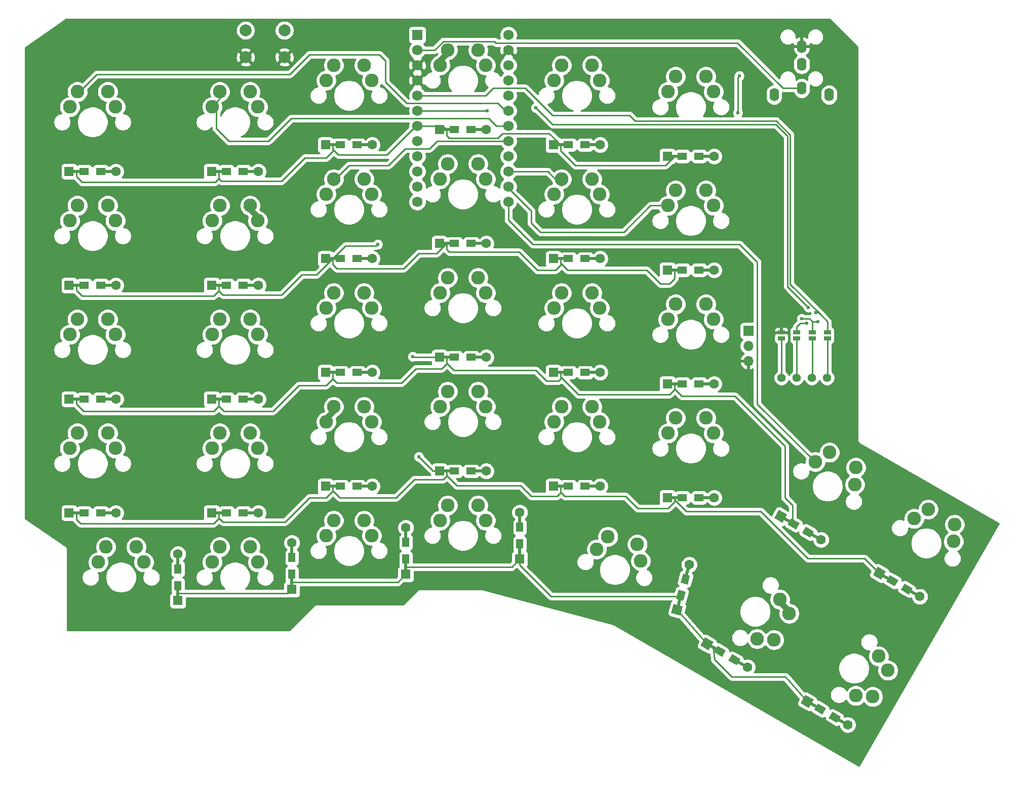
<source format=gbl>
G04 #@! TF.GenerationSoftware,KiCad,Pcbnew,(5.1.5)-3*
G04 #@! TF.CreationDate,2021-01-21T15:18:58+08:00*
G04 #@! TF.ProjectId,redox_rev1,7265646f-785f-4726-9576-312e6b696361,1.0*
G04 #@! TF.SameCoordinates,Original*
G04 #@! TF.FileFunction,Copper,L2,Bot*
G04 #@! TF.FilePolarity,Positive*
%FSLAX46Y46*%
G04 Gerber Fmt 4.6, Leading zero omitted, Abs format (unit mm)*
G04 Created by KiCad (PCBNEW (5.1.5)-3) date 2021-01-21 15:18:58*
%MOMM*%
%LPD*%
G04 APERTURE LIST*
%ADD10R,1.600000X1.600000*%
%ADD11C,1.600000*%
%ADD12R,2.900000X0.500000*%
%ADD13R,1.600000X1.200000*%
%ADD14C,2.286000*%
%ADD15R,1.143000X0.635000*%
%ADD16C,1.397000*%
%ADD17R,1.700000X1.700000*%
%ADD18O,1.700000X1.700000*%
%ADD19C,0.100000*%
%ADD20R,0.500000X2.900000*%
%ADD21R,1.200000X1.600000*%
%ADD22C,2.000000*%
%ADD23O,1.600000X2.200000*%
%ADD24R,1.752600X1.752600*%
%ADD25C,1.752600*%
%ADD26C,0.600000*%
%ADD27C,0.254000*%
%ADD28C,1.016000*%
G04 APERTURE END LIST*
D10*
X85315000Y-113030000D03*
D11*
X93115000Y-113030000D03*
D12*
X86715000Y-113030000D03*
D13*
X87815000Y-113030000D03*
X90615000Y-113030000D03*
D12*
X91715000Y-113030000D03*
D10*
X85315000Y-132080000D03*
D11*
X93115000Y-132080000D03*
D12*
X86715000Y-132080000D03*
D13*
X87815000Y-132080000D03*
X90615000Y-132080000D03*
D12*
X91715000Y-132080000D03*
D10*
X85315000Y-74930000D03*
D11*
X93115000Y-74930000D03*
D12*
X86715000Y-74930000D03*
D13*
X87815000Y-74930000D03*
X90615000Y-74930000D03*
D12*
X91715000Y-74930000D03*
D10*
X85315000Y-93980000D03*
D11*
X93115000Y-93980000D03*
D12*
X86715000Y-93980000D03*
D13*
X87815000Y-93980000D03*
X90615000Y-93980000D03*
D12*
X91715000Y-93980000D03*
D14*
X85405000Y-64135000D03*
X91755000Y-61595000D03*
X86675000Y-61595000D03*
X93025000Y-64135000D03*
X85405000Y-102235000D03*
X91755000Y-99695000D03*
X86675000Y-99695000D03*
X93025000Y-102235000D03*
X85405000Y-83185000D03*
X91755000Y-80645000D03*
X86675000Y-80645000D03*
X93025000Y-83185000D03*
X93025000Y-121285000D03*
X86675000Y-118745000D03*
X91755000Y-118745000D03*
X85405000Y-121285000D03*
D15*
X204375000Y-102875380D03*
X204375000Y-101874620D03*
X206950000Y-101874620D03*
X206950000Y-102875380D03*
X209525000Y-101874620D03*
X209525000Y-102875380D03*
X212100000Y-101874620D03*
X212100000Y-102875380D03*
D16*
X204400000Y-109475000D03*
X206940000Y-109475000D03*
X209480000Y-109475000D03*
X212020000Y-109475000D03*
D14*
X185420000Y-61595000D03*
X191770000Y-59055000D03*
X186690000Y-59055000D03*
X193040000Y-61595000D03*
D17*
X198882000Y-101600000D03*
D18*
X198882000Y-104140000D03*
X198882000Y-106680000D03*
D10*
X128180000Y-108585000D03*
D11*
X135980000Y-108585000D03*
D12*
X129580000Y-108585000D03*
D13*
X130680000Y-108585000D03*
X133480000Y-108585000D03*
D12*
X134580000Y-108585000D03*
D10*
X109130000Y-74930000D03*
D11*
X116930000Y-74930000D03*
D12*
X110530000Y-74930000D03*
D13*
X111630000Y-74930000D03*
X114430000Y-74930000D03*
D12*
X115530000Y-74930000D03*
D10*
X128180000Y-70485000D03*
D11*
X135980000Y-70485000D03*
D12*
X129580000Y-70485000D03*
D13*
X130680000Y-70485000D03*
X133480000Y-70485000D03*
D12*
X134580000Y-70485000D03*
D10*
X147230000Y-67945000D03*
D11*
X155030000Y-67945000D03*
D12*
X148630000Y-67945000D03*
D13*
X149730000Y-67945000D03*
X152530000Y-67945000D03*
D12*
X153630000Y-67945000D03*
D10*
X166280000Y-70485000D03*
D11*
X174080000Y-70485000D03*
D12*
X167680000Y-70485000D03*
D13*
X168780000Y-70485000D03*
X171580000Y-70485000D03*
D12*
X172680000Y-70485000D03*
D10*
X185330000Y-72390000D03*
D11*
X193130000Y-72390000D03*
D12*
X186730000Y-72390000D03*
D13*
X187830000Y-72390000D03*
X190630000Y-72390000D03*
D12*
X191730000Y-72390000D03*
D10*
X109130000Y-93980000D03*
D11*
X116930000Y-93980000D03*
D12*
X110530000Y-93980000D03*
D13*
X111630000Y-93980000D03*
X114430000Y-93980000D03*
D12*
X115530000Y-93980000D03*
D10*
X128180000Y-89535000D03*
D11*
X135980000Y-89535000D03*
D12*
X129580000Y-89535000D03*
D13*
X130680000Y-89535000D03*
X133480000Y-89535000D03*
D12*
X134580000Y-89535000D03*
D10*
X147230000Y-86995000D03*
D11*
X155030000Y-86995000D03*
D12*
X148630000Y-86995000D03*
D13*
X149730000Y-86995000D03*
X152530000Y-86995000D03*
D12*
X153630000Y-86995000D03*
D10*
X166280000Y-89535000D03*
D11*
X174080000Y-89535000D03*
D12*
X167680000Y-89535000D03*
D13*
X168780000Y-89535000D03*
X171580000Y-89535000D03*
D12*
X172680000Y-89535000D03*
D10*
X185330000Y-91440000D03*
D11*
X193130000Y-91440000D03*
D12*
X186730000Y-91440000D03*
D13*
X187830000Y-91440000D03*
X190630000Y-91440000D03*
D12*
X191730000Y-91440000D03*
D10*
X109130000Y-113030000D03*
D11*
X116930000Y-113030000D03*
D12*
X110530000Y-113030000D03*
D13*
X111630000Y-113030000D03*
X114430000Y-113030000D03*
D12*
X115530000Y-113030000D03*
D10*
X147230000Y-106045000D03*
D11*
X155030000Y-106045000D03*
D12*
X148630000Y-106045000D03*
D13*
X149730000Y-106045000D03*
X152530000Y-106045000D03*
D12*
X153630000Y-106045000D03*
D10*
X166280000Y-108585000D03*
D11*
X174080000Y-108585000D03*
D12*
X167680000Y-108585000D03*
D13*
X168780000Y-108585000D03*
X171580000Y-108585000D03*
D12*
X172680000Y-108585000D03*
D10*
X185330000Y-110490000D03*
D11*
X193130000Y-110490000D03*
D12*
X186730000Y-110490000D03*
D13*
X187830000Y-110490000D03*
X190630000Y-110490000D03*
D12*
X191730000Y-110490000D03*
G04 #@! TA.AperFunction,ComponentPad*
D19*
G36*
X205360321Y-132377180D02*
G01*
X204560321Y-133762820D01*
X203174681Y-132962820D01*
X203974681Y-131577180D01*
X205360321Y-132377180D01*
G37*
G04 #@! TD.AperFunction*
D11*
X211022499Y-136570000D03*
G04 #@! TA.AperFunction,Conductor*
D19*
G36*
X206860673Y-133878494D02*
G01*
X206610673Y-134311506D01*
X204099199Y-132861506D01*
X204349199Y-132428494D01*
X206860673Y-133878494D01*
G37*
G04 #@! TD.AperFunction*
G04 #@! TA.AperFunction,SMDPad,CuDef*
G36*
X207425384Y-133800385D02*
G01*
X206825384Y-134839615D01*
X205439744Y-134039615D01*
X206039744Y-133000385D01*
X207425384Y-133800385D01*
G37*
G04 #@! TD.AperFunction*
G04 #@! TA.AperFunction,SMDPad,CuDef*
G36*
X209850256Y-135200385D02*
G01*
X209250256Y-136239615D01*
X207864616Y-135439615D01*
X208464616Y-134400385D01*
X209850256Y-135200385D01*
G37*
G04 #@! TD.AperFunction*
G04 #@! TA.AperFunction,Conductor*
G36*
X211190801Y-136378494D02*
G01*
X210940801Y-136811506D01*
X208429327Y-135361506D01*
X208679327Y-134928494D01*
X211190801Y-136378494D01*
G37*
G04 #@! TD.AperFunction*
D10*
X109130000Y-132080000D03*
D11*
X116930000Y-132080000D03*
D12*
X110530000Y-132080000D03*
D13*
X111630000Y-132080000D03*
X114430000Y-132080000D03*
D12*
X115530000Y-132080000D03*
D10*
X128180000Y-127635000D03*
D11*
X135980000Y-127635000D03*
D12*
X129580000Y-127635000D03*
D13*
X130680000Y-127635000D03*
X133480000Y-127635000D03*
D12*
X134580000Y-127635000D03*
D10*
X147230000Y-125095000D03*
D11*
X155030000Y-125095000D03*
D12*
X148630000Y-125095000D03*
D13*
X149730000Y-125095000D03*
X152530000Y-125095000D03*
D12*
X153630000Y-125095000D03*
D10*
X166280000Y-127635000D03*
D11*
X174080000Y-127635000D03*
D12*
X167680000Y-127635000D03*
D13*
X168780000Y-127635000D03*
X171580000Y-127635000D03*
D12*
X172680000Y-127635000D03*
D10*
X185330000Y-129540000D03*
D11*
X193130000Y-129540000D03*
D12*
X186730000Y-129540000D03*
D13*
X187830000Y-129540000D03*
X190630000Y-129540000D03*
D12*
X191730000Y-129540000D03*
G04 #@! TA.AperFunction,ComponentPad*
D19*
G36*
X221870321Y-141902180D02*
G01*
X221070321Y-143287820D01*
X219684681Y-142487820D01*
X220484681Y-141102180D01*
X221870321Y-141902180D01*
G37*
G04 #@! TD.AperFunction*
D11*
X227532499Y-146095000D03*
G04 #@! TA.AperFunction,Conductor*
D19*
G36*
X223370673Y-143403494D02*
G01*
X223120673Y-143836506D01*
X220609199Y-142386506D01*
X220859199Y-141953494D01*
X223370673Y-143403494D01*
G37*
G04 #@! TD.AperFunction*
G04 #@! TA.AperFunction,SMDPad,CuDef*
G36*
X223935384Y-143325385D02*
G01*
X223335384Y-144364615D01*
X221949744Y-143564615D01*
X222549744Y-142525385D01*
X223935384Y-143325385D01*
G37*
G04 #@! TD.AperFunction*
G04 #@! TA.AperFunction,SMDPad,CuDef*
G36*
X226360256Y-144725385D02*
G01*
X225760256Y-145764615D01*
X224374616Y-144964615D01*
X224974616Y-143925385D01*
X226360256Y-144725385D01*
G37*
G04 #@! TD.AperFunction*
G04 #@! TA.AperFunction,Conductor*
G36*
X227700801Y-145903494D02*
G01*
X227450801Y-146336506D01*
X224939327Y-144886506D01*
X225189327Y-144453494D01*
X227700801Y-145903494D01*
G37*
G04 #@! TD.AperFunction*
D10*
X103505000Y-146775000D03*
D11*
X103505000Y-138975000D03*
D20*
X103505000Y-145375000D03*
D21*
X103505000Y-144275000D03*
X103505000Y-141475000D03*
D20*
X103505000Y-140375000D03*
D10*
X122555000Y-144870000D03*
D11*
X122555000Y-137070000D03*
D20*
X122555000Y-143470000D03*
D21*
X122555000Y-142370000D03*
X122555000Y-139570000D03*
D20*
X122555000Y-138470000D03*
D10*
X141605000Y-142330000D03*
D11*
X141605000Y-134530000D03*
D20*
X141605000Y-140930000D03*
D21*
X141605000Y-139830000D03*
X141605000Y-137030000D03*
D20*
X141605000Y-135930000D03*
D10*
X160655000Y-139790000D03*
D11*
X160655000Y-131990000D03*
D20*
X160655000Y-138390000D03*
D21*
X160655000Y-137290000D03*
X160655000Y-134490000D03*
D20*
X160655000Y-133390000D03*
G04 #@! TA.AperFunction,ComponentPad*
D19*
G36*
X186384921Y-147313315D02*
G01*
X187930402Y-147727426D01*
X187516291Y-149272907D01*
X185970810Y-148858796D01*
X186384921Y-147313315D01*
G37*
G04 #@! TD.AperFunction*
D11*
X188969394Y-140758889D03*
G04 #@! TA.AperFunction,Conductor*
D19*
G36*
X187446758Y-145475518D02*
G01*
X187929721Y-145604927D01*
X187179146Y-148406112D01*
X186696183Y-148276703D01*
X187446758Y-145475518D01*
G37*
G04 #@! TD.AperFunction*
G04 #@! TA.AperFunction,SMDPad,CuDef*
G36*
X187225153Y-144950264D02*
G01*
X188384264Y-145260847D01*
X187970153Y-146806328D01*
X186811042Y-146495745D01*
X187225153Y-144950264D01*
G37*
G04 #@! TD.AperFunction*
G04 #@! TA.AperFunction,SMDPad,CuDef*
G36*
X187949847Y-142245672D02*
G01*
X189108958Y-142556255D01*
X188694847Y-144101736D01*
X187535736Y-143791153D01*
X187949847Y-142245672D01*
G37*
G04 #@! TD.AperFunction*
G04 #@! TA.AperFunction,Conductor*
G36*
X188740854Y-140645888D02*
G01*
X189223817Y-140775297D01*
X188473242Y-143576482D01*
X187990279Y-143447073D01*
X188740854Y-140645888D01*
G37*
G04 #@! TD.AperFunction*
G04 #@! TA.AperFunction,ComponentPad*
G36*
X193041321Y-153713180D02*
G01*
X192241321Y-155098820D01*
X190855681Y-154298820D01*
X191655681Y-152913180D01*
X193041321Y-153713180D01*
G37*
G04 #@! TD.AperFunction*
D11*
X198703499Y-157906000D03*
G04 #@! TA.AperFunction,Conductor*
D19*
G36*
X194541673Y-155214494D02*
G01*
X194291673Y-155647506D01*
X191780199Y-154197506D01*
X192030199Y-153764494D01*
X194541673Y-155214494D01*
G37*
G04 #@! TD.AperFunction*
G04 #@! TA.AperFunction,SMDPad,CuDef*
G36*
X195106384Y-155136385D02*
G01*
X194506384Y-156175615D01*
X193120744Y-155375615D01*
X193720744Y-154336385D01*
X195106384Y-155136385D01*
G37*
G04 #@! TD.AperFunction*
G04 #@! TA.AperFunction,SMDPad,CuDef*
G36*
X197531256Y-156536385D02*
G01*
X196931256Y-157575615D01*
X195545616Y-156775615D01*
X196145616Y-155736385D01*
X197531256Y-156536385D01*
G37*
G04 #@! TD.AperFunction*
G04 #@! TA.AperFunction,Conductor*
G36*
X198871801Y-157714494D02*
G01*
X198621801Y-158147506D01*
X196110327Y-156697506D01*
X196360327Y-156264494D01*
X198871801Y-157714494D01*
G37*
G04 #@! TD.AperFunction*
G04 #@! TA.AperFunction,ComponentPad*
G36*
X209805321Y-163365180D02*
G01*
X209005321Y-164750820D01*
X207619681Y-163950820D01*
X208419681Y-162565180D01*
X209805321Y-163365180D01*
G37*
G04 #@! TD.AperFunction*
D11*
X215467499Y-167558000D03*
G04 #@! TA.AperFunction,Conductor*
D19*
G36*
X211305673Y-164866494D02*
G01*
X211055673Y-165299506D01*
X208544199Y-163849506D01*
X208794199Y-163416494D01*
X211305673Y-164866494D01*
G37*
G04 #@! TD.AperFunction*
G04 #@! TA.AperFunction,SMDPad,CuDef*
G36*
X211870384Y-164788385D02*
G01*
X211270384Y-165827615D01*
X209884744Y-165027615D01*
X210484744Y-163988385D01*
X211870384Y-164788385D01*
G37*
G04 #@! TD.AperFunction*
G04 #@! TA.AperFunction,SMDPad,CuDef*
G36*
X214295256Y-166188385D02*
G01*
X213695256Y-167227615D01*
X212309616Y-166427615D01*
X212909616Y-165388385D01*
X214295256Y-166188385D01*
G37*
G04 #@! TD.AperFunction*
G04 #@! TA.AperFunction,Conductor*
G36*
X215635801Y-167366494D02*
G01*
X215385801Y-167799506D01*
X212874327Y-166349506D01*
X213124327Y-165916494D01*
X215635801Y-167366494D01*
G37*
G04 #@! TD.AperFunction*
D14*
X173507223Y-138165448D03*
X180298252Y-137355497D03*
X175391349Y-136040696D03*
X180867578Y-140137649D03*
X226570443Y-133055295D03*
X233339705Y-134030591D03*
X228940295Y-131490591D03*
X233169557Y-136865295D03*
X147320000Y-133350000D03*
X153670000Y-130810000D03*
X148590000Y-130810000D03*
X154940000Y-133350000D03*
X128270000Y-135890000D03*
X134620000Y-133350000D03*
X129540000Y-133350000D03*
X135890000Y-135890000D03*
X109220000Y-140335000D03*
X115570000Y-137795000D03*
X110490000Y-137795000D03*
X116840000Y-140335000D03*
X90170000Y-140335000D03*
X96520000Y-137795000D03*
X91440000Y-137795000D03*
X97790000Y-140335000D03*
X185420000Y-118745000D03*
X191770000Y-116205000D03*
X186690000Y-116205000D03*
X193040000Y-118745000D03*
X166370000Y-116840000D03*
X172720000Y-114300000D03*
X167640000Y-114300000D03*
X173990000Y-116840000D03*
X147320000Y-114300000D03*
X153670000Y-111760000D03*
X148590000Y-111760000D03*
X154940000Y-114300000D03*
X128270000Y-116840000D03*
X134620000Y-114300000D03*
X129540000Y-114300000D03*
X135890000Y-116840000D03*
X109220000Y-121285000D03*
X115570000Y-118745000D03*
X110490000Y-118745000D03*
X116840000Y-121285000D03*
X210060443Y-123530295D03*
X216829705Y-124505591D03*
X212430295Y-121965591D03*
X216659557Y-127340295D03*
X185420000Y-99695000D03*
X191770000Y-97155000D03*
X186690000Y-97155000D03*
X193040000Y-99695000D03*
X166370000Y-97790000D03*
X172720000Y-95250000D03*
X167640000Y-95250000D03*
X173990000Y-97790000D03*
X147320000Y-95250000D03*
X153670000Y-92710000D03*
X148590000Y-92710000D03*
X154940000Y-95250000D03*
X128270000Y-97790000D03*
X134620000Y-95250000D03*
X129540000Y-95250000D03*
X135890000Y-97790000D03*
X109220000Y-102235000D03*
X115570000Y-99695000D03*
X110490000Y-99695000D03*
X116840000Y-102235000D03*
X185420000Y-80645000D03*
X191770000Y-78105000D03*
X186690000Y-78105000D03*
X193040000Y-80645000D03*
X166370000Y-78740000D03*
X172720000Y-76200000D03*
X167640000Y-76200000D03*
X173990000Y-78740000D03*
X147320000Y-76200000D03*
X153670000Y-73660000D03*
X148590000Y-73660000D03*
X154940000Y-76200000D03*
X128270000Y-78740000D03*
X134620000Y-76200000D03*
X129540000Y-76200000D03*
X135890000Y-78740000D03*
X109220000Y-83185000D03*
X115570000Y-80645000D03*
X110490000Y-80645000D03*
X116840000Y-83185000D03*
X166370000Y-59690000D03*
X172720000Y-57150000D03*
X167640000Y-57150000D03*
X173990000Y-59690000D03*
X147320000Y-57150000D03*
X153670000Y-54610000D03*
X148590000Y-54610000D03*
X154940000Y-57150000D03*
X128270000Y-59690000D03*
X134620000Y-57150000D03*
X129540000Y-57150000D03*
X135890000Y-59690000D03*
X109220000Y-64135000D03*
X115570000Y-61595000D03*
X110490000Y-61595000D03*
X116840000Y-64135000D03*
X220639705Y-156085443D03*
X219664409Y-162854705D03*
X222204409Y-158455295D03*
X216829705Y-162684557D03*
X204129705Y-146560443D03*
X203154409Y-153329705D03*
X205694409Y-148930295D03*
X200319705Y-153159557D03*
D22*
X114808000Y-55808000D03*
X114808000Y-51308000D03*
X121308000Y-55808000D03*
X121308000Y-51308000D03*
D23*
X212372000Y-62100000D03*
X203172000Y-62100000D03*
X207772000Y-61000000D03*
X207772000Y-54000000D03*
X207772000Y-57000000D03*
D24*
X143510000Y-52070000D03*
D25*
X143510000Y-54610000D03*
X143510000Y-57150000D03*
X143510000Y-59690000D03*
X143510000Y-62230000D03*
X143510000Y-64770000D03*
X143510000Y-67310000D03*
X143510000Y-69850000D03*
X143510000Y-72390000D03*
X143510000Y-74930000D03*
X143510000Y-77470000D03*
X158750000Y-80010000D03*
X158750000Y-77470000D03*
X158750000Y-74930000D03*
X158750000Y-72390000D03*
X158750000Y-69850000D03*
X158750000Y-67310000D03*
X158750000Y-64770000D03*
X158750000Y-62230000D03*
X158750000Y-59690000D03*
X158750000Y-57150000D03*
X158750000Y-54610000D03*
X143510000Y-80010000D03*
X158750000Y-52070000D03*
D26*
X136906000Y-87122000D03*
X142748000Y-105918000D03*
X143764000Y-122682000D03*
X208625000Y-100350000D03*
X210125000Y-98550000D03*
X163322000Y-64262000D03*
X155194000Y-64770000D03*
X207775000Y-99550000D03*
X208906644Y-97693356D03*
X210475000Y-100100000D03*
X197358000Y-58928000D03*
X197100000Y-65100000D03*
D27*
X110330000Y-74930000D02*
X110330000Y-76106000D01*
X110744000Y-76520000D02*
X120838000Y-76520000D01*
X120838000Y-76520000D02*
X124714000Y-72644000D01*
X124714000Y-72644000D02*
X128270000Y-72644000D01*
X128270000Y-72644000D02*
X129380000Y-71534000D01*
X129380000Y-71534000D02*
X129380000Y-70485000D01*
X110330000Y-76106000D02*
X110744000Y-76520000D01*
X129380000Y-70485000D02*
X129380000Y-71214000D01*
X129380000Y-71214000D02*
X130302000Y-72136000D01*
X130302000Y-72136000D02*
X138430000Y-72136000D01*
X138430000Y-72136000D02*
X143256000Y-67310000D01*
X167480000Y-70485000D02*
X167480000Y-71468000D01*
X185006000Y-73914000D02*
X186530000Y-72390000D01*
X169926000Y-73914000D02*
X185006000Y-73914000D01*
X167480000Y-71468000D02*
X169926000Y-73914000D01*
X148430000Y-67945000D02*
X148430000Y-68928000D01*
X165575000Y-68580000D02*
X167480000Y-70485000D01*
X157734000Y-68580000D02*
X165575000Y-68580000D01*
X156972000Y-69342000D02*
X157734000Y-68580000D01*
X148844000Y-69342000D02*
X156972000Y-69342000D01*
X148430000Y-68928000D02*
X148844000Y-69342000D01*
X143510000Y-67310000D02*
X147795000Y-67310000D01*
X147795000Y-67310000D02*
X148430000Y-67945000D01*
X143256000Y-67310000D02*
X143510000Y-67310000D01*
X109728000Y-76708000D02*
X110330000Y-76106000D01*
X87437000Y-76708000D02*
X109728000Y-76708000D01*
X86515000Y-74930000D02*
X86515000Y-75786000D01*
X86515000Y-75786000D02*
X87437000Y-76708000D01*
X136906000Y-87122000D02*
X136652000Y-87376000D01*
X136652000Y-87376000D02*
X131539000Y-87376000D01*
X131539000Y-87376000D02*
X129380000Y-89535000D01*
X186530000Y-91440000D02*
X186530000Y-92616000D01*
X167480000Y-89535000D02*
X167480000Y-90264000D01*
X186530000Y-92870000D02*
X186530000Y-91440000D01*
X185674000Y-93726000D02*
X186530000Y-92870000D01*
X184150000Y-93726000D02*
X185674000Y-93726000D01*
X181864000Y-91440000D02*
X184150000Y-93726000D01*
X168656000Y-91440000D02*
X181864000Y-91440000D01*
X167480000Y-90264000D02*
X168656000Y-91440000D01*
X148430000Y-86995000D02*
X148430000Y-87978000D01*
X167480000Y-90584000D02*
X167480000Y-89535000D01*
X166624000Y-91440000D02*
X167480000Y-90584000D01*
X163576000Y-91440000D02*
X166624000Y-91440000D01*
X160528000Y-88392000D02*
X163576000Y-91440000D01*
X148844000Y-88392000D02*
X160528000Y-88392000D01*
X148430000Y-87978000D02*
X148844000Y-88392000D01*
X129380000Y-89535000D02*
X129380000Y-90518000D01*
X146779000Y-88646000D02*
X148430000Y-86995000D01*
X143764000Y-88646000D02*
X146779000Y-88646000D01*
X141224000Y-91186000D02*
X143764000Y-88646000D01*
X130048000Y-91186000D02*
X141224000Y-91186000D01*
X129380000Y-90518000D02*
X130048000Y-91186000D01*
X110330000Y-93980000D02*
X110330000Y-94902000D01*
X110330000Y-94902000D02*
X110998000Y-95570000D01*
X126713000Y-92202000D02*
X129380000Y-89535000D01*
X124206000Y-92202000D02*
X126713000Y-92202000D01*
X120838000Y-95570000D02*
X124206000Y-92202000D01*
X110998000Y-95570000D02*
X120838000Y-95570000D01*
X109474000Y-95758000D02*
X110330000Y-94902000D01*
X86515000Y-93980000D02*
X86515000Y-94836000D01*
X87437000Y-95758000D02*
X109474000Y-95758000D01*
X86515000Y-94836000D02*
X87437000Y-95758000D01*
D28*
X116840000Y-82550000D02*
X116840000Y-83185000D01*
X115570000Y-80645000D02*
X115570000Y-81280000D01*
X115570000Y-81280000D02*
X116840000Y-82550000D01*
D27*
X142748000Y-105918000D02*
X142875000Y-106045000D01*
X142875000Y-106045000D02*
X147230000Y-106045000D01*
X147230000Y-106045000D02*
X148430000Y-106045000D01*
X186530000Y-110490000D02*
X186530000Y-111346000D01*
X206281010Y-130843010D02*
X206281010Y-133832500D01*
X204978000Y-129540000D02*
X206281010Y-130843010D01*
X204978000Y-120904000D02*
X204978000Y-129540000D01*
X196596000Y-112522000D02*
X204978000Y-120904000D01*
X187706000Y-112522000D02*
X196596000Y-112522000D01*
X186530000Y-111346000D02*
X187706000Y-112522000D01*
X167480000Y-108585000D02*
X167480000Y-109314000D01*
X186530000Y-111412000D02*
X186530000Y-110490000D01*
X185674000Y-112268000D02*
X186530000Y-111412000D01*
X170434000Y-112268000D02*
X185674000Y-112268000D01*
X167480000Y-109314000D02*
X170434000Y-112268000D01*
X148430000Y-106045000D02*
X148430000Y-107028000D01*
X167480000Y-109634000D02*
X167480000Y-108585000D01*
X167132000Y-109982000D02*
X167480000Y-109634000D01*
X165100000Y-109982000D02*
X167132000Y-109982000D01*
X163322000Y-108204000D02*
X165100000Y-109982000D01*
X149606000Y-108204000D02*
X163322000Y-108204000D01*
X148430000Y-107028000D02*
X149606000Y-108204000D01*
X129380000Y-108585000D02*
X129380000Y-109634000D01*
X129380000Y-109634000D02*
X130048000Y-110302000D01*
X148430000Y-107094000D02*
X148430000Y-106045000D01*
X147574000Y-107950000D02*
X148430000Y-107094000D01*
X143256000Y-107950000D02*
X147574000Y-107950000D01*
X140904000Y-110302000D02*
X143256000Y-107950000D01*
X130048000Y-110302000D02*
X140904000Y-110302000D01*
X110330000Y-113030000D02*
X110330000Y-114206000D01*
X110330000Y-114206000D02*
X111186000Y-115062000D01*
X128270000Y-110744000D02*
X129380000Y-109634000D01*
X123698000Y-110744000D02*
X128270000Y-110744000D01*
X119380000Y-115062000D02*
X123698000Y-110744000D01*
X111186000Y-115062000D02*
X119380000Y-115062000D01*
X109474000Y-115062000D02*
X110330000Y-114206000D01*
X87691000Y-115062000D02*
X109474000Y-115062000D01*
X86515000Y-113030000D02*
X86515000Y-113886000D01*
X86515000Y-113886000D02*
X87691000Y-115062000D01*
X143764000Y-122682000D02*
X146177000Y-125095000D01*
X146177000Y-125095000D02*
X147230000Y-125095000D01*
X147230000Y-125095000D02*
X148430000Y-125095000D01*
X186530000Y-129540000D02*
X186530000Y-129888000D01*
X218282501Y-139700000D02*
X220777501Y-142195000D01*
X208788000Y-139700000D02*
X218282501Y-139700000D01*
X200914000Y-131826000D02*
X208788000Y-139700000D01*
X188468000Y-131826000D02*
X200914000Y-131826000D01*
X186530000Y-129888000D02*
X188468000Y-131826000D01*
X220777501Y-142195000D02*
X221816731Y-142795000D01*
X167480000Y-127635000D02*
X167480000Y-128618000D01*
X186530000Y-130208000D02*
X186530000Y-129540000D01*
X185420000Y-131318000D02*
X186530000Y-130208000D01*
X180340000Y-131318000D02*
X185420000Y-131318000D01*
X178308000Y-129286000D02*
X180340000Y-131318000D01*
X168148000Y-129286000D02*
X178308000Y-129286000D01*
X167480000Y-128618000D02*
X168148000Y-129286000D01*
X148430000Y-125095000D02*
X148430000Y-125824000D01*
X167480000Y-128684000D02*
X167480000Y-127635000D01*
X166878000Y-129286000D02*
X167480000Y-128684000D01*
X162560000Y-129286000D02*
X166878000Y-129286000D01*
X160782000Y-127508000D02*
X162560000Y-129286000D01*
X150114000Y-127508000D02*
X160782000Y-127508000D01*
X148430000Y-125824000D02*
X150114000Y-127508000D01*
X148430000Y-125890000D02*
X148430000Y-125095000D01*
X147828000Y-126492000D02*
X148430000Y-125890000D01*
X143002000Y-126492000D02*
X147828000Y-126492000D01*
X139954000Y-129540000D02*
X143002000Y-126492000D01*
X130556000Y-129540000D02*
X139954000Y-129540000D01*
X129380000Y-128430000D02*
X129380000Y-128364000D01*
X121412000Y-133604000D02*
X125476000Y-129540000D01*
X87183000Y-133858000D02*
X109474000Y-133858000D01*
X129380000Y-128364000D02*
X130556000Y-129540000D01*
X86515000Y-132080000D02*
X86515000Y-133190000D01*
X86515000Y-133190000D02*
X87183000Y-133858000D01*
X110998000Y-133604000D02*
X121412000Y-133604000D01*
X125476000Y-129540000D02*
X128270000Y-129540000D01*
X128270000Y-129540000D02*
X129380000Y-128430000D01*
X110330000Y-133002000D02*
X110330000Y-132936000D01*
X110330000Y-132936000D02*
X110998000Y-133604000D01*
X109474000Y-133858000D02*
X110330000Y-133002000D01*
X110330000Y-132155000D02*
X110325000Y-132150000D01*
X110330000Y-133002000D02*
X110330000Y-132155000D01*
X129380000Y-127630000D02*
X129375000Y-127625000D01*
X129380000Y-128430000D02*
X129380000Y-127630000D01*
X187261189Y-147134000D02*
X187261189Y-148683688D01*
X187261189Y-148683688D02*
X191948501Y-154006000D01*
X191948501Y-154006000D02*
X192987731Y-154606000D01*
X160655000Y-138590000D02*
X160655000Y-140843000D01*
X165859333Y-146047333D02*
X187552360Y-146047333D01*
X160655000Y-140843000D02*
X165859333Y-146047333D01*
X186950606Y-148293111D02*
X187261189Y-147134000D01*
X141605000Y-141130000D02*
X159315000Y-141130000D01*
X159315000Y-141130000D02*
X160655000Y-139790000D01*
X160655000Y-139790000D02*
X160655000Y-138590000D01*
X122555000Y-143670000D02*
X140265000Y-143670000D01*
X140265000Y-143670000D02*
X141605000Y-142330000D01*
X141605000Y-142330000D02*
X141605000Y-141130000D01*
X103505000Y-145575000D02*
X121850000Y-145575000D01*
X121850000Y-145575000D02*
X122555000Y-144870000D01*
X122555000Y-144870000D02*
X122555000Y-143670000D01*
X192987731Y-154606000D02*
X193241731Y-156665731D01*
X205074501Y-159512000D02*
X208712501Y-163658000D01*
X196088000Y-159512000D02*
X205074501Y-159512000D01*
X193241731Y-156665731D02*
X196088000Y-159512000D01*
X208712501Y-163658000D02*
X209751731Y-164258000D01*
X187261189Y-147134000D02*
X187139000Y-147134000D01*
X158242000Y-64770000D02*
X158750000Y-64770000D01*
X156972000Y-63500000D02*
X158242000Y-64770000D01*
X141732000Y-63500000D02*
X156972000Y-63500000D01*
X138176000Y-56388000D02*
X138176000Y-59944000D01*
X89906000Y-58674000D02*
X122174000Y-58674000D01*
X86695000Y-61885000D02*
X89906000Y-58674000D01*
X122174000Y-58674000D02*
X125476000Y-55372000D01*
X125476000Y-55372000D02*
X137160000Y-55372000D01*
X138176000Y-59944000D02*
X141732000Y-63500000D01*
X137160000Y-55372000D02*
X138176000Y-56388000D01*
X158750000Y-67310000D02*
X156718000Y-67310000D01*
X109875000Y-67711000D02*
X109875000Y-63405000D01*
X112014000Y-69850000D02*
X109875000Y-67711000D01*
X118618000Y-69850000D02*
X112014000Y-69850000D01*
X122428000Y-66040000D02*
X118618000Y-69850000D01*
X155448000Y-66040000D02*
X122428000Y-66040000D01*
X156718000Y-67310000D02*
X155448000Y-66040000D01*
D28*
X109220000Y-64135000D02*
X109220000Y-63754000D01*
D27*
X109875000Y-63405000D02*
X110530000Y-62675000D01*
X158750000Y-69850000D02*
X146812000Y-69850000D01*
X132136000Y-73914000D02*
X129560000Y-76490000D01*
X138684000Y-73914000D02*
X132136000Y-73914000D01*
X141478000Y-71120000D02*
X138684000Y-73914000D01*
X145542000Y-71120000D02*
X141478000Y-71120000D01*
X146812000Y-69850000D02*
X145542000Y-71120000D01*
X129560000Y-76490000D02*
X129580000Y-77280000D01*
D28*
X128270000Y-116840000D02*
X128270000Y-116586000D01*
X128270000Y-116586000D02*
X128270000Y-116332000D01*
X128270000Y-116840000D02*
X128270000Y-116332000D01*
X129540000Y-115062000D02*
X129540000Y-114300000D01*
X128270000Y-116332000D02*
X129540000Y-115062000D01*
X147320000Y-56388000D02*
X147320000Y-57150000D01*
X148590000Y-54610000D02*
X148590000Y-55118000D01*
X148590000Y-55118000D02*
X147320000Y-56388000D01*
D27*
X158750000Y-74930000D02*
X165330000Y-74930000D01*
X165330000Y-74930000D02*
X167680000Y-77280000D01*
X158750000Y-77470000D02*
X158750000Y-77724000D01*
X158750000Y-77724000D02*
X162560000Y-81534000D01*
X162560000Y-81534000D02*
X162560000Y-83566000D01*
X162560000Y-83566000D02*
X164084000Y-85090000D01*
X164084000Y-85090000D02*
X178054000Y-85090000D01*
X178054000Y-85090000D02*
X182499000Y-80645000D01*
X182499000Y-80645000D02*
X185420000Y-80645000D01*
D28*
X204129705Y-146560443D02*
X204129705Y-146725705D01*
X205694409Y-148544409D02*
X205694409Y-148930295D01*
X204129705Y-146560443D02*
X204129705Y-146979705D01*
X204129705Y-146979705D02*
X205694409Y-148544409D01*
D27*
X197372000Y-87122000D02*
X200350000Y-90100000D01*
X162814000Y-87122000D02*
X197372000Y-87122000D01*
X200350000Y-90100000D02*
X200350000Y-111925000D01*
X158750000Y-80010000D02*
X158750000Y-83058000D01*
X158750000Y-83058000D02*
X162814000Y-87122000D01*
X200350000Y-111925000D02*
X200350000Y-112875000D01*
X209950000Y-123500000D02*
X209950000Y-123475000D01*
X209950000Y-123475000D02*
X200350000Y-113875000D01*
X200350000Y-112875000D02*
X200350000Y-113150000D01*
X200350000Y-113875000D02*
X200350000Y-113150000D01*
X200350000Y-113150000D02*
X200350000Y-113550000D01*
X206950000Y-101874620D02*
X206950000Y-101303120D01*
X206950000Y-101303120D02*
X206950000Y-100900000D01*
X206950000Y-100900000D02*
X207500000Y-100350000D01*
X207500000Y-100350000D02*
X208625000Y-100350000D01*
X212100000Y-100100736D02*
X212100000Y-101303120D01*
X212100000Y-101303120D02*
X212100000Y-101874620D01*
X210125000Y-98550000D02*
X210549264Y-98550000D01*
X143510000Y-62230000D02*
X154940000Y-62230000D01*
X205879010Y-93779010D02*
X210825000Y-98725000D01*
X156210000Y-60960000D02*
X161544000Y-60960000D01*
X205879010Y-68815812D02*
X205879010Y-93779010D01*
X154940000Y-62230000D02*
X156210000Y-60960000D01*
X210825000Y-98725000D02*
X212100000Y-100100736D01*
X210549264Y-98550000D02*
X210825000Y-98725000D01*
X203519099Y-66455901D02*
X205879010Y-68815812D01*
X161544000Y-60960000D02*
X166116000Y-65532000D01*
X166116000Y-65532000D02*
X179032000Y-65532000D01*
X179032000Y-65532000D02*
X179955901Y-66455901D01*
X179955901Y-66455901D02*
X203519099Y-66455901D01*
X143510000Y-64770000D02*
X155194000Y-64770000D01*
X166116000Y-67056000D02*
X203454000Y-67056000D01*
X163322000Y-64262000D02*
X166116000Y-67056000D01*
X209525000Y-101874620D02*
X209525000Y-101875000D01*
X209525000Y-101875000D02*
X209525000Y-100025000D01*
X209525000Y-100025000D02*
X209050000Y-99550000D01*
X209050000Y-99550000D02*
X207775000Y-99550000D01*
X203454000Y-67056000D02*
X203456000Y-67056000D01*
X203456000Y-67056000D02*
X205425000Y-69025000D01*
X205425000Y-69025000D02*
X205425000Y-94200000D01*
X205425000Y-94200000D02*
X205425000Y-94211712D01*
X205425000Y-94211712D02*
X208906644Y-97693356D01*
X209600000Y-100100000D02*
X209525000Y-100025000D01*
X210475000Y-100100000D02*
X209600000Y-100100000D01*
X197358000Y-58928000D02*
X197104000Y-59182000D01*
X197100000Y-59186000D02*
X197104000Y-59182000D01*
X197100000Y-65100000D02*
X197100000Y-59186000D01*
X156414999Y-53139999D02*
X156681699Y-53406699D01*
X147884399Y-53139999D02*
X156414999Y-53139999D01*
X156681699Y-53406699D02*
X197056699Y-53406699D01*
X143510000Y-54610000D02*
X146414398Y-54610000D01*
X146414398Y-54610000D02*
X147884399Y-53139999D01*
X197056699Y-53406699D02*
X204650000Y-61000000D01*
X204650000Y-61000000D02*
X207772000Y-61000000D01*
X204375000Y-109450000D02*
X204400000Y-109475000D01*
X204375000Y-102875380D02*
X204375000Y-109450000D01*
X206950000Y-109465000D02*
X206940000Y-109475000D01*
X206950000Y-102875380D02*
X206950000Y-109465000D01*
X209525000Y-109430000D02*
X209480000Y-109475000D01*
X209525000Y-102875380D02*
X209525000Y-109430000D01*
X212100000Y-109395000D02*
X212020000Y-109475000D01*
X212100000Y-102875380D02*
X212100000Y-109395000D01*
G36*
X217120000Y-54131737D02*
G01*
X217120001Y-63974344D01*
X217120000Y-63974354D01*
X217120001Y-119877534D01*
X217118259Y-119934504D01*
X217125572Y-119978206D01*
X217129913Y-120022283D01*
X217136680Y-120044591D01*
X217140528Y-120067587D01*
X217156223Y-120109016D01*
X217169082Y-120151406D01*
X217180071Y-120171966D01*
X217188331Y-120193768D01*
X217211805Y-120231335D01*
X217232689Y-120270407D01*
X217247481Y-120288431D01*
X217259833Y-120308199D01*
X217290185Y-120340465D01*
X217318290Y-120374711D01*
X217336311Y-120389501D01*
X217352285Y-120406482D01*
X217388345Y-120432204D01*
X217422594Y-120460312D01*
X217472864Y-120487182D01*
X240745036Y-133856302D01*
X217394923Y-174379250D01*
X176500508Y-150795968D01*
X176452249Y-150766087D01*
X176410503Y-150750466D01*
X176369927Y-150732106D01*
X176314715Y-150719261D01*
X154365497Y-144883054D01*
X154312283Y-144866912D01*
X154266788Y-144862431D01*
X154221701Y-144855076D01*
X154166179Y-144857000D01*
X144051628Y-144857000D01*
X144017999Y-144853688D01*
X143984370Y-144857000D01*
X143984353Y-144857000D01*
X143883717Y-144866912D01*
X143754594Y-144906081D01*
X143635593Y-144969688D01*
X143593044Y-145004607D01*
X143557744Y-145033578D01*
X143531289Y-145055289D01*
X143509842Y-145081422D01*
X141194264Y-147397000D01*
X126779638Y-147397000D01*
X126745999Y-147393687D01*
X126712360Y-147397000D01*
X126712353Y-147397000D01*
X126624766Y-147405627D01*
X126611716Y-147406912D01*
X126586696Y-147414502D01*
X126482594Y-147446081D01*
X126363593Y-147509688D01*
X126327237Y-147539525D01*
X126285423Y-147573840D01*
X126285417Y-147573846D01*
X126259289Y-147595289D01*
X126237846Y-147621417D01*
X122144264Y-151715000D01*
X85013000Y-151715000D01*
X85013000Y-145975000D01*
X102066928Y-145975000D01*
X102066928Y-147575000D01*
X102079188Y-147699482D01*
X102115498Y-147819180D01*
X102174463Y-147929494D01*
X102253815Y-148026185D01*
X102350506Y-148105537D01*
X102460820Y-148164502D01*
X102580518Y-148200812D01*
X102705000Y-148213072D01*
X104305000Y-148213072D01*
X104429482Y-148200812D01*
X104549180Y-148164502D01*
X104659494Y-148105537D01*
X104756185Y-148026185D01*
X104835537Y-147929494D01*
X104894502Y-147819180D01*
X104930812Y-147699482D01*
X104943072Y-147575000D01*
X104943072Y-146337000D01*
X121812577Y-146337000D01*
X121850000Y-146340686D01*
X121887423Y-146337000D01*
X121887426Y-146337000D01*
X121999378Y-146325974D01*
X122058393Y-146308072D01*
X123355000Y-146308072D01*
X123479482Y-146295812D01*
X123599180Y-146259502D01*
X123709494Y-146200537D01*
X123806185Y-146121185D01*
X123885537Y-146024494D01*
X123944502Y-145914180D01*
X123980812Y-145794482D01*
X123993072Y-145670000D01*
X123993072Y-144432000D01*
X140227577Y-144432000D01*
X140265000Y-144435686D01*
X140302423Y-144432000D01*
X140302426Y-144432000D01*
X140414378Y-144420974D01*
X140558015Y-144377402D01*
X140690392Y-144306645D01*
X140806422Y-144211422D01*
X140830284Y-144182346D01*
X141244558Y-143768072D01*
X142405000Y-143768072D01*
X142529482Y-143755812D01*
X142649180Y-143719502D01*
X142759494Y-143660537D01*
X142856185Y-143581185D01*
X142935537Y-143484494D01*
X142994502Y-143374180D01*
X143030812Y-143254482D01*
X143043072Y-143130000D01*
X143043072Y-141892000D01*
X159277577Y-141892000D01*
X159315000Y-141895686D01*
X159352423Y-141892000D01*
X159352426Y-141892000D01*
X159464378Y-141880974D01*
X159608015Y-141837402D01*
X159740392Y-141766645D01*
X159856422Y-141671422D01*
X159880284Y-141642346D01*
X160127107Y-141395524D01*
X160142649Y-141408279D01*
X165294054Y-146559685D01*
X165317911Y-146588755D01*
X165433941Y-146683978D01*
X165566318Y-146754735D01*
X165709955Y-146798307D01*
X165821907Y-146809333D01*
X165821909Y-146809333D01*
X165859332Y-146813019D01*
X165896755Y-146809333D01*
X185998057Y-146809333D01*
X185964211Y-146833587D01*
X185878705Y-146924881D01*
X185812652Y-147031103D01*
X185768591Y-147148170D01*
X185354480Y-148693651D01*
X185334104Y-148817064D01*
X185338197Y-148942081D01*
X185366600Y-149063897D01*
X185418223Y-149177832D01*
X185491082Y-149279506D01*
X185582376Y-149365012D01*
X185688598Y-149431065D01*
X185805665Y-149475126D01*
X187294050Y-149873938D01*
X190543427Y-153563516D01*
X190303095Y-153979784D01*
X190251471Y-154093718D01*
X190223068Y-154215535D01*
X190218975Y-154340552D01*
X190239351Y-154463965D01*
X190283412Y-154581032D01*
X190349464Y-154687254D01*
X190434971Y-154778548D01*
X190536645Y-154851406D01*
X191922285Y-155651406D01*
X192036219Y-155703030D01*
X192158036Y-155731433D01*
X192283053Y-155735526D01*
X192357729Y-155723197D01*
X192484319Y-156749736D01*
X192490758Y-156815109D01*
X192504395Y-156860063D01*
X192514686Y-156905897D01*
X192526131Y-156931718D01*
X192534330Y-156958746D01*
X192556476Y-157000179D01*
X192575510Y-157043121D01*
X192591769Y-157066208D01*
X192605086Y-157091123D01*
X192634892Y-157127441D01*
X192661936Y-157165843D01*
X192709501Y-157211131D01*
X195522721Y-160024352D01*
X195546578Y-160053422D01*
X195662608Y-160148645D01*
X195794985Y-160219402D01*
X195938622Y-160262974D01*
X196050574Y-160274000D01*
X196050576Y-160274000D01*
X196087999Y-160277686D01*
X196125422Y-160274000D01*
X204729373Y-160274000D01*
X207308635Y-163213424D01*
X207067095Y-163631784D01*
X207015471Y-163745718D01*
X206987068Y-163867535D01*
X206982975Y-163992552D01*
X207003351Y-164115965D01*
X207047412Y-164233032D01*
X207113464Y-164339254D01*
X207198971Y-164430548D01*
X207300645Y-164503406D01*
X208686285Y-165303406D01*
X208800219Y-165355030D01*
X208922036Y-165383433D01*
X209047053Y-165387526D01*
X209170466Y-165367150D01*
X209287533Y-165323089D01*
X209311789Y-165308006D01*
X209312475Y-165309827D01*
X209378527Y-165416049D01*
X209464034Y-165507343D01*
X209565708Y-165580201D01*
X210951348Y-166380201D01*
X211065282Y-166431825D01*
X211187099Y-166460228D01*
X211312116Y-166464321D01*
X211435529Y-166443945D01*
X211552596Y-166399884D01*
X211658818Y-166333832D01*
X211685215Y-166309108D01*
X211677003Y-166344330D01*
X211672910Y-166469347D01*
X211693286Y-166592760D01*
X211737347Y-166709827D01*
X211803399Y-166816049D01*
X211888906Y-166907343D01*
X211990580Y-166980201D01*
X213376220Y-167780201D01*
X213490154Y-167831825D01*
X213611971Y-167860228D01*
X213736988Y-167864321D01*
X213860401Y-167843945D01*
X213977468Y-167799884D01*
X214041426Y-167760113D01*
X214044999Y-167762176D01*
X214087646Y-167976574D01*
X214195819Y-168237727D01*
X214352862Y-168472759D01*
X214552740Y-168672637D01*
X214787772Y-168829680D01*
X215048925Y-168937853D01*
X215326164Y-168993000D01*
X215608834Y-168993000D01*
X215886073Y-168937853D01*
X216147226Y-168829680D01*
X216382258Y-168672637D01*
X216582136Y-168472759D01*
X216739179Y-168237727D01*
X216847352Y-167976574D01*
X216902499Y-167699335D01*
X216902499Y-167416665D01*
X216847352Y-167139426D01*
X216739179Y-166878273D01*
X216582136Y-166643241D01*
X216382258Y-166443363D01*
X216147226Y-166286320D01*
X215886073Y-166178147D01*
X215608834Y-166123000D01*
X215326164Y-166123000D01*
X215048925Y-166178147D01*
X214935234Y-166225239D01*
X214929498Y-166221927D01*
X214931962Y-166146653D01*
X214911586Y-166023240D01*
X214867525Y-165906173D01*
X214801473Y-165799951D01*
X214715966Y-165708657D01*
X214614292Y-165635799D01*
X213228652Y-164835799D01*
X213114718Y-164784175D01*
X212992901Y-164755772D01*
X212867884Y-164751679D01*
X212744471Y-164772055D01*
X212627404Y-164816116D01*
X212521182Y-164882168D01*
X212494785Y-164906892D01*
X212502997Y-164871670D01*
X212507090Y-164746653D01*
X212486714Y-164623240D01*
X212442653Y-164506173D01*
X212376601Y-164399951D01*
X212291094Y-164308657D01*
X212189420Y-164235799D01*
X210803780Y-163435799D01*
X210689846Y-163384175D01*
X210568029Y-163355772D01*
X210443012Y-163351679D01*
X210441092Y-163351996D01*
X210442027Y-163323448D01*
X210421651Y-163200035D01*
X210377590Y-163082968D01*
X210311538Y-162976746D01*
X210226031Y-162885452D01*
X210124357Y-162812594D01*
X209354404Y-162368061D01*
X212509100Y-162368061D01*
X212509100Y-162660757D01*
X212566202Y-162947830D01*
X212678212Y-163218247D01*
X212840826Y-163461615D01*
X213047794Y-163668583D01*
X213291162Y-163831197D01*
X213561579Y-163943207D01*
X213848652Y-164000309D01*
X214141348Y-164000309D01*
X214428421Y-163943207D01*
X214698838Y-163831197D01*
X214942206Y-163668583D01*
X215149174Y-163461615D01*
X215197267Y-163389639D01*
X215254062Y-163526756D01*
X215448642Y-163817966D01*
X215696296Y-164065620D01*
X215987506Y-164260200D01*
X216311082Y-164394229D01*
X216654587Y-164462557D01*
X217004823Y-164462557D01*
X217348328Y-164394229D01*
X217671904Y-164260200D01*
X217963114Y-164065620D01*
X218186124Y-163842610D01*
X218283346Y-163988114D01*
X218531000Y-164235768D01*
X218822210Y-164430348D01*
X219145786Y-164564377D01*
X219489291Y-164632705D01*
X219839527Y-164632705D01*
X220183032Y-164564377D01*
X220506608Y-164430348D01*
X220797818Y-164235768D01*
X221045472Y-163988114D01*
X221240052Y-163696904D01*
X221374081Y-163373328D01*
X221442409Y-163029823D01*
X221442409Y-162679587D01*
X221374081Y-162336082D01*
X221240052Y-162012506D01*
X221045472Y-161721296D01*
X220797818Y-161473642D01*
X220506608Y-161279062D01*
X220183032Y-161145033D01*
X219839527Y-161076705D01*
X219489291Y-161076705D01*
X219145786Y-161145033D01*
X218822210Y-161279062D01*
X218531000Y-161473642D01*
X218307990Y-161696652D01*
X218210768Y-161551148D01*
X217963114Y-161303494D01*
X217671904Y-161108914D01*
X217348328Y-160974885D01*
X217004823Y-160906557D01*
X216654587Y-160906557D01*
X216311082Y-160974885D01*
X215987506Y-161108914D01*
X215696296Y-161303494D01*
X215448642Y-161551148D01*
X215293545Y-161783268D01*
X215149174Y-161567203D01*
X214942206Y-161360235D01*
X214698838Y-161197621D01*
X214428421Y-161085611D01*
X214141348Y-161028509D01*
X213848652Y-161028509D01*
X213561579Y-161085611D01*
X213291162Y-161197621D01*
X213047794Y-161360235D01*
X212840826Y-161567203D01*
X212678212Y-161810571D01*
X212566202Y-162080988D01*
X212509100Y-162368061D01*
X209354404Y-162368061D01*
X208738717Y-162012594D01*
X208624783Y-161960970D01*
X208502966Y-161932567D01*
X208377949Y-161928474D01*
X208254536Y-161948850D01*
X208233484Y-161956773D01*
X205655555Y-159018870D01*
X205615923Y-158970578D01*
X205577103Y-158938719D01*
X205540451Y-158904410D01*
X205519219Y-158891216D01*
X205499893Y-158875355D01*
X205455603Y-158851682D01*
X205412963Y-158825183D01*
X205389569Y-158816385D01*
X205367516Y-158804598D01*
X205319456Y-158790019D01*
X205272468Y-158772349D01*
X205247808Y-158768285D01*
X205223879Y-158761026D01*
X205173896Y-158756103D01*
X205124365Y-158747940D01*
X205061971Y-158750000D01*
X199865416Y-158750000D01*
X199975179Y-158585727D01*
X200083352Y-158324574D01*
X200138499Y-158047335D01*
X200138499Y-157856076D01*
X213906100Y-157856076D01*
X213906100Y-158373924D01*
X214007127Y-158881822D01*
X214205299Y-159360251D01*
X214493000Y-159790826D01*
X214859174Y-160157000D01*
X215289749Y-160444701D01*
X215768178Y-160642873D01*
X216276076Y-160743900D01*
X216793924Y-160743900D01*
X217301822Y-160642873D01*
X217780251Y-160444701D01*
X218210826Y-160157000D01*
X218577000Y-159790826D01*
X218864701Y-159360251D01*
X219062873Y-158881822D01*
X219163900Y-158373924D01*
X219163900Y-157856076D01*
X219062873Y-157348178D01*
X218864701Y-156869749D01*
X218577000Y-156439174D01*
X218210826Y-156073000D01*
X217780251Y-155785299D01*
X217301822Y-155587127D01*
X216793924Y-155486100D01*
X216276076Y-155486100D01*
X215768178Y-155587127D01*
X215289749Y-155785299D01*
X214859174Y-156073000D01*
X214493000Y-156439174D01*
X214205299Y-156869749D01*
X214007127Y-157348178D01*
X213906100Y-157856076D01*
X200138499Y-157856076D01*
X200138499Y-157764665D01*
X200083352Y-157487426D01*
X199975179Y-157226273D01*
X199818136Y-156991241D01*
X199618258Y-156791363D01*
X199383226Y-156634320D01*
X199122073Y-156526147D01*
X198844834Y-156471000D01*
X198562164Y-156471000D01*
X198284925Y-156526147D01*
X198171234Y-156573239D01*
X198165498Y-156569927D01*
X198167962Y-156494653D01*
X198147586Y-156371240D01*
X198103525Y-156254173D01*
X198037473Y-156147951D01*
X197951966Y-156056657D01*
X197850292Y-155983799D01*
X196464652Y-155183799D01*
X196350718Y-155132175D01*
X196228901Y-155103772D01*
X196103884Y-155099679D01*
X195980471Y-155120055D01*
X195863404Y-155164116D01*
X195757182Y-155230168D01*
X195730785Y-155254892D01*
X195738997Y-155219670D01*
X195743090Y-155094653D01*
X195722714Y-154971240D01*
X195678653Y-154854173D01*
X195612601Y-154747951D01*
X195527094Y-154656657D01*
X195425420Y-154583799D01*
X194039780Y-153783799D01*
X193925846Y-153732175D01*
X193804029Y-153703772D01*
X193679012Y-153699679D01*
X193677092Y-153699996D01*
X193678027Y-153671448D01*
X193657651Y-153548035D01*
X193613590Y-153430968D01*
X193547538Y-153324746D01*
X193462031Y-153233452D01*
X193360357Y-153160594D01*
X192810374Y-152843061D01*
X195999100Y-152843061D01*
X195999100Y-153135757D01*
X196056202Y-153422830D01*
X196168212Y-153693247D01*
X196330826Y-153936615D01*
X196537794Y-154143583D01*
X196781162Y-154306197D01*
X197051579Y-154418207D01*
X197338652Y-154475309D01*
X197631348Y-154475309D01*
X197918421Y-154418207D01*
X198188838Y-154306197D01*
X198432206Y-154143583D01*
X198639174Y-153936615D01*
X198687267Y-153864639D01*
X198744062Y-154001756D01*
X198938642Y-154292966D01*
X199186296Y-154540620D01*
X199477506Y-154735200D01*
X199801082Y-154869229D01*
X200144587Y-154937557D01*
X200494823Y-154937557D01*
X200838328Y-154869229D01*
X201161904Y-154735200D01*
X201453114Y-154540620D01*
X201676124Y-154317610D01*
X201773346Y-154463114D01*
X202021000Y-154710768D01*
X202312210Y-154905348D01*
X202635786Y-155039377D01*
X202979291Y-155107705D01*
X203329527Y-155107705D01*
X203673032Y-155039377D01*
X203996608Y-154905348D01*
X204287818Y-154710768D01*
X204535472Y-154463114D01*
X204730052Y-154171904D01*
X204864081Y-153848328D01*
X204919594Y-153569243D01*
X217589100Y-153569243D01*
X217589100Y-153861939D01*
X217646202Y-154149012D01*
X217758212Y-154419429D01*
X217920826Y-154662797D01*
X218127794Y-154869765D01*
X218371162Y-155032379D01*
X218641579Y-155144389D01*
X218928652Y-155201491D01*
X219091960Y-155201491D01*
X219064062Y-155243244D01*
X218930033Y-155566820D01*
X218861705Y-155910325D01*
X218861705Y-156260561D01*
X218930033Y-156604066D01*
X219064062Y-156927642D01*
X219258642Y-157218852D01*
X219506296Y-157466506D01*
X219797506Y-157661086D01*
X220121082Y-157795115D01*
X220464587Y-157863443D01*
X220525069Y-157863443D01*
X220494737Y-157936672D01*
X220426409Y-158280177D01*
X220426409Y-158630413D01*
X220494737Y-158973918D01*
X220628766Y-159297494D01*
X220823346Y-159588704D01*
X221071000Y-159836358D01*
X221362210Y-160030938D01*
X221685786Y-160164967D01*
X222029291Y-160233295D01*
X222379527Y-160233295D01*
X222723032Y-160164967D01*
X223046608Y-160030938D01*
X223337818Y-159836358D01*
X223585472Y-159588704D01*
X223780052Y-159297494D01*
X223914081Y-158973918D01*
X223982409Y-158630413D01*
X223982409Y-158280177D01*
X223914081Y-157936672D01*
X223780052Y-157613096D01*
X223585472Y-157321886D01*
X223337818Y-157074232D01*
X223046608Y-156879652D01*
X222723032Y-156745623D01*
X222379527Y-156677295D01*
X222319045Y-156677295D01*
X222349377Y-156604066D01*
X222417705Y-156260561D01*
X222417705Y-155910325D01*
X222349377Y-155566820D01*
X222215348Y-155243244D01*
X222020768Y-154952034D01*
X221773114Y-154704380D01*
X221481904Y-154509800D01*
X221158328Y-154375771D01*
X220814823Y-154307443D01*
X220464587Y-154307443D01*
X220435802Y-154313169D01*
X220503798Y-154149012D01*
X220560900Y-153861939D01*
X220560900Y-153569243D01*
X220503798Y-153282170D01*
X220391788Y-153011753D01*
X220229174Y-152768385D01*
X220022206Y-152561417D01*
X219778838Y-152398803D01*
X219508421Y-152286793D01*
X219221348Y-152229691D01*
X218928652Y-152229691D01*
X218641579Y-152286793D01*
X218371162Y-152398803D01*
X218127794Y-152561417D01*
X217920826Y-152768385D01*
X217758212Y-153011753D01*
X217646202Y-153282170D01*
X217589100Y-153569243D01*
X204919594Y-153569243D01*
X204932409Y-153504823D01*
X204932409Y-153154587D01*
X204864081Y-152811082D01*
X204730052Y-152487506D01*
X204535472Y-152196296D01*
X204287818Y-151948642D01*
X203996608Y-151754062D01*
X203673032Y-151620033D01*
X203329527Y-151551705D01*
X202979291Y-151551705D01*
X202635786Y-151620033D01*
X202312210Y-151754062D01*
X202021000Y-151948642D01*
X201797990Y-152171652D01*
X201700768Y-152026148D01*
X201453114Y-151778494D01*
X201161904Y-151583914D01*
X200838328Y-151449885D01*
X200494823Y-151381557D01*
X200144587Y-151381557D01*
X199801082Y-151449885D01*
X199477506Y-151583914D01*
X199186296Y-151778494D01*
X198938642Y-152026148D01*
X198783545Y-152258268D01*
X198639174Y-152042203D01*
X198432206Y-151835235D01*
X198188838Y-151672621D01*
X197918421Y-151560611D01*
X197631348Y-151503509D01*
X197338652Y-151503509D01*
X197051579Y-151560611D01*
X196781162Y-151672621D01*
X196537794Y-151835235D01*
X196330826Y-152042203D01*
X196168212Y-152285571D01*
X196056202Y-152555988D01*
X195999100Y-152843061D01*
X192810374Y-152843061D01*
X191974717Y-152360594D01*
X191860783Y-152308970D01*
X191738966Y-152280567D01*
X191613949Y-152276474D01*
X191490536Y-152296850D01*
X191466588Y-152305863D01*
X188321180Y-148734341D01*
X188429234Y-148331076D01*
X197396100Y-148331076D01*
X197396100Y-148848924D01*
X197497127Y-149356822D01*
X197695299Y-149835251D01*
X197983000Y-150265826D01*
X198349174Y-150632000D01*
X198779749Y-150919701D01*
X199258178Y-151117873D01*
X199766076Y-151218900D01*
X200283924Y-151218900D01*
X200791822Y-151117873D01*
X201270251Y-150919701D01*
X201700826Y-150632000D01*
X202067000Y-150265826D01*
X202354701Y-149835251D01*
X202552873Y-149356822D01*
X202653900Y-148848924D01*
X202653900Y-148331076D01*
X202552873Y-147823178D01*
X202354701Y-147344749D01*
X202067000Y-146914174D01*
X201700826Y-146548000D01*
X201270251Y-146260299D01*
X200791822Y-146062127D01*
X200283924Y-145961100D01*
X199766076Y-145961100D01*
X199258178Y-146062127D01*
X198779749Y-146260299D01*
X198349174Y-146548000D01*
X197983000Y-146914174D01*
X197695299Y-147344749D01*
X197497127Y-147823178D01*
X197396100Y-148331076D01*
X188429234Y-148331076D01*
X188546732Y-147892571D01*
X188567108Y-147769158D01*
X188563015Y-147644141D01*
X188534612Y-147522325D01*
X188482989Y-147408390D01*
X188410130Y-147306716D01*
X188389282Y-147287189D01*
X188390863Y-147286056D01*
X188476369Y-147194762D01*
X188542422Y-147088540D01*
X188586483Y-146971473D01*
X189000594Y-145425992D01*
X189020970Y-145302579D01*
X189016877Y-145177562D01*
X188988474Y-145055746D01*
X188936851Y-144941811D01*
X188863992Y-144840137D01*
X188772698Y-144754630D01*
X188741986Y-144735532D01*
X188778132Y-144734349D01*
X188899948Y-144705946D01*
X189013883Y-144654323D01*
X189115557Y-144581464D01*
X189201063Y-144490170D01*
X189267116Y-144383948D01*
X189311177Y-144266881D01*
X189370832Y-144044243D01*
X201079100Y-144044243D01*
X201079100Y-144336939D01*
X201136202Y-144624012D01*
X201248212Y-144894429D01*
X201410826Y-145137797D01*
X201617794Y-145344765D01*
X201861162Y-145507379D01*
X202131579Y-145619389D01*
X202418652Y-145676491D01*
X202581960Y-145676491D01*
X202554062Y-145718244D01*
X202420033Y-146041820D01*
X202351705Y-146385325D01*
X202351705Y-146735561D01*
X202420033Y-147079066D01*
X202554062Y-147402642D01*
X202748642Y-147693852D01*
X202996296Y-147941506D01*
X203287506Y-148136086D01*
X203611082Y-148270115D01*
X203851490Y-148317936D01*
X203978182Y-148444627D01*
X203916409Y-148755177D01*
X203916409Y-149105413D01*
X203984737Y-149448918D01*
X204118766Y-149772494D01*
X204313346Y-150063704D01*
X204561000Y-150311358D01*
X204852210Y-150505938D01*
X205175786Y-150639967D01*
X205519291Y-150708295D01*
X205869527Y-150708295D01*
X206213032Y-150639967D01*
X206536608Y-150505938D01*
X206827818Y-150311358D01*
X207075472Y-150063704D01*
X207270052Y-149772494D01*
X207404081Y-149448918D01*
X207472409Y-149105413D01*
X207472409Y-148755177D01*
X207404081Y-148411672D01*
X207270052Y-148088096D01*
X207075472Y-147796886D01*
X206827818Y-147549232D01*
X206536608Y-147354652D01*
X206213032Y-147220623D01*
X205930961Y-147164515D01*
X205840395Y-147073949D01*
X205907705Y-146735561D01*
X205907705Y-146385325D01*
X205839377Y-146041820D01*
X205705348Y-145718244D01*
X205510768Y-145427034D01*
X205263114Y-145179380D01*
X204971904Y-144984800D01*
X204648328Y-144850771D01*
X204304823Y-144782443D01*
X203954587Y-144782443D01*
X203925802Y-144788169D01*
X203993798Y-144624012D01*
X204050900Y-144336939D01*
X204050900Y-144044243D01*
X203993798Y-143757170D01*
X203881788Y-143486753D01*
X203719174Y-143243385D01*
X203512206Y-143036417D01*
X203268838Y-142873803D01*
X202998421Y-142761793D01*
X202711348Y-142704691D01*
X202418652Y-142704691D01*
X202131579Y-142761793D01*
X201861162Y-142873803D01*
X201617794Y-143036417D01*
X201410826Y-143243385D01*
X201248212Y-143486753D01*
X201136202Y-143757170D01*
X201079100Y-144044243D01*
X189370832Y-144044243D01*
X189725288Y-142721400D01*
X189745664Y-142597987D01*
X189741571Y-142472970D01*
X189713168Y-142351154D01*
X189661545Y-142237219D01*
X189588686Y-142135545D01*
X189533716Y-142084059D01*
X189535430Y-142077661D01*
X189649121Y-142030569D01*
X189884153Y-141873526D01*
X190084031Y-141673648D01*
X190241074Y-141438616D01*
X190349247Y-141177463D01*
X190404394Y-140900224D01*
X190404394Y-140617554D01*
X190349247Y-140340315D01*
X190241074Y-140079162D01*
X190084031Y-139844130D01*
X189884153Y-139644252D01*
X189649121Y-139487209D01*
X189387968Y-139379036D01*
X189110729Y-139323889D01*
X188828059Y-139323889D01*
X188550820Y-139379036D01*
X188289667Y-139487209D01*
X188054635Y-139644252D01*
X187854757Y-139844130D01*
X187697714Y-140079162D01*
X187589541Y-140340315D01*
X187534394Y-140617554D01*
X187534394Y-140900224D01*
X187589541Y-141177463D01*
X187697714Y-141438616D01*
X187819161Y-141620374D01*
X187818093Y-141624360D01*
X187744746Y-141641462D01*
X187630811Y-141693085D01*
X187529137Y-141765944D01*
X187443631Y-141857238D01*
X187377578Y-141963460D01*
X187333517Y-142080527D01*
X186919406Y-143626008D01*
X186899030Y-143749421D01*
X186903123Y-143874438D01*
X186931526Y-143996254D01*
X186983149Y-144110189D01*
X187056008Y-144211863D01*
X187147302Y-144297370D01*
X187178014Y-144316468D01*
X187141868Y-144317651D01*
X187020052Y-144346054D01*
X186906117Y-144397677D01*
X186804443Y-144470536D01*
X186718937Y-144561830D01*
X186652884Y-144668052D01*
X186608823Y-144785119D01*
X186474791Y-145285333D01*
X166174964Y-145285333D01*
X161917287Y-141027657D01*
X161985537Y-140944494D01*
X162044502Y-140834180D01*
X162080812Y-140714482D01*
X162093072Y-140590000D01*
X162093072Y-140143851D01*
X170137197Y-140143851D01*
X170137197Y-140436547D01*
X170194299Y-140723620D01*
X170306309Y-140994037D01*
X170468923Y-141237405D01*
X170675891Y-141444373D01*
X170919259Y-141606987D01*
X171189676Y-141718997D01*
X171476749Y-141776099D01*
X171769445Y-141776099D01*
X172056518Y-141718997D01*
X172326935Y-141606987D01*
X172570303Y-141444373D01*
X172668600Y-141346076D01*
X173901100Y-141346076D01*
X173901100Y-141863924D01*
X174002127Y-142371822D01*
X174200299Y-142850251D01*
X174488000Y-143280826D01*
X174854174Y-143647000D01*
X175284749Y-143934701D01*
X175763178Y-144132873D01*
X176271076Y-144233900D01*
X176788924Y-144233900D01*
X177296822Y-144132873D01*
X177775251Y-143934701D01*
X178205826Y-143647000D01*
X178572000Y-143280826D01*
X178859701Y-142850251D01*
X179057873Y-142371822D01*
X179158900Y-141863924D01*
X179158900Y-141346076D01*
X179057873Y-140838178D01*
X178859701Y-140359749D01*
X178572000Y-139929174D01*
X178205826Y-139563000D01*
X177775251Y-139275299D01*
X177296822Y-139077127D01*
X176788924Y-138976100D01*
X176271076Y-138976100D01*
X175763178Y-139077127D01*
X175284749Y-139275299D01*
X174854174Y-139563000D01*
X174488000Y-139929174D01*
X174200299Y-140359749D01*
X174002127Y-140838178D01*
X173901100Y-141346076D01*
X172668600Y-141346076D01*
X172777271Y-141237405D01*
X172939885Y-140994037D01*
X173051895Y-140723620D01*
X173108997Y-140436547D01*
X173108997Y-140143851D01*
X173058301Y-139888985D01*
X173332105Y-139943448D01*
X173682341Y-139943448D01*
X174025846Y-139875120D01*
X174349422Y-139741091D01*
X174640632Y-139546511D01*
X174888286Y-139298857D01*
X175082866Y-139007647D01*
X175216895Y-138684071D01*
X175285223Y-138340566D01*
X175285223Y-137990330D01*
X175251083Y-137818696D01*
X175566467Y-137818696D01*
X175909972Y-137750368D01*
X176233548Y-137616339D01*
X176524758Y-137421759D01*
X176766138Y-137180379D01*
X178520252Y-137180379D01*
X178520252Y-137530615D01*
X178588580Y-137874120D01*
X178722609Y-138197696D01*
X178917189Y-138488906D01*
X179164843Y-138736560D01*
X179456053Y-138931140D01*
X179529282Y-138961473D01*
X179486515Y-139004240D01*
X179291935Y-139295450D01*
X179157906Y-139619026D01*
X179089578Y-139962531D01*
X179089578Y-140312767D01*
X179157906Y-140656272D01*
X179291935Y-140979848D01*
X179486515Y-141271058D01*
X179734169Y-141518712D01*
X180025379Y-141713292D01*
X180348955Y-141847321D01*
X180398206Y-141857118D01*
X180282729Y-141972595D01*
X180120115Y-142215963D01*
X180008105Y-142486380D01*
X179951003Y-142773453D01*
X179951003Y-143066149D01*
X180008105Y-143353222D01*
X180120115Y-143623639D01*
X180282729Y-143867007D01*
X180489697Y-144073975D01*
X180733065Y-144236589D01*
X181003482Y-144348599D01*
X181290555Y-144405701D01*
X181583251Y-144405701D01*
X181870324Y-144348599D01*
X182140741Y-144236589D01*
X182384109Y-144073975D01*
X182591077Y-143867007D01*
X182753691Y-143623639D01*
X182865701Y-143353222D01*
X182922803Y-143066149D01*
X182922803Y-142773453D01*
X182865701Y-142486380D01*
X182753691Y-142215963D01*
X182591077Y-141972595D01*
X182384109Y-141765627D01*
X182140741Y-141603013D01*
X181976584Y-141535017D01*
X182000987Y-141518712D01*
X182248641Y-141271058D01*
X182443221Y-140979848D01*
X182577250Y-140656272D01*
X182645578Y-140312767D01*
X182645578Y-139962531D01*
X182577250Y-139619026D01*
X182443221Y-139295450D01*
X182248641Y-139004240D01*
X182000987Y-138756586D01*
X181709777Y-138562006D01*
X181636548Y-138531673D01*
X181679315Y-138488906D01*
X181873895Y-138197696D01*
X182007924Y-137874120D01*
X182076252Y-137530615D01*
X182076252Y-137180379D01*
X182007924Y-136836874D01*
X181873895Y-136513298D01*
X181679315Y-136222088D01*
X181431661Y-135974434D01*
X181140451Y-135779854D01*
X180816875Y-135645825D01*
X180473370Y-135577497D01*
X180123134Y-135577497D01*
X179779629Y-135645825D01*
X179456053Y-135779854D01*
X179164843Y-135974434D01*
X178917189Y-136222088D01*
X178722609Y-136513298D01*
X178588580Y-136836874D01*
X178520252Y-137180379D01*
X176766138Y-137180379D01*
X176772412Y-137174105D01*
X176966992Y-136882895D01*
X177101021Y-136559319D01*
X177169349Y-136215814D01*
X177169349Y-135865578D01*
X177101021Y-135522073D01*
X176966992Y-135198497D01*
X176772412Y-134907287D01*
X176524758Y-134659633D01*
X176233548Y-134465053D01*
X175909972Y-134331024D01*
X175566467Y-134262696D01*
X175216231Y-134262696D01*
X174872726Y-134331024D01*
X174549150Y-134465053D01*
X174257940Y-134659633D01*
X174010286Y-134907287D01*
X173815706Y-135198497D01*
X173681677Y-135522073D01*
X173613349Y-135865578D01*
X173613349Y-136215814D01*
X173647489Y-136387448D01*
X173332105Y-136387448D01*
X172988600Y-136455776D01*
X172665024Y-136589805D01*
X172373814Y-136784385D01*
X172126160Y-137032039D01*
X171931580Y-137323249D01*
X171797551Y-137646825D01*
X171729223Y-137990330D01*
X171729223Y-138340566D01*
X171797551Y-138684071D01*
X171854346Y-138821187D01*
X171769445Y-138804299D01*
X171476749Y-138804299D01*
X171189676Y-138861401D01*
X170919259Y-138973411D01*
X170675891Y-139136025D01*
X170468923Y-139342993D01*
X170306309Y-139586361D01*
X170194299Y-139856778D01*
X170137197Y-140143851D01*
X162093072Y-140143851D01*
X162093072Y-138990000D01*
X162080812Y-138865518D01*
X162044502Y-138745820D01*
X161985537Y-138635506D01*
X161906185Y-138538815D01*
X161809494Y-138459463D01*
X161784303Y-138445998D01*
X161785537Y-138444494D01*
X161844502Y-138334180D01*
X161880812Y-138214482D01*
X161893072Y-138090000D01*
X161893072Y-136490000D01*
X161880812Y-136365518D01*
X161844502Y-136245820D01*
X161785537Y-136135506D01*
X161706185Y-136038815D01*
X161609494Y-135959463D01*
X161499180Y-135900498D01*
X161464573Y-135890000D01*
X161499180Y-135879502D01*
X161609494Y-135820537D01*
X161706185Y-135741185D01*
X161785537Y-135644494D01*
X161844502Y-135534180D01*
X161880812Y-135414482D01*
X161893072Y-135290000D01*
X161893072Y-133690000D01*
X161880812Y-133565518D01*
X161844502Y-133445820D01*
X161785537Y-133335506D01*
X161706185Y-133238815D01*
X161609494Y-133159463D01*
X161543072Y-133123959D01*
X161543072Y-133122469D01*
X161569759Y-133104637D01*
X161769637Y-132904759D01*
X161926680Y-132669727D01*
X162034853Y-132408574D01*
X162090000Y-132131335D01*
X162090000Y-131848665D01*
X162034853Y-131571426D01*
X161926680Y-131310273D01*
X161769637Y-131075241D01*
X161569759Y-130875363D01*
X161334727Y-130718320D01*
X161073574Y-130610147D01*
X160796335Y-130555000D01*
X160513665Y-130555000D01*
X160236426Y-130610147D01*
X159975273Y-130718320D01*
X159740241Y-130875363D01*
X159540363Y-131075241D01*
X159383320Y-131310273D01*
X159275147Y-131571426D01*
X159220000Y-131848665D01*
X159220000Y-132131335D01*
X159275147Y-132408574D01*
X159383320Y-132669727D01*
X159540363Y-132904759D01*
X159740241Y-133104637D01*
X159766928Y-133122469D01*
X159766928Y-133123959D01*
X159700506Y-133159463D01*
X159603815Y-133238815D01*
X159524463Y-133335506D01*
X159465498Y-133445820D01*
X159429188Y-133565518D01*
X159416928Y-133690000D01*
X159416928Y-135290000D01*
X159429188Y-135414482D01*
X159465498Y-135534180D01*
X159524463Y-135644494D01*
X159603815Y-135741185D01*
X159700506Y-135820537D01*
X159810820Y-135879502D01*
X159845427Y-135890000D01*
X159810820Y-135900498D01*
X159700506Y-135959463D01*
X159603815Y-136038815D01*
X159524463Y-136135506D01*
X159465498Y-136245820D01*
X159429188Y-136365518D01*
X159416928Y-136490000D01*
X159416928Y-138090000D01*
X159429188Y-138214482D01*
X159465498Y-138334180D01*
X159524463Y-138444494D01*
X159525697Y-138445998D01*
X159500506Y-138459463D01*
X159403815Y-138538815D01*
X159324463Y-138635506D01*
X159265498Y-138745820D01*
X159229188Y-138865518D01*
X159216928Y-138990000D01*
X159216928Y-140150442D01*
X158999370Y-140368000D01*
X142843072Y-140368000D01*
X142843072Y-139030000D01*
X142830812Y-138905518D01*
X142794502Y-138785820D01*
X142735537Y-138675506D01*
X142656185Y-138578815D01*
X142559494Y-138499463D01*
X142449180Y-138440498D01*
X142414573Y-138430000D01*
X142449180Y-138419502D01*
X142559494Y-138360537D01*
X142656185Y-138281185D01*
X142735537Y-138184494D01*
X142794502Y-138074180D01*
X142830812Y-137954482D01*
X142843072Y-137830000D01*
X142843072Y-136230000D01*
X142830812Y-136105518D01*
X142794502Y-135985820D01*
X142735537Y-135875506D01*
X142656185Y-135778815D01*
X142613339Y-135743652D01*
X144564100Y-135743652D01*
X144564100Y-136036348D01*
X144621202Y-136323421D01*
X144733212Y-136593838D01*
X144895826Y-136837206D01*
X145102794Y-137044174D01*
X145346162Y-137206788D01*
X145616579Y-137318798D01*
X145903652Y-137375900D01*
X146196348Y-137375900D01*
X146483421Y-137318798D01*
X146753838Y-137206788D01*
X146997206Y-137044174D01*
X147204174Y-136837206D01*
X147366788Y-136593838D01*
X147478798Y-136323421D01*
X147535900Y-136036348D01*
X147535900Y-135743652D01*
X147513508Y-135631076D01*
X148501100Y-135631076D01*
X148501100Y-136148924D01*
X148602127Y-136656822D01*
X148800299Y-137135251D01*
X149088000Y-137565826D01*
X149454174Y-137932000D01*
X149884749Y-138219701D01*
X150363178Y-138417873D01*
X150871076Y-138518900D01*
X151388924Y-138518900D01*
X151896822Y-138417873D01*
X152375251Y-138219701D01*
X152805826Y-137932000D01*
X153172000Y-137565826D01*
X153459701Y-137135251D01*
X153657873Y-136656822D01*
X153758900Y-136148924D01*
X153758900Y-135631076D01*
X153657873Y-135123178D01*
X153459701Y-134644749D01*
X153172000Y-134214174D01*
X152805826Y-133848000D01*
X152375251Y-133560299D01*
X151896822Y-133362127D01*
X151388924Y-133261100D01*
X150871076Y-133261100D01*
X150363178Y-133362127D01*
X149884749Y-133560299D01*
X149454174Y-133848000D01*
X149088000Y-134214174D01*
X148800299Y-134644749D01*
X148602127Y-135123178D01*
X148501100Y-135631076D01*
X147513508Y-135631076D01*
X147478798Y-135456579D01*
X147366788Y-135186162D01*
X147327925Y-135128000D01*
X147495118Y-135128000D01*
X147838623Y-135059672D01*
X148162199Y-134925643D01*
X148453409Y-134731063D01*
X148701063Y-134483409D01*
X148895643Y-134192199D01*
X149029672Y-133868623D01*
X149098000Y-133525118D01*
X149098000Y-133174882D01*
X149029672Y-132831377D01*
X148916398Y-132557908D01*
X149108623Y-132519672D01*
X149432199Y-132385643D01*
X149723409Y-132191063D01*
X149971063Y-131943409D01*
X150165643Y-131652199D01*
X150299672Y-131328623D01*
X150368000Y-130985118D01*
X150368000Y-130634882D01*
X151892000Y-130634882D01*
X151892000Y-130985118D01*
X151960328Y-131328623D01*
X152094357Y-131652199D01*
X152288937Y-131943409D01*
X152536591Y-132191063D01*
X152827801Y-132385643D01*
X153151377Y-132519672D01*
X153343602Y-132557908D01*
X153230328Y-132831377D01*
X153162000Y-133174882D01*
X153162000Y-133525118D01*
X153230328Y-133868623D01*
X153364357Y-134192199D01*
X153558937Y-134483409D01*
X153806591Y-134731063D01*
X154097801Y-134925643D01*
X154421377Y-135059672D01*
X154764882Y-135128000D01*
X154932075Y-135128000D01*
X154893212Y-135186162D01*
X154781202Y-135456579D01*
X154724100Y-135743652D01*
X154724100Y-136036348D01*
X154781202Y-136323421D01*
X154893212Y-136593838D01*
X155055826Y-136837206D01*
X155262794Y-137044174D01*
X155506162Y-137206788D01*
X155776579Y-137318798D01*
X156063652Y-137375900D01*
X156356348Y-137375900D01*
X156643421Y-137318798D01*
X156913838Y-137206788D01*
X157157206Y-137044174D01*
X157364174Y-136837206D01*
X157526788Y-136593838D01*
X157638798Y-136323421D01*
X157695900Y-136036348D01*
X157695900Y-135743652D01*
X157638798Y-135456579D01*
X157526788Y-135186162D01*
X157364174Y-134942794D01*
X157157206Y-134735826D01*
X156913838Y-134573212D01*
X156643421Y-134461202D01*
X156371978Y-134407209D01*
X156515643Y-134192199D01*
X156649672Y-133868623D01*
X156718000Y-133525118D01*
X156718000Y-133174882D01*
X156649672Y-132831377D01*
X156515643Y-132507801D01*
X156321063Y-132216591D01*
X156073409Y-131968937D01*
X155782199Y-131774357D01*
X155458623Y-131640328D01*
X155266398Y-131602092D01*
X155379672Y-131328623D01*
X155448000Y-130985118D01*
X155448000Y-130634882D01*
X155379672Y-130291377D01*
X155245643Y-129967801D01*
X155051063Y-129676591D01*
X154803409Y-129428937D01*
X154512199Y-129234357D01*
X154188623Y-129100328D01*
X153845118Y-129032000D01*
X153494882Y-129032000D01*
X153151377Y-129100328D01*
X152827801Y-129234357D01*
X152536591Y-129428937D01*
X152288937Y-129676591D01*
X152094357Y-129967801D01*
X151960328Y-130291377D01*
X151892000Y-130634882D01*
X150368000Y-130634882D01*
X150299672Y-130291377D01*
X150165643Y-129967801D01*
X149971063Y-129676591D01*
X149723409Y-129428937D01*
X149432199Y-129234357D01*
X149108623Y-129100328D01*
X148765118Y-129032000D01*
X148414882Y-129032000D01*
X148071377Y-129100328D01*
X147747801Y-129234357D01*
X147456591Y-129428937D01*
X147208937Y-129676591D01*
X147014357Y-129967801D01*
X146880328Y-130291377D01*
X146812000Y-130634882D01*
X146812000Y-130985118D01*
X146880328Y-131328623D01*
X146993602Y-131602092D01*
X146801377Y-131640328D01*
X146477801Y-131774357D01*
X146186591Y-131968937D01*
X145938937Y-132216591D01*
X145744357Y-132507801D01*
X145610328Y-132831377D01*
X145542000Y-133174882D01*
X145542000Y-133525118D01*
X145610328Y-133868623D01*
X145744357Y-134192199D01*
X145888022Y-134407209D01*
X145616579Y-134461202D01*
X145346162Y-134573212D01*
X145102794Y-134735826D01*
X144895826Y-134942794D01*
X144733212Y-135186162D01*
X144621202Y-135456579D01*
X144564100Y-135743652D01*
X142613339Y-135743652D01*
X142559494Y-135699463D01*
X142493072Y-135663959D01*
X142493072Y-135662469D01*
X142519759Y-135644637D01*
X142719637Y-135444759D01*
X142876680Y-135209727D01*
X142984853Y-134948574D01*
X143040000Y-134671335D01*
X143040000Y-134388665D01*
X142984853Y-134111426D01*
X142876680Y-133850273D01*
X142719637Y-133615241D01*
X142519759Y-133415363D01*
X142284727Y-133258320D01*
X142023574Y-133150147D01*
X141746335Y-133095000D01*
X141463665Y-133095000D01*
X141186426Y-133150147D01*
X140925273Y-133258320D01*
X140690241Y-133415363D01*
X140490363Y-133615241D01*
X140333320Y-133850273D01*
X140225147Y-134111426D01*
X140170000Y-134388665D01*
X140170000Y-134671335D01*
X140225147Y-134948574D01*
X140333320Y-135209727D01*
X140490363Y-135444759D01*
X140690241Y-135644637D01*
X140716928Y-135662469D01*
X140716928Y-135663959D01*
X140650506Y-135699463D01*
X140553815Y-135778815D01*
X140474463Y-135875506D01*
X140415498Y-135985820D01*
X140379188Y-136105518D01*
X140366928Y-136230000D01*
X140366928Y-137830000D01*
X140379188Y-137954482D01*
X140415498Y-138074180D01*
X140474463Y-138184494D01*
X140553815Y-138281185D01*
X140650506Y-138360537D01*
X140760820Y-138419502D01*
X140795427Y-138430000D01*
X140760820Y-138440498D01*
X140650506Y-138499463D01*
X140553815Y-138578815D01*
X140474463Y-138675506D01*
X140415498Y-138785820D01*
X140379188Y-138905518D01*
X140366928Y-139030000D01*
X140366928Y-140630000D01*
X140379188Y-140754482D01*
X140415498Y-140874180D01*
X140474463Y-140984494D01*
X140475697Y-140985998D01*
X140450506Y-140999463D01*
X140353815Y-141078815D01*
X140274463Y-141175506D01*
X140215498Y-141285820D01*
X140179188Y-141405518D01*
X140166928Y-141530000D01*
X140166928Y-142690442D01*
X139949370Y-142908000D01*
X123793072Y-142908000D01*
X123793072Y-141570000D01*
X123780812Y-141445518D01*
X123744502Y-141325820D01*
X123685537Y-141215506D01*
X123606185Y-141118815D01*
X123509494Y-141039463D01*
X123399180Y-140980498D01*
X123364573Y-140970000D01*
X123399180Y-140959502D01*
X123509494Y-140900537D01*
X123606185Y-140821185D01*
X123685537Y-140724494D01*
X123744502Y-140614180D01*
X123780812Y-140494482D01*
X123793072Y-140370000D01*
X123793072Y-138770000D01*
X123780812Y-138645518D01*
X123744502Y-138525820D01*
X123685537Y-138415506D01*
X123606185Y-138318815D01*
X123563339Y-138283652D01*
X125514100Y-138283652D01*
X125514100Y-138576348D01*
X125571202Y-138863421D01*
X125683212Y-139133838D01*
X125845826Y-139377206D01*
X126052794Y-139584174D01*
X126296162Y-139746788D01*
X126566579Y-139858798D01*
X126853652Y-139915900D01*
X127146348Y-139915900D01*
X127433421Y-139858798D01*
X127703838Y-139746788D01*
X127947206Y-139584174D01*
X128154174Y-139377206D01*
X128316788Y-139133838D01*
X128428798Y-138863421D01*
X128485900Y-138576348D01*
X128485900Y-138283652D01*
X128463508Y-138171076D01*
X129451100Y-138171076D01*
X129451100Y-138688924D01*
X129552127Y-139196822D01*
X129750299Y-139675251D01*
X130038000Y-140105826D01*
X130404174Y-140472000D01*
X130834749Y-140759701D01*
X131313178Y-140957873D01*
X131821076Y-141058900D01*
X132338924Y-141058900D01*
X132846822Y-140957873D01*
X133325251Y-140759701D01*
X133755826Y-140472000D01*
X134122000Y-140105826D01*
X134409701Y-139675251D01*
X134607873Y-139196822D01*
X134708900Y-138688924D01*
X134708900Y-138171076D01*
X134607873Y-137663178D01*
X134409701Y-137184749D01*
X134122000Y-136754174D01*
X133755826Y-136388000D01*
X133325251Y-136100299D01*
X132846822Y-135902127D01*
X132338924Y-135801100D01*
X131821076Y-135801100D01*
X131313178Y-135902127D01*
X130834749Y-136100299D01*
X130404174Y-136388000D01*
X130038000Y-136754174D01*
X129750299Y-137184749D01*
X129552127Y-137663178D01*
X129451100Y-138171076D01*
X128463508Y-138171076D01*
X128428798Y-137996579D01*
X128316788Y-137726162D01*
X128277925Y-137668000D01*
X128445118Y-137668000D01*
X128788623Y-137599672D01*
X129112199Y-137465643D01*
X129403409Y-137271063D01*
X129651063Y-137023409D01*
X129845643Y-136732199D01*
X129979672Y-136408623D01*
X130048000Y-136065118D01*
X130048000Y-135714882D01*
X129979672Y-135371377D01*
X129866398Y-135097908D01*
X130058623Y-135059672D01*
X130382199Y-134925643D01*
X130673409Y-134731063D01*
X130921063Y-134483409D01*
X131115643Y-134192199D01*
X131249672Y-133868623D01*
X131318000Y-133525118D01*
X131318000Y-133174882D01*
X132842000Y-133174882D01*
X132842000Y-133525118D01*
X132910328Y-133868623D01*
X133044357Y-134192199D01*
X133238937Y-134483409D01*
X133486591Y-134731063D01*
X133777801Y-134925643D01*
X134101377Y-135059672D01*
X134293602Y-135097908D01*
X134180328Y-135371377D01*
X134112000Y-135714882D01*
X134112000Y-136065118D01*
X134180328Y-136408623D01*
X134314357Y-136732199D01*
X134508937Y-137023409D01*
X134756591Y-137271063D01*
X135047801Y-137465643D01*
X135371377Y-137599672D01*
X135714882Y-137668000D01*
X135882075Y-137668000D01*
X135843212Y-137726162D01*
X135731202Y-137996579D01*
X135674100Y-138283652D01*
X135674100Y-138576348D01*
X135731202Y-138863421D01*
X135843212Y-139133838D01*
X136005826Y-139377206D01*
X136212794Y-139584174D01*
X136456162Y-139746788D01*
X136726579Y-139858798D01*
X137013652Y-139915900D01*
X137306348Y-139915900D01*
X137593421Y-139858798D01*
X137863838Y-139746788D01*
X138107206Y-139584174D01*
X138314174Y-139377206D01*
X138476788Y-139133838D01*
X138588798Y-138863421D01*
X138645900Y-138576348D01*
X138645900Y-138283652D01*
X138588798Y-137996579D01*
X138476788Y-137726162D01*
X138314174Y-137482794D01*
X138107206Y-137275826D01*
X137863838Y-137113212D01*
X137593421Y-137001202D01*
X137321978Y-136947209D01*
X137465643Y-136732199D01*
X137599672Y-136408623D01*
X137668000Y-136065118D01*
X137668000Y-135714882D01*
X137599672Y-135371377D01*
X137465643Y-135047801D01*
X137271063Y-134756591D01*
X137023409Y-134508937D01*
X136732199Y-134314357D01*
X136408623Y-134180328D01*
X136216398Y-134142092D01*
X136329672Y-133868623D01*
X136398000Y-133525118D01*
X136398000Y-133174882D01*
X136329672Y-132831377D01*
X136195643Y-132507801D01*
X136001063Y-132216591D01*
X135753409Y-131968937D01*
X135462199Y-131774357D01*
X135138623Y-131640328D01*
X134795118Y-131572000D01*
X134444882Y-131572000D01*
X134101377Y-131640328D01*
X133777801Y-131774357D01*
X133486591Y-131968937D01*
X133238937Y-132216591D01*
X133044357Y-132507801D01*
X132910328Y-132831377D01*
X132842000Y-133174882D01*
X131318000Y-133174882D01*
X131249672Y-132831377D01*
X131115643Y-132507801D01*
X130921063Y-132216591D01*
X130673409Y-131968937D01*
X130382199Y-131774357D01*
X130058623Y-131640328D01*
X129715118Y-131572000D01*
X129364882Y-131572000D01*
X129021377Y-131640328D01*
X128697801Y-131774357D01*
X128406591Y-131968937D01*
X128158937Y-132216591D01*
X127964357Y-132507801D01*
X127830328Y-132831377D01*
X127762000Y-133174882D01*
X127762000Y-133525118D01*
X127830328Y-133868623D01*
X127943602Y-134142092D01*
X127751377Y-134180328D01*
X127427801Y-134314357D01*
X127136591Y-134508937D01*
X126888937Y-134756591D01*
X126694357Y-135047801D01*
X126560328Y-135371377D01*
X126492000Y-135714882D01*
X126492000Y-136065118D01*
X126560328Y-136408623D01*
X126694357Y-136732199D01*
X126838022Y-136947209D01*
X126566579Y-137001202D01*
X126296162Y-137113212D01*
X126052794Y-137275826D01*
X125845826Y-137482794D01*
X125683212Y-137726162D01*
X125571202Y-137996579D01*
X125514100Y-138283652D01*
X123563339Y-138283652D01*
X123509494Y-138239463D01*
X123443072Y-138203959D01*
X123443072Y-138202469D01*
X123469759Y-138184637D01*
X123669637Y-137984759D01*
X123826680Y-137749727D01*
X123934853Y-137488574D01*
X123990000Y-137211335D01*
X123990000Y-136928665D01*
X123934853Y-136651426D01*
X123826680Y-136390273D01*
X123669637Y-136155241D01*
X123469759Y-135955363D01*
X123234727Y-135798320D01*
X122973574Y-135690147D01*
X122696335Y-135635000D01*
X122413665Y-135635000D01*
X122136426Y-135690147D01*
X121875273Y-135798320D01*
X121640241Y-135955363D01*
X121440363Y-136155241D01*
X121283320Y-136390273D01*
X121175147Y-136651426D01*
X121120000Y-136928665D01*
X121120000Y-137211335D01*
X121175147Y-137488574D01*
X121283320Y-137749727D01*
X121440363Y-137984759D01*
X121640241Y-138184637D01*
X121666928Y-138202469D01*
X121666928Y-138203959D01*
X121600506Y-138239463D01*
X121503815Y-138318815D01*
X121424463Y-138415506D01*
X121365498Y-138525820D01*
X121329188Y-138645518D01*
X121316928Y-138770000D01*
X121316928Y-140370000D01*
X121329188Y-140494482D01*
X121365498Y-140614180D01*
X121424463Y-140724494D01*
X121503815Y-140821185D01*
X121600506Y-140900537D01*
X121710820Y-140959502D01*
X121745427Y-140970000D01*
X121710820Y-140980498D01*
X121600506Y-141039463D01*
X121503815Y-141118815D01*
X121424463Y-141215506D01*
X121365498Y-141325820D01*
X121329188Y-141445518D01*
X121316928Y-141570000D01*
X121316928Y-143170000D01*
X121329188Y-143294482D01*
X121365498Y-143414180D01*
X121424463Y-143524494D01*
X121425697Y-143525998D01*
X121400506Y-143539463D01*
X121303815Y-143618815D01*
X121224463Y-143715506D01*
X121165498Y-143825820D01*
X121129188Y-143945518D01*
X121116928Y-144070000D01*
X121116928Y-144813000D01*
X114809826Y-144813000D01*
X115072000Y-144550826D01*
X115359701Y-144120251D01*
X115557873Y-143641822D01*
X115658900Y-143133924D01*
X115658900Y-142616076D01*
X115557873Y-142108178D01*
X115359701Y-141629749D01*
X115072000Y-141199174D01*
X114705826Y-140833000D01*
X114275251Y-140545299D01*
X113796822Y-140347127D01*
X113288924Y-140246100D01*
X112771076Y-140246100D01*
X112263178Y-140347127D01*
X111784749Y-140545299D01*
X111354174Y-140833000D01*
X110988000Y-141199174D01*
X110700299Y-141629749D01*
X110502127Y-142108178D01*
X110401100Y-142616076D01*
X110401100Y-143133924D01*
X110502127Y-143641822D01*
X110700299Y-144120251D01*
X110988000Y-144550826D01*
X111250174Y-144813000D01*
X104743072Y-144813000D01*
X104743072Y-143475000D01*
X104730812Y-143350518D01*
X104694502Y-143230820D01*
X104635537Y-143120506D01*
X104556185Y-143023815D01*
X104459494Y-142944463D01*
X104349180Y-142885498D01*
X104314573Y-142875000D01*
X104349180Y-142864502D01*
X104459494Y-142805537D01*
X104553178Y-142728652D01*
X106464100Y-142728652D01*
X106464100Y-143021348D01*
X106521202Y-143308421D01*
X106633212Y-143578838D01*
X106795826Y-143822206D01*
X107002794Y-144029174D01*
X107246162Y-144191788D01*
X107516579Y-144303798D01*
X107803652Y-144360900D01*
X108096348Y-144360900D01*
X108383421Y-144303798D01*
X108653838Y-144191788D01*
X108897206Y-144029174D01*
X109104174Y-143822206D01*
X109266788Y-143578838D01*
X109378798Y-143308421D01*
X109435900Y-143021348D01*
X109435900Y-142728652D01*
X109378798Y-142441579D01*
X109266788Y-142171162D01*
X109227925Y-142113000D01*
X109395118Y-142113000D01*
X109738623Y-142044672D01*
X110062199Y-141910643D01*
X110353409Y-141716063D01*
X110601063Y-141468409D01*
X110795643Y-141177199D01*
X110929672Y-140853623D01*
X110998000Y-140510118D01*
X110998000Y-140159882D01*
X110929672Y-139816377D01*
X110816398Y-139542908D01*
X111008623Y-139504672D01*
X111332199Y-139370643D01*
X111623409Y-139176063D01*
X111871063Y-138928409D01*
X112065643Y-138637199D01*
X112199672Y-138313623D01*
X112268000Y-137970118D01*
X112268000Y-137619882D01*
X113792000Y-137619882D01*
X113792000Y-137970118D01*
X113860328Y-138313623D01*
X113994357Y-138637199D01*
X114188937Y-138928409D01*
X114436591Y-139176063D01*
X114727801Y-139370643D01*
X115051377Y-139504672D01*
X115243602Y-139542908D01*
X115130328Y-139816377D01*
X115062000Y-140159882D01*
X115062000Y-140510118D01*
X115130328Y-140853623D01*
X115264357Y-141177199D01*
X115458937Y-141468409D01*
X115706591Y-141716063D01*
X115997801Y-141910643D01*
X116321377Y-142044672D01*
X116664882Y-142113000D01*
X116832075Y-142113000D01*
X116793212Y-142171162D01*
X116681202Y-142441579D01*
X116624100Y-142728652D01*
X116624100Y-143021348D01*
X116681202Y-143308421D01*
X116793212Y-143578838D01*
X116955826Y-143822206D01*
X117162794Y-144029174D01*
X117406162Y-144191788D01*
X117676579Y-144303798D01*
X117963652Y-144360900D01*
X118256348Y-144360900D01*
X118543421Y-144303798D01*
X118813838Y-144191788D01*
X119057206Y-144029174D01*
X119264174Y-143822206D01*
X119426788Y-143578838D01*
X119538798Y-143308421D01*
X119595900Y-143021348D01*
X119595900Y-142728652D01*
X119538798Y-142441579D01*
X119426788Y-142171162D01*
X119264174Y-141927794D01*
X119057206Y-141720826D01*
X118813838Y-141558212D01*
X118543421Y-141446202D01*
X118271978Y-141392209D01*
X118415643Y-141177199D01*
X118549672Y-140853623D01*
X118618000Y-140510118D01*
X118618000Y-140159882D01*
X118549672Y-139816377D01*
X118415643Y-139492801D01*
X118221063Y-139201591D01*
X117973409Y-138953937D01*
X117682199Y-138759357D01*
X117358623Y-138625328D01*
X117166398Y-138587092D01*
X117279672Y-138313623D01*
X117348000Y-137970118D01*
X117348000Y-137619882D01*
X117279672Y-137276377D01*
X117145643Y-136952801D01*
X116951063Y-136661591D01*
X116703409Y-136413937D01*
X116412199Y-136219357D01*
X116088623Y-136085328D01*
X115745118Y-136017000D01*
X115394882Y-136017000D01*
X115051377Y-136085328D01*
X114727801Y-136219357D01*
X114436591Y-136413937D01*
X114188937Y-136661591D01*
X113994357Y-136952801D01*
X113860328Y-137276377D01*
X113792000Y-137619882D01*
X112268000Y-137619882D01*
X112199672Y-137276377D01*
X112065643Y-136952801D01*
X111871063Y-136661591D01*
X111623409Y-136413937D01*
X111332199Y-136219357D01*
X111008623Y-136085328D01*
X110665118Y-136017000D01*
X110314882Y-136017000D01*
X109971377Y-136085328D01*
X109647801Y-136219357D01*
X109356591Y-136413937D01*
X109108937Y-136661591D01*
X108914357Y-136952801D01*
X108780328Y-137276377D01*
X108712000Y-137619882D01*
X108712000Y-137970118D01*
X108780328Y-138313623D01*
X108893602Y-138587092D01*
X108701377Y-138625328D01*
X108377801Y-138759357D01*
X108086591Y-138953937D01*
X107838937Y-139201591D01*
X107644357Y-139492801D01*
X107510328Y-139816377D01*
X107442000Y-140159882D01*
X107442000Y-140510118D01*
X107510328Y-140853623D01*
X107644357Y-141177199D01*
X107788022Y-141392209D01*
X107516579Y-141446202D01*
X107246162Y-141558212D01*
X107002794Y-141720826D01*
X106795826Y-141927794D01*
X106633212Y-142171162D01*
X106521202Y-142441579D01*
X106464100Y-142728652D01*
X104553178Y-142728652D01*
X104556185Y-142726185D01*
X104635537Y-142629494D01*
X104694502Y-142519180D01*
X104730812Y-142399482D01*
X104743072Y-142275000D01*
X104743072Y-140675000D01*
X104730812Y-140550518D01*
X104694502Y-140430820D01*
X104635537Y-140320506D01*
X104556185Y-140223815D01*
X104459494Y-140144463D01*
X104393072Y-140108959D01*
X104393072Y-140107469D01*
X104419759Y-140089637D01*
X104619637Y-139889759D01*
X104776680Y-139654727D01*
X104884853Y-139393574D01*
X104940000Y-139116335D01*
X104940000Y-138833665D01*
X104884853Y-138556426D01*
X104776680Y-138295273D01*
X104619637Y-138060241D01*
X104419759Y-137860363D01*
X104184727Y-137703320D01*
X103923574Y-137595147D01*
X103646335Y-137540000D01*
X103363665Y-137540000D01*
X103086426Y-137595147D01*
X102825273Y-137703320D01*
X102590241Y-137860363D01*
X102390363Y-138060241D01*
X102233320Y-138295273D01*
X102125147Y-138556426D01*
X102070000Y-138833665D01*
X102070000Y-139116335D01*
X102125147Y-139393574D01*
X102233320Y-139654727D01*
X102390363Y-139889759D01*
X102590241Y-140089637D01*
X102616928Y-140107469D01*
X102616928Y-140108959D01*
X102550506Y-140144463D01*
X102453815Y-140223815D01*
X102374463Y-140320506D01*
X102315498Y-140430820D01*
X102279188Y-140550518D01*
X102266928Y-140675000D01*
X102266928Y-142275000D01*
X102279188Y-142399482D01*
X102315498Y-142519180D01*
X102374463Y-142629494D01*
X102453815Y-142726185D01*
X102550506Y-142805537D01*
X102660820Y-142864502D01*
X102695427Y-142875000D01*
X102660820Y-142885498D01*
X102550506Y-142944463D01*
X102453815Y-143023815D01*
X102374463Y-143120506D01*
X102315498Y-143230820D01*
X102279188Y-143350518D01*
X102266928Y-143475000D01*
X102266928Y-145075000D01*
X102279188Y-145199482D01*
X102315498Y-145319180D01*
X102374463Y-145429494D01*
X102375697Y-145430998D01*
X102350506Y-145444463D01*
X102253815Y-145523815D01*
X102174463Y-145620506D01*
X102115498Y-145730820D01*
X102079188Y-145850518D01*
X102066928Y-145975000D01*
X85013000Y-145975000D01*
X85013000Y-142728652D01*
X87414100Y-142728652D01*
X87414100Y-143021348D01*
X87471202Y-143308421D01*
X87583212Y-143578838D01*
X87745826Y-143822206D01*
X87952794Y-144029174D01*
X88196162Y-144191788D01*
X88466579Y-144303798D01*
X88753652Y-144360900D01*
X89046348Y-144360900D01*
X89333421Y-144303798D01*
X89603838Y-144191788D01*
X89847206Y-144029174D01*
X90054174Y-143822206D01*
X90216788Y-143578838D01*
X90328798Y-143308421D01*
X90385900Y-143021348D01*
X90385900Y-142728652D01*
X90363508Y-142616076D01*
X91351100Y-142616076D01*
X91351100Y-143133924D01*
X91452127Y-143641822D01*
X91650299Y-144120251D01*
X91938000Y-144550826D01*
X92304174Y-144917000D01*
X92734749Y-145204701D01*
X93213178Y-145402873D01*
X93721076Y-145503900D01*
X94238924Y-145503900D01*
X94746822Y-145402873D01*
X95225251Y-145204701D01*
X95655826Y-144917000D01*
X96022000Y-144550826D01*
X96309701Y-144120251D01*
X96507873Y-143641822D01*
X96608900Y-143133924D01*
X96608900Y-142616076D01*
X96507873Y-142108178D01*
X96309701Y-141629749D01*
X96022000Y-141199174D01*
X95655826Y-140833000D01*
X95225251Y-140545299D01*
X94746822Y-140347127D01*
X94238924Y-140246100D01*
X93721076Y-140246100D01*
X93213178Y-140347127D01*
X92734749Y-140545299D01*
X92304174Y-140833000D01*
X91938000Y-141199174D01*
X91650299Y-141629749D01*
X91452127Y-142108178D01*
X91351100Y-142616076D01*
X90363508Y-142616076D01*
X90328798Y-142441579D01*
X90216788Y-142171162D01*
X90177925Y-142113000D01*
X90345118Y-142113000D01*
X90688623Y-142044672D01*
X91012199Y-141910643D01*
X91303409Y-141716063D01*
X91551063Y-141468409D01*
X91745643Y-141177199D01*
X91879672Y-140853623D01*
X91948000Y-140510118D01*
X91948000Y-140159882D01*
X91879672Y-139816377D01*
X91766398Y-139542908D01*
X91958623Y-139504672D01*
X92282199Y-139370643D01*
X92573409Y-139176063D01*
X92821063Y-138928409D01*
X93015643Y-138637199D01*
X93149672Y-138313623D01*
X93218000Y-137970118D01*
X93218000Y-137619882D01*
X94742000Y-137619882D01*
X94742000Y-137970118D01*
X94810328Y-138313623D01*
X94944357Y-138637199D01*
X95138937Y-138928409D01*
X95386591Y-139176063D01*
X95677801Y-139370643D01*
X96001377Y-139504672D01*
X96193602Y-139542908D01*
X96080328Y-139816377D01*
X96012000Y-140159882D01*
X96012000Y-140510118D01*
X96080328Y-140853623D01*
X96214357Y-141177199D01*
X96408937Y-141468409D01*
X96656591Y-141716063D01*
X96947801Y-141910643D01*
X97271377Y-142044672D01*
X97614882Y-142113000D01*
X97782075Y-142113000D01*
X97743212Y-142171162D01*
X97631202Y-142441579D01*
X97574100Y-142728652D01*
X97574100Y-143021348D01*
X97631202Y-143308421D01*
X97743212Y-143578838D01*
X97905826Y-143822206D01*
X98112794Y-144029174D01*
X98356162Y-144191788D01*
X98626579Y-144303798D01*
X98913652Y-144360900D01*
X99206348Y-144360900D01*
X99493421Y-144303798D01*
X99763838Y-144191788D01*
X100007206Y-144029174D01*
X100214174Y-143822206D01*
X100376788Y-143578838D01*
X100488798Y-143308421D01*
X100545900Y-143021348D01*
X100545900Y-142728652D01*
X100488798Y-142441579D01*
X100376788Y-142171162D01*
X100214174Y-141927794D01*
X100007206Y-141720826D01*
X99763838Y-141558212D01*
X99493421Y-141446202D01*
X99221978Y-141392209D01*
X99365643Y-141177199D01*
X99499672Y-140853623D01*
X99568000Y-140510118D01*
X99568000Y-140159882D01*
X99499672Y-139816377D01*
X99365643Y-139492801D01*
X99171063Y-139201591D01*
X98923409Y-138953937D01*
X98632199Y-138759357D01*
X98308623Y-138625328D01*
X98116398Y-138587092D01*
X98229672Y-138313623D01*
X98298000Y-137970118D01*
X98298000Y-137619882D01*
X98229672Y-137276377D01*
X98095643Y-136952801D01*
X97901063Y-136661591D01*
X97653409Y-136413937D01*
X97362199Y-136219357D01*
X97038623Y-136085328D01*
X96695118Y-136017000D01*
X96344882Y-136017000D01*
X96001377Y-136085328D01*
X95677801Y-136219357D01*
X95386591Y-136413937D01*
X95138937Y-136661591D01*
X94944357Y-136952801D01*
X94810328Y-137276377D01*
X94742000Y-137619882D01*
X93218000Y-137619882D01*
X93149672Y-137276377D01*
X93015643Y-136952801D01*
X92821063Y-136661591D01*
X92573409Y-136413937D01*
X92282199Y-136219357D01*
X91958623Y-136085328D01*
X91615118Y-136017000D01*
X91264882Y-136017000D01*
X90921377Y-136085328D01*
X90597801Y-136219357D01*
X90306591Y-136413937D01*
X90058937Y-136661591D01*
X89864357Y-136952801D01*
X89730328Y-137276377D01*
X89662000Y-137619882D01*
X89662000Y-137970118D01*
X89730328Y-138313623D01*
X89843602Y-138587092D01*
X89651377Y-138625328D01*
X89327801Y-138759357D01*
X89036591Y-138953937D01*
X88788937Y-139201591D01*
X88594357Y-139492801D01*
X88460328Y-139816377D01*
X88392000Y-140159882D01*
X88392000Y-140510118D01*
X88460328Y-140853623D01*
X88594357Y-141177199D01*
X88738022Y-141392209D01*
X88466579Y-141446202D01*
X88196162Y-141558212D01*
X87952794Y-141720826D01*
X87745826Y-141927794D01*
X87583212Y-142171162D01*
X87471202Y-142441579D01*
X87414100Y-142728652D01*
X85013000Y-142728652D01*
X85013000Y-138213470D01*
X85016270Y-138183680D01*
X85013000Y-138146197D01*
X85013000Y-138142353D01*
X85010065Y-138112551D01*
X85004543Y-138049258D01*
X85003467Y-138045562D01*
X85003088Y-138041717D01*
X84984591Y-137980740D01*
X84966818Y-137919706D01*
X84965039Y-137916287D01*
X84963919Y-137912594D01*
X84933900Y-137856432D01*
X84904543Y-137800003D01*
X84902131Y-137796996D01*
X84900312Y-137793593D01*
X84859952Y-137744416D01*
X84820111Y-137694749D01*
X84817153Y-137692266D01*
X84814710Y-137689289D01*
X84765585Y-137648972D01*
X84742663Y-137629729D01*
X84739493Y-137627559D01*
X84710406Y-137603688D01*
X84683975Y-137589560D01*
X77962000Y-132988760D01*
X77962000Y-123678652D01*
X82649100Y-123678652D01*
X82649100Y-123971348D01*
X82706202Y-124258421D01*
X82818212Y-124528838D01*
X82980826Y-124772206D01*
X83187794Y-124979174D01*
X83431162Y-125141788D01*
X83701579Y-125253798D01*
X83988652Y-125310900D01*
X84281348Y-125310900D01*
X84568421Y-125253798D01*
X84838838Y-125141788D01*
X85082206Y-124979174D01*
X85289174Y-124772206D01*
X85451788Y-124528838D01*
X85563798Y-124258421D01*
X85620900Y-123971348D01*
X85620900Y-123678652D01*
X85598508Y-123566076D01*
X86586100Y-123566076D01*
X86586100Y-124083924D01*
X86687127Y-124591822D01*
X86885299Y-125070251D01*
X87173000Y-125500826D01*
X87539174Y-125867000D01*
X87969749Y-126154701D01*
X88448178Y-126352873D01*
X88956076Y-126453900D01*
X89473924Y-126453900D01*
X89981822Y-126352873D01*
X90460251Y-126154701D01*
X90890826Y-125867000D01*
X91257000Y-125500826D01*
X91544701Y-125070251D01*
X91742873Y-124591822D01*
X91843900Y-124083924D01*
X91843900Y-123566076D01*
X91742873Y-123058178D01*
X91544701Y-122579749D01*
X91257000Y-122149174D01*
X90890826Y-121783000D01*
X90460251Y-121495299D01*
X89981822Y-121297127D01*
X89473924Y-121196100D01*
X88956076Y-121196100D01*
X88448178Y-121297127D01*
X87969749Y-121495299D01*
X87539174Y-121783000D01*
X87173000Y-122149174D01*
X86885299Y-122579749D01*
X86687127Y-123058178D01*
X86586100Y-123566076D01*
X85598508Y-123566076D01*
X85563798Y-123391579D01*
X85451788Y-123121162D01*
X85412925Y-123063000D01*
X85580118Y-123063000D01*
X85923623Y-122994672D01*
X86247199Y-122860643D01*
X86538409Y-122666063D01*
X86786063Y-122418409D01*
X86980643Y-122127199D01*
X87114672Y-121803623D01*
X87183000Y-121460118D01*
X87183000Y-121109882D01*
X87114672Y-120766377D01*
X87001398Y-120492908D01*
X87193623Y-120454672D01*
X87517199Y-120320643D01*
X87808409Y-120126063D01*
X88056063Y-119878409D01*
X88250643Y-119587199D01*
X88384672Y-119263623D01*
X88453000Y-118920118D01*
X88453000Y-118569882D01*
X89977000Y-118569882D01*
X89977000Y-118920118D01*
X90045328Y-119263623D01*
X90179357Y-119587199D01*
X90373937Y-119878409D01*
X90621591Y-120126063D01*
X90912801Y-120320643D01*
X91236377Y-120454672D01*
X91428602Y-120492908D01*
X91315328Y-120766377D01*
X91247000Y-121109882D01*
X91247000Y-121460118D01*
X91315328Y-121803623D01*
X91449357Y-122127199D01*
X91643937Y-122418409D01*
X91891591Y-122666063D01*
X92182801Y-122860643D01*
X92506377Y-122994672D01*
X92849882Y-123063000D01*
X93017075Y-123063000D01*
X92978212Y-123121162D01*
X92866202Y-123391579D01*
X92809100Y-123678652D01*
X92809100Y-123971348D01*
X92866202Y-124258421D01*
X92978212Y-124528838D01*
X93140826Y-124772206D01*
X93347794Y-124979174D01*
X93591162Y-125141788D01*
X93861579Y-125253798D01*
X94148652Y-125310900D01*
X94441348Y-125310900D01*
X94728421Y-125253798D01*
X94998838Y-125141788D01*
X95242206Y-124979174D01*
X95449174Y-124772206D01*
X95611788Y-124528838D01*
X95723798Y-124258421D01*
X95780900Y-123971348D01*
X95780900Y-123678652D01*
X106464100Y-123678652D01*
X106464100Y-123971348D01*
X106521202Y-124258421D01*
X106633212Y-124528838D01*
X106795826Y-124772206D01*
X107002794Y-124979174D01*
X107246162Y-125141788D01*
X107516579Y-125253798D01*
X107803652Y-125310900D01*
X108096348Y-125310900D01*
X108383421Y-125253798D01*
X108653838Y-125141788D01*
X108897206Y-124979174D01*
X109104174Y-124772206D01*
X109266788Y-124528838D01*
X109378798Y-124258421D01*
X109435900Y-123971348D01*
X109435900Y-123678652D01*
X109413508Y-123566076D01*
X110401100Y-123566076D01*
X110401100Y-124083924D01*
X110502127Y-124591822D01*
X110700299Y-125070251D01*
X110988000Y-125500826D01*
X111354174Y-125867000D01*
X111784749Y-126154701D01*
X112263178Y-126352873D01*
X112771076Y-126453900D01*
X113288924Y-126453900D01*
X113796822Y-126352873D01*
X114275251Y-126154701D01*
X114705826Y-125867000D01*
X115072000Y-125500826D01*
X115359701Y-125070251D01*
X115557873Y-124591822D01*
X115658900Y-124083924D01*
X115658900Y-123566076D01*
X115557873Y-123058178D01*
X115359701Y-122579749D01*
X115072000Y-122149174D01*
X114705826Y-121783000D01*
X114275251Y-121495299D01*
X113796822Y-121297127D01*
X113288924Y-121196100D01*
X112771076Y-121196100D01*
X112263178Y-121297127D01*
X111784749Y-121495299D01*
X111354174Y-121783000D01*
X110988000Y-122149174D01*
X110700299Y-122579749D01*
X110502127Y-123058178D01*
X110401100Y-123566076D01*
X109413508Y-123566076D01*
X109378798Y-123391579D01*
X109266788Y-123121162D01*
X109227925Y-123063000D01*
X109395118Y-123063000D01*
X109738623Y-122994672D01*
X110062199Y-122860643D01*
X110353409Y-122666063D01*
X110601063Y-122418409D01*
X110795643Y-122127199D01*
X110929672Y-121803623D01*
X110998000Y-121460118D01*
X110998000Y-121109882D01*
X110929672Y-120766377D01*
X110816398Y-120492908D01*
X111008623Y-120454672D01*
X111332199Y-120320643D01*
X111623409Y-120126063D01*
X111871063Y-119878409D01*
X112065643Y-119587199D01*
X112199672Y-119263623D01*
X112268000Y-118920118D01*
X112268000Y-118569882D01*
X113792000Y-118569882D01*
X113792000Y-118920118D01*
X113860328Y-119263623D01*
X113994357Y-119587199D01*
X114188937Y-119878409D01*
X114436591Y-120126063D01*
X114727801Y-120320643D01*
X115051377Y-120454672D01*
X115243602Y-120492908D01*
X115130328Y-120766377D01*
X115062000Y-121109882D01*
X115062000Y-121460118D01*
X115130328Y-121803623D01*
X115264357Y-122127199D01*
X115458937Y-122418409D01*
X115706591Y-122666063D01*
X115997801Y-122860643D01*
X116321377Y-122994672D01*
X116664882Y-123063000D01*
X116832075Y-123063000D01*
X116793212Y-123121162D01*
X116681202Y-123391579D01*
X116624100Y-123678652D01*
X116624100Y-123971348D01*
X116681202Y-124258421D01*
X116793212Y-124528838D01*
X116955826Y-124772206D01*
X117162794Y-124979174D01*
X117406162Y-125141788D01*
X117676579Y-125253798D01*
X117963652Y-125310900D01*
X118256348Y-125310900D01*
X118543421Y-125253798D01*
X118813838Y-125141788D01*
X119057206Y-124979174D01*
X119264174Y-124772206D01*
X119426788Y-124528838D01*
X119538798Y-124258421D01*
X119595900Y-123971348D01*
X119595900Y-123678652D01*
X119538798Y-123391579D01*
X119426788Y-123121162D01*
X119264174Y-122877794D01*
X119057206Y-122670826D01*
X118813838Y-122508212D01*
X118543421Y-122396202D01*
X118271978Y-122342209D01*
X118415643Y-122127199D01*
X118549672Y-121803623D01*
X118618000Y-121460118D01*
X118618000Y-121109882D01*
X118549672Y-120766377D01*
X118415643Y-120442801D01*
X118221063Y-120151591D01*
X117973409Y-119903937D01*
X117682199Y-119709357D01*
X117358623Y-119575328D01*
X117166398Y-119537092D01*
X117279672Y-119263623D01*
X117285633Y-119233652D01*
X125514100Y-119233652D01*
X125514100Y-119526348D01*
X125571202Y-119813421D01*
X125683212Y-120083838D01*
X125845826Y-120327206D01*
X126052794Y-120534174D01*
X126296162Y-120696788D01*
X126566579Y-120808798D01*
X126853652Y-120865900D01*
X127146348Y-120865900D01*
X127433421Y-120808798D01*
X127703838Y-120696788D01*
X127947206Y-120534174D01*
X128154174Y-120327206D01*
X128316788Y-120083838D01*
X128428798Y-119813421D01*
X128485900Y-119526348D01*
X128485900Y-119233652D01*
X128463508Y-119121076D01*
X129451100Y-119121076D01*
X129451100Y-119638924D01*
X129552127Y-120146822D01*
X129750299Y-120625251D01*
X130038000Y-121055826D01*
X130404174Y-121422000D01*
X130834749Y-121709701D01*
X131313178Y-121907873D01*
X131821076Y-122008900D01*
X132338924Y-122008900D01*
X132846822Y-121907873D01*
X133325251Y-121709701D01*
X133755826Y-121422000D01*
X134122000Y-121055826D01*
X134409701Y-120625251D01*
X134607873Y-120146822D01*
X134708900Y-119638924D01*
X134708900Y-119121076D01*
X134607873Y-118613178D01*
X134409701Y-118134749D01*
X134122000Y-117704174D01*
X133755826Y-117338000D01*
X133325251Y-117050299D01*
X132846822Y-116852127D01*
X132338924Y-116751100D01*
X131821076Y-116751100D01*
X131313178Y-116852127D01*
X130834749Y-117050299D01*
X130404174Y-117338000D01*
X130038000Y-117704174D01*
X129750299Y-118134749D01*
X129552127Y-118613178D01*
X129451100Y-119121076D01*
X128463508Y-119121076D01*
X128428798Y-118946579D01*
X128316788Y-118676162D01*
X128277925Y-118618000D01*
X128445118Y-118618000D01*
X128788623Y-118549672D01*
X129112199Y-118415643D01*
X129403409Y-118221063D01*
X129651063Y-117973409D01*
X129845643Y-117682199D01*
X129979672Y-117358623D01*
X130048000Y-117015118D01*
X130048000Y-116664882D01*
X129979672Y-116321377D01*
X129955478Y-116262968D01*
X130308524Y-115909922D01*
X130317779Y-115902326D01*
X130382199Y-115875643D01*
X130673409Y-115681063D01*
X130921063Y-115433409D01*
X131115643Y-115142199D01*
X131249672Y-114818623D01*
X131318000Y-114475118D01*
X131318000Y-114124882D01*
X132842000Y-114124882D01*
X132842000Y-114475118D01*
X132910328Y-114818623D01*
X133044357Y-115142199D01*
X133238937Y-115433409D01*
X133486591Y-115681063D01*
X133777801Y-115875643D01*
X134101377Y-116009672D01*
X134293602Y-116047908D01*
X134180328Y-116321377D01*
X134112000Y-116664882D01*
X134112000Y-117015118D01*
X134180328Y-117358623D01*
X134314357Y-117682199D01*
X134508937Y-117973409D01*
X134756591Y-118221063D01*
X135047801Y-118415643D01*
X135371377Y-118549672D01*
X135714882Y-118618000D01*
X135882075Y-118618000D01*
X135843212Y-118676162D01*
X135731202Y-118946579D01*
X135674100Y-119233652D01*
X135674100Y-119526348D01*
X135731202Y-119813421D01*
X135843212Y-120083838D01*
X136005826Y-120327206D01*
X136212794Y-120534174D01*
X136456162Y-120696788D01*
X136726579Y-120808798D01*
X137013652Y-120865900D01*
X137306348Y-120865900D01*
X137593421Y-120808798D01*
X137863838Y-120696788D01*
X138107206Y-120534174D01*
X138314174Y-120327206D01*
X138476788Y-120083838D01*
X138588798Y-119813421D01*
X138645900Y-119526348D01*
X138645900Y-119233652D01*
X138588798Y-118946579D01*
X138476788Y-118676162D01*
X138314174Y-118432794D01*
X138107206Y-118225826D01*
X137863838Y-118063212D01*
X137593421Y-117951202D01*
X137321978Y-117897209D01*
X137465643Y-117682199D01*
X137599672Y-117358623D01*
X137668000Y-117015118D01*
X137668000Y-116693652D01*
X144564100Y-116693652D01*
X144564100Y-116986348D01*
X144621202Y-117273421D01*
X144733212Y-117543838D01*
X144895826Y-117787206D01*
X145102794Y-117994174D01*
X145346162Y-118156788D01*
X145616579Y-118268798D01*
X145903652Y-118325900D01*
X146196348Y-118325900D01*
X146483421Y-118268798D01*
X146753838Y-118156788D01*
X146997206Y-117994174D01*
X147204174Y-117787206D01*
X147366788Y-117543838D01*
X147478798Y-117273421D01*
X147535900Y-116986348D01*
X147535900Y-116693652D01*
X147513508Y-116581076D01*
X148501100Y-116581076D01*
X148501100Y-117098924D01*
X148602127Y-117606822D01*
X148800299Y-118085251D01*
X149088000Y-118515826D01*
X149454174Y-118882000D01*
X149884749Y-119169701D01*
X150363178Y-119367873D01*
X150871076Y-119468900D01*
X151388924Y-119468900D01*
X151896822Y-119367873D01*
X152220859Y-119233652D01*
X163614100Y-119233652D01*
X163614100Y-119526348D01*
X163671202Y-119813421D01*
X163783212Y-120083838D01*
X163945826Y-120327206D01*
X164152794Y-120534174D01*
X164396162Y-120696788D01*
X164666579Y-120808798D01*
X164953652Y-120865900D01*
X165246348Y-120865900D01*
X165533421Y-120808798D01*
X165803838Y-120696788D01*
X166047206Y-120534174D01*
X166254174Y-120327206D01*
X166416788Y-120083838D01*
X166528798Y-119813421D01*
X166585900Y-119526348D01*
X166585900Y-119233652D01*
X166563508Y-119121076D01*
X167551100Y-119121076D01*
X167551100Y-119638924D01*
X167652127Y-120146822D01*
X167850299Y-120625251D01*
X168138000Y-121055826D01*
X168504174Y-121422000D01*
X168934749Y-121709701D01*
X169413178Y-121907873D01*
X169921076Y-122008900D01*
X170438924Y-122008900D01*
X170946822Y-121907873D01*
X171425251Y-121709701D01*
X171855826Y-121422000D01*
X172139174Y-121138652D01*
X182664100Y-121138652D01*
X182664100Y-121431348D01*
X182721202Y-121718421D01*
X182833212Y-121988838D01*
X182995826Y-122232206D01*
X183202794Y-122439174D01*
X183446162Y-122601788D01*
X183716579Y-122713798D01*
X184003652Y-122770900D01*
X184296348Y-122770900D01*
X184583421Y-122713798D01*
X184853838Y-122601788D01*
X185097206Y-122439174D01*
X185304174Y-122232206D01*
X185466788Y-121988838D01*
X185578798Y-121718421D01*
X185635900Y-121431348D01*
X185635900Y-121138652D01*
X185613508Y-121026076D01*
X186601100Y-121026076D01*
X186601100Y-121543924D01*
X186702127Y-122051822D01*
X186900299Y-122530251D01*
X187188000Y-122960826D01*
X187554174Y-123327000D01*
X187984749Y-123614701D01*
X188463178Y-123812873D01*
X188971076Y-123913900D01*
X189488924Y-123913900D01*
X189996822Y-123812873D01*
X190475251Y-123614701D01*
X190905826Y-123327000D01*
X191272000Y-122960826D01*
X191559701Y-122530251D01*
X191757873Y-122051822D01*
X191858900Y-121543924D01*
X191858900Y-121026076D01*
X191757873Y-120518178D01*
X191559701Y-120039749D01*
X191272000Y-119609174D01*
X190905826Y-119243000D01*
X190475251Y-118955299D01*
X189996822Y-118757127D01*
X189488924Y-118656100D01*
X188971076Y-118656100D01*
X188463178Y-118757127D01*
X187984749Y-118955299D01*
X187554174Y-119243000D01*
X187188000Y-119609174D01*
X186900299Y-120039749D01*
X186702127Y-120518178D01*
X186601100Y-121026076D01*
X185613508Y-121026076D01*
X185578798Y-120851579D01*
X185466788Y-120581162D01*
X185427925Y-120523000D01*
X185595118Y-120523000D01*
X185938623Y-120454672D01*
X186262199Y-120320643D01*
X186553409Y-120126063D01*
X186801063Y-119878409D01*
X186995643Y-119587199D01*
X187129672Y-119263623D01*
X187198000Y-118920118D01*
X187198000Y-118569882D01*
X187129672Y-118226377D01*
X187016398Y-117952908D01*
X187208623Y-117914672D01*
X187532199Y-117780643D01*
X187823409Y-117586063D01*
X188071063Y-117338409D01*
X188265643Y-117047199D01*
X188399672Y-116723623D01*
X188468000Y-116380118D01*
X188468000Y-116029882D01*
X189992000Y-116029882D01*
X189992000Y-116380118D01*
X190060328Y-116723623D01*
X190194357Y-117047199D01*
X190388937Y-117338409D01*
X190636591Y-117586063D01*
X190927801Y-117780643D01*
X191251377Y-117914672D01*
X191443602Y-117952908D01*
X191330328Y-118226377D01*
X191262000Y-118569882D01*
X191262000Y-118920118D01*
X191330328Y-119263623D01*
X191464357Y-119587199D01*
X191658937Y-119878409D01*
X191906591Y-120126063D01*
X192197801Y-120320643D01*
X192521377Y-120454672D01*
X192864882Y-120523000D01*
X193032075Y-120523000D01*
X192993212Y-120581162D01*
X192881202Y-120851579D01*
X192824100Y-121138652D01*
X192824100Y-121431348D01*
X192881202Y-121718421D01*
X192993212Y-121988838D01*
X193155826Y-122232206D01*
X193362794Y-122439174D01*
X193606162Y-122601788D01*
X193876579Y-122713798D01*
X194163652Y-122770900D01*
X194456348Y-122770900D01*
X194743421Y-122713798D01*
X195013838Y-122601788D01*
X195257206Y-122439174D01*
X195464174Y-122232206D01*
X195626788Y-121988838D01*
X195738798Y-121718421D01*
X195795900Y-121431348D01*
X195795900Y-121138652D01*
X195738798Y-120851579D01*
X195626788Y-120581162D01*
X195464174Y-120337794D01*
X195257206Y-120130826D01*
X195013838Y-119968212D01*
X194743421Y-119856202D01*
X194471978Y-119802209D01*
X194615643Y-119587199D01*
X194749672Y-119263623D01*
X194818000Y-118920118D01*
X194818000Y-118569882D01*
X194749672Y-118226377D01*
X194615643Y-117902801D01*
X194421063Y-117611591D01*
X194173409Y-117363937D01*
X193882199Y-117169357D01*
X193558623Y-117035328D01*
X193366398Y-116997092D01*
X193479672Y-116723623D01*
X193548000Y-116380118D01*
X193548000Y-116029882D01*
X193479672Y-115686377D01*
X193345643Y-115362801D01*
X193151063Y-115071591D01*
X192903409Y-114823937D01*
X192612199Y-114629357D01*
X192288623Y-114495328D01*
X191945118Y-114427000D01*
X191594882Y-114427000D01*
X191251377Y-114495328D01*
X190927801Y-114629357D01*
X190636591Y-114823937D01*
X190388937Y-115071591D01*
X190194357Y-115362801D01*
X190060328Y-115686377D01*
X189992000Y-116029882D01*
X188468000Y-116029882D01*
X188399672Y-115686377D01*
X188265643Y-115362801D01*
X188071063Y-115071591D01*
X187823409Y-114823937D01*
X187532199Y-114629357D01*
X187208623Y-114495328D01*
X186865118Y-114427000D01*
X186514882Y-114427000D01*
X186171377Y-114495328D01*
X185847801Y-114629357D01*
X185556591Y-114823937D01*
X185308937Y-115071591D01*
X185114357Y-115362801D01*
X184980328Y-115686377D01*
X184912000Y-116029882D01*
X184912000Y-116380118D01*
X184980328Y-116723623D01*
X185093602Y-116997092D01*
X184901377Y-117035328D01*
X184577801Y-117169357D01*
X184286591Y-117363937D01*
X184038937Y-117611591D01*
X183844357Y-117902801D01*
X183710328Y-118226377D01*
X183642000Y-118569882D01*
X183642000Y-118920118D01*
X183710328Y-119263623D01*
X183844357Y-119587199D01*
X183988022Y-119802209D01*
X183716579Y-119856202D01*
X183446162Y-119968212D01*
X183202794Y-120130826D01*
X182995826Y-120337794D01*
X182833212Y-120581162D01*
X182721202Y-120851579D01*
X182664100Y-121138652D01*
X172139174Y-121138652D01*
X172222000Y-121055826D01*
X172509701Y-120625251D01*
X172707873Y-120146822D01*
X172808900Y-119638924D01*
X172808900Y-119121076D01*
X172707873Y-118613178D01*
X172509701Y-118134749D01*
X172222000Y-117704174D01*
X171855826Y-117338000D01*
X171425251Y-117050299D01*
X170946822Y-116852127D01*
X170438924Y-116751100D01*
X169921076Y-116751100D01*
X169413178Y-116852127D01*
X168934749Y-117050299D01*
X168504174Y-117338000D01*
X168138000Y-117704174D01*
X167850299Y-118134749D01*
X167652127Y-118613178D01*
X167551100Y-119121076D01*
X166563508Y-119121076D01*
X166528798Y-118946579D01*
X166416788Y-118676162D01*
X166377925Y-118618000D01*
X166545118Y-118618000D01*
X166888623Y-118549672D01*
X167212199Y-118415643D01*
X167503409Y-118221063D01*
X167751063Y-117973409D01*
X167945643Y-117682199D01*
X168079672Y-117358623D01*
X168148000Y-117015118D01*
X168148000Y-116664882D01*
X168079672Y-116321377D01*
X167966398Y-116047908D01*
X168158623Y-116009672D01*
X168482199Y-115875643D01*
X168773409Y-115681063D01*
X169021063Y-115433409D01*
X169215643Y-115142199D01*
X169349672Y-114818623D01*
X169418000Y-114475118D01*
X169418000Y-114124882D01*
X169349672Y-113781377D01*
X169215643Y-113457801D01*
X169021063Y-113166591D01*
X168773409Y-112918937D01*
X168482199Y-112724357D01*
X168158623Y-112590328D01*
X167815118Y-112522000D01*
X167464882Y-112522000D01*
X167121377Y-112590328D01*
X166797801Y-112724357D01*
X166506591Y-112918937D01*
X166258937Y-113166591D01*
X166064357Y-113457801D01*
X165930328Y-113781377D01*
X165862000Y-114124882D01*
X165862000Y-114475118D01*
X165930328Y-114818623D01*
X166043602Y-115092092D01*
X165851377Y-115130328D01*
X165527801Y-115264357D01*
X165236591Y-115458937D01*
X164988937Y-115706591D01*
X164794357Y-115997801D01*
X164660328Y-116321377D01*
X164592000Y-116664882D01*
X164592000Y-117015118D01*
X164660328Y-117358623D01*
X164794357Y-117682199D01*
X164938022Y-117897209D01*
X164666579Y-117951202D01*
X164396162Y-118063212D01*
X164152794Y-118225826D01*
X163945826Y-118432794D01*
X163783212Y-118676162D01*
X163671202Y-118946579D01*
X163614100Y-119233652D01*
X152220859Y-119233652D01*
X152375251Y-119169701D01*
X152805826Y-118882000D01*
X153172000Y-118515826D01*
X153459701Y-118085251D01*
X153657873Y-117606822D01*
X153758900Y-117098924D01*
X153758900Y-116581076D01*
X153657873Y-116073178D01*
X153459701Y-115594749D01*
X153172000Y-115164174D01*
X152805826Y-114798000D01*
X152375251Y-114510299D01*
X151896822Y-114312127D01*
X151388924Y-114211100D01*
X150871076Y-114211100D01*
X150363178Y-114312127D01*
X149884749Y-114510299D01*
X149454174Y-114798000D01*
X149088000Y-115164174D01*
X148800299Y-115594749D01*
X148602127Y-116073178D01*
X148501100Y-116581076D01*
X147513508Y-116581076D01*
X147478798Y-116406579D01*
X147366788Y-116136162D01*
X147327925Y-116078000D01*
X147495118Y-116078000D01*
X147838623Y-116009672D01*
X148162199Y-115875643D01*
X148453409Y-115681063D01*
X148701063Y-115433409D01*
X148895643Y-115142199D01*
X149029672Y-114818623D01*
X149098000Y-114475118D01*
X149098000Y-114124882D01*
X149029672Y-113781377D01*
X148916398Y-113507908D01*
X149108623Y-113469672D01*
X149432199Y-113335643D01*
X149723409Y-113141063D01*
X149971063Y-112893409D01*
X150165643Y-112602199D01*
X150299672Y-112278623D01*
X150368000Y-111935118D01*
X150368000Y-111584882D01*
X151892000Y-111584882D01*
X151892000Y-111935118D01*
X151960328Y-112278623D01*
X152094357Y-112602199D01*
X152288937Y-112893409D01*
X152536591Y-113141063D01*
X152827801Y-113335643D01*
X153151377Y-113469672D01*
X153343602Y-113507908D01*
X153230328Y-113781377D01*
X153162000Y-114124882D01*
X153162000Y-114475118D01*
X153230328Y-114818623D01*
X153364357Y-115142199D01*
X153558937Y-115433409D01*
X153806591Y-115681063D01*
X154097801Y-115875643D01*
X154421377Y-116009672D01*
X154764882Y-116078000D01*
X154932075Y-116078000D01*
X154893212Y-116136162D01*
X154781202Y-116406579D01*
X154724100Y-116693652D01*
X154724100Y-116986348D01*
X154781202Y-117273421D01*
X154893212Y-117543838D01*
X155055826Y-117787206D01*
X155262794Y-117994174D01*
X155506162Y-118156788D01*
X155776579Y-118268798D01*
X156063652Y-118325900D01*
X156356348Y-118325900D01*
X156643421Y-118268798D01*
X156913838Y-118156788D01*
X157157206Y-117994174D01*
X157364174Y-117787206D01*
X157526788Y-117543838D01*
X157638798Y-117273421D01*
X157695900Y-116986348D01*
X157695900Y-116693652D01*
X157638798Y-116406579D01*
X157526788Y-116136162D01*
X157364174Y-115892794D01*
X157157206Y-115685826D01*
X156913838Y-115523212D01*
X156643421Y-115411202D01*
X156371978Y-115357209D01*
X156515643Y-115142199D01*
X156649672Y-114818623D01*
X156718000Y-114475118D01*
X156718000Y-114124882D01*
X156649672Y-113781377D01*
X156515643Y-113457801D01*
X156321063Y-113166591D01*
X156073409Y-112918937D01*
X155782199Y-112724357D01*
X155458623Y-112590328D01*
X155266398Y-112552092D01*
X155379672Y-112278623D01*
X155448000Y-111935118D01*
X155448000Y-111584882D01*
X155379672Y-111241377D01*
X155245643Y-110917801D01*
X155051063Y-110626591D01*
X154803409Y-110378937D01*
X154512199Y-110184357D01*
X154188623Y-110050328D01*
X153845118Y-109982000D01*
X153494882Y-109982000D01*
X153151377Y-110050328D01*
X152827801Y-110184357D01*
X152536591Y-110378937D01*
X152288937Y-110626591D01*
X152094357Y-110917801D01*
X151960328Y-111241377D01*
X151892000Y-111584882D01*
X150368000Y-111584882D01*
X150299672Y-111241377D01*
X150165643Y-110917801D01*
X149971063Y-110626591D01*
X149723409Y-110378937D01*
X149432199Y-110184357D01*
X149108623Y-110050328D01*
X148765118Y-109982000D01*
X148414882Y-109982000D01*
X148071377Y-110050328D01*
X147747801Y-110184357D01*
X147456591Y-110378937D01*
X147208937Y-110626591D01*
X147014357Y-110917801D01*
X146880328Y-111241377D01*
X146812000Y-111584882D01*
X146812000Y-111935118D01*
X146880328Y-112278623D01*
X146993602Y-112552092D01*
X146801377Y-112590328D01*
X146477801Y-112724357D01*
X146186591Y-112918937D01*
X145938937Y-113166591D01*
X145744357Y-113457801D01*
X145610328Y-113781377D01*
X145542000Y-114124882D01*
X145542000Y-114475118D01*
X145610328Y-114818623D01*
X145744357Y-115142199D01*
X145888022Y-115357209D01*
X145616579Y-115411202D01*
X145346162Y-115523212D01*
X145102794Y-115685826D01*
X144895826Y-115892794D01*
X144733212Y-116136162D01*
X144621202Y-116406579D01*
X144564100Y-116693652D01*
X137668000Y-116693652D01*
X137668000Y-116664882D01*
X137599672Y-116321377D01*
X137465643Y-115997801D01*
X137271063Y-115706591D01*
X137023409Y-115458937D01*
X136732199Y-115264357D01*
X136408623Y-115130328D01*
X136216398Y-115092092D01*
X136329672Y-114818623D01*
X136398000Y-114475118D01*
X136398000Y-114124882D01*
X136329672Y-113781377D01*
X136195643Y-113457801D01*
X136001063Y-113166591D01*
X135753409Y-112918937D01*
X135462199Y-112724357D01*
X135138623Y-112590328D01*
X134795118Y-112522000D01*
X134444882Y-112522000D01*
X134101377Y-112590328D01*
X133777801Y-112724357D01*
X133486591Y-112918937D01*
X133238937Y-113166591D01*
X133044357Y-113457801D01*
X132910328Y-113781377D01*
X132842000Y-114124882D01*
X131318000Y-114124882D01*
X131249672Y-113781377D01*
X131115643Y-113457801D01*
X130921063Y-113166591D01*
X130673409Y-112918937D01*
X130382199Y-112724357D01*
X130058623Y-112590328D01*
X129715118Y-112522000D01*
X129364882Y-112522000D01*
X129021377Y-112590328D01*
X128697801Y-112724357D01*
X128406591Y-112918937D01*
X128158937Y-113166591D01*
X127964357Y-113457801D01*
X127830328Y-113781377D01*
X127762000Y-114124882D01*
X127762000Y-114475118D01*
X127830328Y-114818623D01*
X127928917Y-115056638D01*
X127881013Y-115104542D01*
X127751377Y-115130328D01*
X127427801Y-115264357D01*
X127136591Y-115458937D01*
X126888937Y-115706591D01*
X126694357Y-115997801D01*
X126560328Y-116321377D01*
X126492000Y-116664882D01*
X126492000Y-117015118D01*
X126560328Y-117358623D01*
X126694357Y-117682199D01*
X126838022Y-117897209D01*
X126566579Y-117951202D01*
X126296162Y-118063212D01*
X126052794Y-118225826D01*
X125845826Y-118432794D01*
X125683212Y-118676162D01*
X125571202Y-118946579D01*
X125514100Y-119233652D01*
X117285633Y-119233652D01*
X117348000Y-118920118D01*
X117348000Y-118569882D01*
X117279672Y-118226377D01*
X117145643Y-117902801D01*
X116951063Y-117611591D01*
X116703409Y-117363937D01*
X116412199Y-117169357D01*
X116088623Y-117035328D01*
X115745118Y-116967000D01*
X115394882Y-116967000D01*
X115051377Y-117035328D01*
X114727801Y-117169357D01*
X114436591Y-117363937D01*
X114188937Y-117611591D01*
X113994357Y-117902801D01*
X113860328Y-118226377D01*
X113792000Y-118569882D01*
X112268000Y-118569882D01*
X112199672Y-118226377D01*
X112065643Y-117902801D01*
X111871063Y-117611591D01*
X111623409Y-117363937D01*
X111332199Y-117169357D01*
X111008623Y-117035328D01*
X110665118Y-116967000D01*
X110314882Y-116967000D01*
X109971377Y-117035328D01*
X109647801Y-117169357D01*
X109356591Y-117363937D01*
X109108937Y-117611591D01*
X108914357Y-117902801D01*
X108780328Y-118226377D01*
X108712000Y-118569882D01*
X108712000Y-118920118D01*
X108780328Y-119263623D01*
X108893602Y-119537092D01*
X108701377Y-119575328D01*
X108377801Y-119709357D01*
X108086591Y-119903937D01*
X107838937Y-120151591D01*
X107644357Y-120442801D01*
X107510328Y-120766377D01*
X107442000Y-121109882D01*
X107442000Y-121460118D01*
X107510328Y-121803623D01*
X107644357Y-122127199D01*
X107788022Y-122342209D01*
X107516579Y-122396202D01*
X107246162Y-122508212D01*
X107002794Y-122670826D01*
X106795826Y-122877794D01*
X106633212Y-123121162D01*
X106521202Y-123391579D01*
X106464100Y-123678652D01*
X95780900Y-123678652D01*
X95723798Y-123391579D01*
X95611788Y-123121162D01*
X95449174Y-122877794D01*
X95242206Y-122670826D01*
X94998838Y-122508212D01*
X94728421Y-122396202D01*
X94456978Y-122342209D01*
X94600643Y-122127199D01*
X94734672Y-121803623D01*
X94803000Y-121460118D01*
X94803000Y-121109882D01*
X94734672Y-120766377D01*
X94600643Y-120442801D01*
X94406063Y-120151591D01*
X94158409Y-119903937D01*
X93867199Y-119709357D01*
X93543623Y-119575328D01*
X93351398Y-119537092D01*
X93464672Y-119263623D01*
X93533000Y-118920118D01*
X93533000Y-118569882D01*
X93464672Y-118226377D01*
X93330643Y-117902801D01*
X93136063Y-117611591D01*
X92888409Y-117363937D01*
X92597199Y-117169357D01*
X92273623Y-117035328D01*
X91930118Y-116967000D01*
X91579882Y-116967000D01*
X91236377Y-117035328D01*
X90912801Y-117169357D01*
X90621591Y-117363937D01*
X90373937Y-117611591D01*
X90179357Y-117902801D01*
X90045328Y-118226377D01*
X89977000Y-118569882D01*
X88453000Y-118569882D01*
X88384672Y-118226377D01*
X88250643Y-117902801D01*
X88056063Y-117611591D01*
X87808409Y-117363937D01*
X87517199Y-117169357D01*
X87193623Y-117035328D01*
X86850118Y-116967000D01*
X86499882Y-116967000D01*
X86156377Y-117035328D01*
X85832801Y-117169357D01*
X85541591Y-117363937D01*
X85293937Y-117611591D01*
X85099357Y-117902801D01*
X84965328Y-118226377D01*
X84897000Y-118569882D01*
X84897000Y-118920118D01*
X84965328Y-119263623D01*
X85078602Y-119537092D01*
X84886377Y-119575328D01*
X84562801Y-119709357D01*
X84271591Y-119903937D01*
X84023937Y-120151591D01*
X83829357Y-120442801D01*
X83695328Y-120766377D01*
X83627000Y-121109882D01*
X83627000Y-121460118D01*
X83695328Y-121803623D01*
X83829357Y-122127199D01*
X83973022Y-122342209D01*
X83701579Y-122396202D01*
X83431162Y-122508212D01*
X83187794Y-122670826D01*
X82980826Y-122877794D01*
X82818212Y-123121162D01*
X82706202Y-123391579D01*
X82649100Y-123678652D01*
X77962000Y-123678652D01*
X77962000Y-112230000D01*
X83876928Y-112230000D01*
X83876928Y-113830000D01*
X83889188Y-113954482D01*
X83925498Y-114074180D01*
X83984463Y-114184494D01*
X84063815Y-114281185D01*
X84160506Y-114360537D01*
X84270820Y-114419502D01*
X84390518Y-114455812D01*
X84515000Y-114468072D01*
X86019442Y-114468072D01*
X87125721Y-115574352D01*
X87149578Y-115603422D01*
X87265608Y-115698645D01*
X87397985Y-115769402D01*
X87541622Y-115812974D01*
X87653574Y-115824000D01*
X87653576Y-115824000D01*
X87690999Y-115827686D01*
X87728422Y-115824000D01*
X109436577Y-115824000D01*
X109474000Y-115827686D01*
X109511423Y-115824000D01*
X109511426Y-115824000D01*
X109623378Y-115812974D01*
X109767015Y-115769402D01*
X109899392Y-115698645D01*
X110015422Y-115603422D01*
X110039284Y-115574347D01*
X110330000Y-115283631D01*
X110620720Y-115574351D01*
X110644578Y-115603422D01*
X110673648Y-115627279D01*
X110760607Y-115698645D01*
X110831364Y-115736465D01*
X110892985Y-115769402D01*
X111036622Y-115812974D01*
X111148574Y-115824000D01*
X111148577Y-115824000D01*
X111186000Y-115827686D01*
X111223423Y-115824000D01*
X119342577Y-115824000D01*
X119380000Y-115827686D01*
X119417423Y-115824000D01*
X119417426Y-115824000D01*
X119529378Y-115812974D01*
X119673015Y-115769402D01*
X119805392Y-115698645D01*
X119921422Y-115603422D01*
X119945284Y-115574346D01*
X124013631Y-111506000D01*
X128232577Y-111506000D01*
X128270000Y-111509686D01*
X128307423Y-111506000D01*
X128307426Y-111506000D01*
X128419378Y-111494974D01*
X128563015Y-111451402D01*
X128695392Y-111380645D01*
X128811422Y-111285422D01*
X128835284Y-111256346D01*
X129380000Y-110711630D01*
X129482716Y-110814346D01*
X129506578Y-110843422D01*
X129567450Y-110893378D01*
X129622607Y-110938645D01*
X129693364Y-110976465D01*
X129754985Y-111009402D01*
X129898622Y-111052974D01*
X130010574Y-111064000D01*
X130010577Y-111064000D01*
X130048000Y-111067686D01*
X130085423Y-111064000D01*
X140866577Y-111064000D01*
X140904000Y-111067686D01*
X140941423Y-111064000D01*
X140941426Y-111064000D01*
X141053378Y-111052974D01*
X141197015Y-111009402D01*
X141329392Y-110938645D01*
X141445422Y-110843422D01*
X141469284Y-110814346D01*
X143571631Y-108712000D01*
X147536577Y-108712000D01*
X147574000Y-108715686D01*
X147611423Y-108712000D01*
X147611426Y-108712000D01*
X147723378Y-108700974D01*
X147867015Y-108657402D01*
X147999392Y-108586645D01*
X148115422Y-108491422D01*
X148139284Y-108462347D01*
X148463000Y-108138630D01*
X149040720Y-108716351D01*
X149064578Y-108745422D01*
X149180608Y-108840645D01*
X149312985Y-108911402D01*
X149456622Y-108954974D01*
X149568574Y-108966000D01*
X149568576Y-108966000D01*
X149605999Y-108969686D01*
X149643422Y-108966000D01*
X163006370Y-108966000D01*
X164534716Y-110494346D01*
X164558578Y-110523422D01*
X164627901Y-110580314D01*
X164674607Y-110618645D01*
X164698349Y-110631335D01*
X164806985Y-110689402D01*
X164950622Y-110732974D01*
X165062574Y-110744000D01*
X165062577Y-110744000D01*
X165100000Y-110747686D01*
X165137423Y-110744000D01*
X167094577Y-110744000D01*
X167132000Y-110747686D01*
X167169423Y-110744000D01*
X167169426Y-110744000D01*
X167281378Y-110732974D01*
X167425015Y-110689402D01*
X167557392Y-110618645D01*
X167639572Y-110551202D01*
X169868721Y-112780352D01*
X169892578Y-112809422D01*
X169921648Y-112833279D01*
X170008607Y-112904645D01*
X170035346Y-112918937D01*
X170140985Y-112975402D01*
X170284622Y-113018974D01*
X170396574Y-113030000D01*
X170396577Y-113030000D01*
X170434000Y-113033686D01*
X170471423Y-113030000D01*
X171475528Y-113030000D01*
X171338937Y-113166591D01*
X171144357Y-113457801D01*
X171010328Y-113781377D01*
X170942000Y-114124882D01*
X170942000Y-114475118D01*
X171010328Y-114818623D01*
X171144357Y-115142199D01*
X171338937Y-115433409D01*
X171586591Y-115681063D01*
X171877801Y-115875643D01*
X172201377Y-116009672D01*
X172393602Y-116047908D01*
X172280328Y-116321377D01*
X172212000Y-116664882D01*
X172212000Y-117015118D01*
X172280328Y-117358623D01*
X172414357Y-117682199D01*
X172608937Y-117973409D01*
X172856591Y-118221063D01*
X173147801Y-118415643D01*
X173471377Y-118549672D01*
X173814882Y-118618000D01*
X173982075Y-118618000D01*
X173943212Y-118676162D01*
X173831202Y-118946579D01*
X173774100Y-119233652D01*
X173774100Y-119526348D01*
X173831202Y-119813421D01*
X173943212Y-120083838D01*
X174105826Y-120327206D01*
X174312794Y-120534174D01*
X174556162Y-120696788D01*
X174826579Y-120808798D01*
X175113652Y-120865900D01*
X175406348Y-120865900D01*
X175693421Y-120808798D01*
X175963838Y-120696788D01*
X176207206Y-120534174D01*
X176414174Y-120327206D01*
X176576788Y-120083838D01*
X176688798Y-119813421D01*
X176745900Y-119526348D01*
X176745900Y-119233652D01*
X176688798Y-118946579D01*
X176576788Y-118676162D01*
X176414174Y-118432794D01*
X176207206Y-118225826D01*
X175963838Y-118063212D01*
X175693421Y-117951202D01*
X175421978Y-117897209D01*
X175565643Y-117682199D01*
X175699672Y-117358623D01*
X175768000Y-117015118D01*
X175768000Y-116664882D01*
X175699672Y-116321377D01*
X175565643Y-115997801D01*
X175371063Y-115706591D01*
X175123409Y-115458937D01*
X174832199Y-115264357D01*
X174508623Y-115130328D01*
X174316398Y-115092092D01*
X174429672Y-114818623D01*
X174498000Y-114475118D01*
X174498000Y-114124882D01*
X174429672Y-113781377D01*
X174295643Y-113457801D01*
X174101063Y-113166591D01*
X173964472Y-113030000D01*
X185636577Y-113030000D01*
X185674000Y-113033686D01*
X185711423Y-113030000D01*
X185711426Y-113030000D01*
X185823378Y-113018974D01*
X185967015Y-112975402D01*
X186099392Y-112904645D01*
X186215422Y-112809422D01*
X186239284Y-112780347D01*
X186563000Y-112456630D01*
X187140720Y-113034351D01*
X187164578Y-113063422D01*
X187280608Y-113158645D01*
X187412985Y-113229402D01*
X187556622Y-113272974D01*
X187668574Y-113284000D01*
X187668576Y-113284000D01*
X187705999Y-113287686D01*
X187743422Y-113284000D01*
X196280370Y-113284000D01*
X204216000Y-121219631D01*
X204216001Y-129502567D01*
X204212314Y-129540000D01*
X204227027Y-129689378D01*
X204270599Y-129833015D01*
X204341355Y-129965392D01*
X204400432Y-130037377D01*
X204436579Y-130081422D01*
X204465649Y-130105279D01*
X205519010Y-131158641D01*
X205519010Y-131732018D01*
X204293717Y-131024594D01*
X204179783Y-130972970D01*
X204057966Y-130944567D01*
X203932949Y-130940474D01*
X203809536Y-130960850D01*
X203692469Y-131004911D01*
X203586247Y-131070963D01*
X203494953Y-131156470D01*
X203422095Y-131258144D01*
X202690659Y-132525029D01*
X201479284Y-131313654D01*
X201455422Y-131284578D01*
X201339392Y-131189355D01*
X201207015Y-131118598D01*
X201063378Y-131075026D01*
X200951426Y-131064000D01*
X200951423Y-131064000D01*
X200914000Y-131060314D01*
X200876577Y-131064000D01*
X188783631Y-131064000D01*
X188497703Y-130778072D01*
X188630000Y-130778072D01*
X188754482Y-130765812D01*
X188874180Y-130729502D01*
X188984494Y-130670537D01*
X189081185Y-130591185D01*
X189160537Y-130494494D01*
X189219502Y-130384180D01*
X189230000Y-130349573D01*
X189240498Y-130384180D01*
X189299463Y-130494494D01*
X189378815Y-130591185D01*
X189475506Y-130670537D01*
X189585820Y-130729502D01*
X189705518Y-130765812D01*
X189830000Y-130778072D01*
X191430000Y-130778072D01*
X191554482Y-130765812D01*
X191674180Y-130729502D01*
X191784494Y-130670537D01*
X191881185Y-130591185D01*
X191960537Y-130494494D01*
X191996041Y-130428072D01*
X191997531Y-130428072D01*
X192015363Y-130454759D01*
X192215241Y-130654637D01*
X192450273Y-130811680D01*
X192711426Y-130919853D01*
X192988665Y-130975000D01*
X193271335Y-130975000D01*
X193548574Y-130919853D01*
X193809727Y-130811680D01*
X194044759Y-130654637D01*
X194244637Y-130454759D01*
X194401680Y-130219727D01*
X194509853Y-129958574D01*
X194565000Y-129681335D01*
X194565000Y-129398665D01*
X194509853Y-129121426D01*
X194401680Y-128860273D01*
X194244637Y-128625241D01*
X194044759Y-128425363D01*
X193809727Y-128268320D01*
X193548574Y-128160147D01*
X193271335Y-128105000D01*
X192988665Y-128105000D01*
X192711426Y-128160147D01*
X192450273Y-128268320D01*
X192215241Y-128425363D01*
X192015363Y-128625241D01*
X191997531Y-128651928D01*
X191996041Y-128651928D01*
X191960537Y-128585506D01*
X191881185Y-128488815D01*
X191784494Y-128409463D01*
X191674180Y-128350498D01*
X191554482Y-128314188D01*
X191430000Y-128301928D01*
X189830000Y-128301928D01*
X189705518Y-128314188D01*
X189585820Y-128350498D01*
X189475506Y-128409463D01*
X189378815Y-128488815D01*
X189299463Y-128585506D01*
X189240498Y-128695820D01*
X189230000Y-128730427D01*
X189219502Y-128695820D01*
X189160537Y-128585506D01*
X189081185Y-128488815D01*
X188984494Y-128409463D01*
X188874180Y-128350498D01*
X188754482Y-128314188D01*
X188630000Y-128301928D01*
X187030000Y-128301928D01*
X186905518Y-128314188D01*
X186785820Y-128350498D01*
X186675506Y-128409463D01*
X186674002Y-128410697D01*
X186660537Y-128385506D01*
X186581185Y-128288815D01*
X186484494Y-128209463D01*
X186374180Y-128150498D01*
X186254482Y-128114188D01*
X186130000Y-128101928D01*
X184530000Y-128101928D01*
X184405518Y-128114188D01*
X184285820Y-128150498D01*
X184175506Y-128209463D01*
X184078815Y-128288815D01*
X183999463Y-128385506D01*
X183940498Y-128495820D01*
X183904188Y-128615518D01*
X183891928Y-128740000D01*
X183891928Y-130340000D01*
X183904188Y-130464482D01*
X183931950Y-130556000D01*
X180655631Y-130556000D01*
X178873284Y-128773654D01*
X178849422Y-128744578D01*
X178733392Y-128649355D01*
X178601015Y-128578598D01*
X178457378Y-128535026D01*
X178345426Y-128524000D01*
X178345423Y-128524000D01*
X178308000Y-128520314D01*
X178270577Y-128524000D01*
X175211849Y-128524000D01*
X175351680Y-128314727D01*
X175459853Y-128053574D01*
X175515000Y-127776335D01*
X175515000Y-127493665D01*
X175459853Y-127216426D01*
X175351680Y-126955273D01*
X175194637Y-126720241D01*
X174994759Y-126520363D01*
X174759727Y-126363320D01*
X174498574Y-126255147D01*
X174221335Y-126200000D01*
X173938665Y-126200000D01*
X173661426Y-126255147D01*
X173400273Y-126363320D01*
X173165241Y-126520363D01*
X172965363Y-126720241D01*
X172947531Y-126746928D01*
X172946041Y-126746928D01*
X172910537Y-126680506D01*
X172831185Y-126583815D01*
X172734494Y-126504463D01*
X172624180Y-126445498D01*
X172504482Y-126409188D01*
X172380000Y-126396928D01*
X170780000Y-126396928D01*
X170655518Y-126409188D01*
X170535820Y-126445498D01*
X170425506Y-126504463D01*
X170328815Y-126583815D01*
X170249463Y-126680506D01*
X170190498Y-126790820D01*
X170180000Y-126825427D01*
X170169502Y-126790820D01*
X170110537Y-126680506D01*
X170031185Y-126583815D01*
X169934494Y-126504463D01*
X169824180Y-126445498D01*
X169704482Y-126409188D01*
X169580000Y-126396928D01*
X167980000Y-126396928D01*
X167855518Y-126409188D01*
X167735820Y-126445498D01*
X167625506Y-126504463D01*
X167624002Y-126505697D01*
X167610537Y-126480506D01*
X167531185Y-126383815D01*
X167434494Y-126304463D01*
X167324180Y-126245498D01*
X167204482Y-126209188D01*
X167080000Y-126196928D01*
X165480000Y-126196928D01*
X165355518Y-126209188D01*
X165235820Y-126245498D01*
X165125506Y-126304463D01*
X165028815Y-126383815D01*
X164949463Y-126480506D01*
X164890498Y-126590820D01*
X164854188Y-126710518D01*
X164841928Y-126835000D01*
X164841928Y-128435000D01*
X164850693Y-128524000D01*
X162875630Y-128524000D01*
X161347284Y-126995654D01*
X161323422Y-126966578D01*
X161207392Y-126871355D01*
X161075015Y-126800598D01*
X160931378Y-126757026D01*
X160819426Y-126746000D01*
X160819423Y-126746000D01*
X160782000Y-126742314D01*
X160744577Y-126746000D01*
X150429630Y-126746000D01*
X150016702Y-126333072D01*
X150530000Y-126333072D01*
X150654482Y-126320812D01*
X150774180Y-126284502D01*
X150884494Y-126225537D01*
X150981185Y-126146185D01*
X151060537Y-126049494D01*
X151119502Y-125939180D01*
X151130000Y-125904573D01*
X151140498Y-125939180D01*
X151199463Y-126049494D01*
X151278815Y-126146185D01*
X151375506Y-126225537D01*
X151485820Y-126284502D01*
X151605518Y-126320812D01*
X151730000Y-126333072D01*
X153330000Y-126333072D01*
X153454482Y-126320812D01*
X153574180Y-126284502D01*
X153684494Y-126225537D01*
X153781185Y-126146185D01*
X153860537Y-126049494D01*
X153896041Y-125983072D01*
X153897531Y-125983072D01*
X153915363Y-126009759D01*
X154115241Y-126209637D01*
X154350273Y-126366680D01*
X154611426Y-126474853D01*
X154888665Y-126530000D01*
X155171335Y-126530000D01*
X155448574Y-126474853D01*
X155709727Y-126366680D01*
X155944759Y-126209637D01*
X156144637Y-126009759D01*
X156301680Y-125774727D01*
X156409853Y-125513574D01*
X156465000Y-125236335D01*
X156465000Y-124953665D01*
X156409853Y-124676426D01*
X156301680Y-124415273D01*
X156144637Y-124180241D01*
X155944759Y-123980363D01*
X155709727Y-123823320D01*
X155448574Y-123715147D01*
X155171335Y-123660000D01*
X154888665Y-123660000D01*
X154611426Y-123715147D01*
X154350273Y-123823320D01*
X154115241Y-123980363D01*
X153915363Y-124180241D01*
X153897531Y-124206928D01*
X153896041Y-124206928D01*
X153860537Y-124140506D01*
X153781185Y-124043815D01*
X153684494Y-123964463D01*
X153574180Y-123905498D01*
X153454482Y-123869188D01*
X153330000Y-123856928D01*
X151730000Y-123856928D01*
X151605518Y-123869188D01*
X151485820Y-123905498D01*
X151375506Y-123964463D01*
X151278815Y-124043815D01*
X151199463Y-124140506D01*
X151140498Y-124250820D01*
X151130000Y-124285427D01*
X151119502Y-124250820D01*
X151060537Y-124140506D01*
X150981185Y-124043815D01*
X150884494Y-123964463D01*
X150774180Y-123905498D01*
X150654482Y-123869188D01*
X150530000Y-123856928D01*
X148930000Y-123856928D01*
X148805518Y-123869188D01*
X148685820Y-123905498D01*
X148575506Y-123964463D01*
X148574002Y-123965697D01*
X148560537Y-123940506D01*
X148481185Y-123843815D01*
X148384494Y-123764463D01*
X148274180Y-123705498D01*
X148154482Y-123669188D01*
X148030000Y-123656928D01*
X146430000Y-123656928D01*
X146305518Y-123669188D01*
X146185820Y-123705498D01*
X146075506Y-123764463D01*
X145992343Y-123832713D01*
X144686450Y-122526820D01*
X144663068Y-122409271D01*
X144592586Y-122239111D01*
X144490262Y-122085972D01*
X144360028Y-121955738D01*
X144206889Y-121853414D01*
X144036729Y-121782932D01*
X143856089Y-121747000D01*
X143671911Y-121747000D01*
X143491271Y-121782932D01*
X143321111Y-121853414D01*
X143167972Y-121955738D01*
X143037738Y-122085972D01*
X142935414Y-122239111D01*
X142864932Y-122409271D01*
X142829000Y-122589911D01*
X142829000Y-122774089D01*
X142864932Y-122954729D01*
X142935414Y-123124889D01*
X143037738Y-123278028D01*
X143167972Y-123408262D01*
X143321111Y-123510586D01*
X143491271Y-123581068D01*
X143608820Y-123604450D01*
X145611721Y-125607352D01*
X145635578Y-125636422D01*
X145749604Y-125730000D01*
X143039423Y-125730000D01*
X143002000Y-125726314D01*
X142964577Y-125730000D01*
X142964574Y-125730000D01*
X142852622Y-125741026D01*
X142708985Y-125784598D01*
X142682344Y-125798838D01*
X142576607Y-125855355D01*
X142528300Y-125895000D01*
X142460578Y-125950578D01*
X142436721Y-125979648D01*
X139638370Y-128778000D01*
X136852311Y-128778000D01*
X136894759Y-128749637D01*
X137094637Y-128549759D01*
X137251680Y-128314727D01*
X137359853Y-128053574D01*
X137415000Y-127776335D01*
X137415000Y-127493665D01*
X137359853Y-127216426D01*
X137251680Y-126955273D01*
X137094637Y-126720241D01*
X136894759Y-126520363D01*
X136659727Y-126363320D01*
X136398574Y-126255147D01*
X136121335Y-126200000D01*
X135838665Y-126200000D01*
X135561426Y-126255147D01*
X135300273Y-126363320D01*
X135065241Y-126520363D01*
X134865363Y-126720241D01*
X134847531Y-126746928D01*
X134846041Y-126746928D01*
X134810537Y-126680506D01*
X134731185Y-126583815D01*
X134634494Y-126504463D01*
X134524180Y-126445498D01*
X134404482Y-126409188D01*
X134280000Y-126396928D01*
X132680000Y-126396928D01*
X132555518Y-126409188D01*
X132435820Y-126445498D01*
X132325506Y-126504463D01*
X132228815Y-126583815D01*
X132149463Y-126680506D01*
X132090498Y-126790820D01*
X132080000Y-126825427D01*
X132069502Y-126790820D01*
X132010537Y-126680506D01*
X131931185Y-126583815D01*
X131834494Y-126504463D01*
X131724180Y-126445498D01*
X131604482Y-126409188D01*
X131480000Y-126396928D01*
X129880000Y-126396928D01*
X129755518Y-126409188D01*
X129635820Y-126445498D01*
X129525506Y-126504463D01*
X129524002Y-126505697D01*
X129510537Y-126480506D01*
X129431185Y-126383815D01*
X129334494Y-126304463D01*
X129224180Y-126245498D01*
X129104482Y-126209188D01*
X128980000Y-126196928D01*
X127380000Y-126196928D01*
X127255518Y-126209188D01*
X127135820Y-126245498D01*
X127025506Y-126304463D01*
X126928815Y-126383815D01*
X126849463Y-126480506D01*
X126790498Y-126590820D01*
X126754188Y-126710518D01*
X126741928Y-126835000D01*
X126741928Y-128435000D01*
X126754188Y-128559482D01*
X126790498Y-128679180D01*
X126843319Y-128778000D01*
X125513423Y-128778000D01*
X125476000Y-128774314D01*
X125438577Y-128778000D01*
X125438574Y-128778000D01*
X125326622Y-128789026D01*
X125182985Y-128832598D01*
X125140339Y-128855393D01*
X125050607Y-128903355D01*
X124974839Y-128965537D01*
X124934578Y-128998578D01*
X124910721Y-129027648D01*
X121096370Y-132842000D01*
X118146707Y-132842000D01*
X118201680Y-132759727D01*
X118309853Y-132498574D01*
X118365000Y-132221335D01*
X118365000Y-131938665D01*
X118309853Y-131661426D01*
X118201680Y-131400273D01*
X118044637Y-131165241D01*
X117844759Y-130965363D01*
X117609727Y-130808320D01*
X117348574Y-130700147D01*
X117071335Y-130645000D01*
X116788665Y-130645000D01*
X116511426Y-130700147D01*
X116250273Y-130808320D01*
X116015241Y-130965363D01*
X115815363Y-131165241D01*
X115797531Y-131191928D01*
X115796041Y-131191928D01*
X115760537Y-131125506D01*
X115681185Y-131028815D01*
X115584494Y-130949463D01*
X115474180Y-130890498D01*
X115354482Y-130854188D01*
X115230000Y-130841928D01*
X113630000Y-130841928D01*
X113505518Y-130854188D01*
X113385820Y-130890498D01*
X113275506Y-130949463D01*
X113178815Y-131028815D01*
X113099463Y-131125506D01*
X113040498Y-131235820D01*
X113030000Y-131270427D01*
X113019502Y-131235820D01*
X112960537Y-131125506D01*
X112881185Y-131028815D01*
X112784494Y-130949463D01*
X112674180Y-130890498D01*
X112554482Y-130854188D01*
X112430000Y-130841928D01*
X110830000Y-130841928D01*
X110705518Y-130854188D01*
X110585820Y-130890498D01*
X110475506Y-130949463D01*
X110474002Y-130950697D01*
X110460537Y-130925506D01*
X110381185Y-130828815D01*
X110284494Y-130749463D01*
X110174180Y-130690498D01*
X110054482Y-130654188D01*
X109930000Y-130641928D01*
X108330000Y-130641928D01*
X108205518Y-130654188D01*
X108085820Y-130690498D01*
X107975506Y-130749463D01*
X107878815Y-130828815D01*
X107799463Y-130925506D01*
X107740498Y-131035820D01*
X107704188Y-131155518D01*
X107691928Y-131280000D01*
X107691928Y-132880000D01*
X107704188Y-133004482D01*
X107731950Y-133096000D01*
X94128396Y-133096000D01*
X94229637Y-132994759D01*
X94386680Y-132759727D01*
X94494853Y-132498574D01*
X94550000Y-132221335D01*
X94550000Y-131938665D01*
X94494853Y-131661426D01*
X94386680Y-131400273D01*
X94229637Y-131165241D01*
X94029759Y-130965363D01*
X93794727Y-130808320D01*
X93533574Y-130700147D01*
X93256335Y-130645000D01*
X92973665Y-130645000D01*
X92696426Y-130700147D01*
X92435273Y-130808320D01*
X92200241Y-130965363D01*
X92000363Y-131165241D01*
X91982531Y-131191928D01*
X91981041Y-131191928D01*
X91945537Y-131125506D01*
X91866185Y-131028815D01*
X91769494Y-130949463D01*
X91659180Y-130890498D01*
X91539482Y-130854188D01*
X91415000Y-130841928D01*
X89815000Y-130841928D01*
X89690518Y-130854188D01*
X89570820Y-130890498D01*
X89460506Y-130949463D01*
X89363815Y-131028815D01*
X89284463Y-131125506D01*
X89225498Y-131235820D01*
X89215000Y-131270427D01*
X89204502Y-131235820D01*
X89145537Y-131125506D01*
X89066185Y-131028815D01*
X88969494Y-130949463D01*
X88859180Y-130890498D01*
X88739482Y-130854188D01*
X88615000Y-130841928D01*
X87015000Y-130841928D01*
X86890518Y-130854188D01*
X86770820Y-130890498D01*
X86660506Y-130949463D01*
X86659002Y-130950697D01*
X86645537Y-130925506D01*
X86566185Y-130828815D01*
X86469494Y-130749463D01*
X86359180Y-130690498D01*
X86239482Y-130654188D01*
X86115000Y-130641928D01*
X84515000Y-130641928D01*
X84390518Y-130654188D01*
X84270820Y-130690498D01*
X84160506Y-130749463D01*
X84063815Y-130828815D01*
X83984463Y-130925506D01*
X83925498Y-131035820D01*
X83889188Y-131155518D01*
X83876928Y-131280000D01*
X83876928Y-132880000D01*
X83889188Y-133004482D01*
X83925498Y-133124180D01*
X83984463Y-133234494D01*
X84063815Y-133331185D01*
X84160506Y-133410537D01*
X84270820Y-133469502D01*
X84390518Y-133505812D01*
X84515000Y-133518072D01*
X85826337Y-133518072D01*
X85878355Y-133615392D01*
X85949721Y-133702351D01*
X85973579Y-133731422D01*
X86002649Y-133755279D01*
X86617716Y-134370346D01*
X86641578Y-134399422D01*
X86686585Y-134436358D01*
X86757607Y-134494645D01*
X86825810Y-134531100D01*
X86889985Y-134565402D01*
X87033622Y-134608974D01*
X87145574Y-134620000D01*
X87145577Y-134620000D01*
X87183000Y-134623686D01*
X87220423Y-134620000D01*
X109436577Y-134620000D01*
X109474000Y-134623686D01*
X109511423Y-134620000D01*
X109511426Y-134620000D01*
X109623378Y-134608974D01*
X109767015Y-134565402D01*
X109899392Y-134494645D01*
X110015422Y-134399422D01*
X110039284Y-134370347D01*
X110363000Y-134046630D01*
X110432716Y-134116346D01*
X110456578Y-134145422D01*
X110520072Y-134197530D01*
X110572607Y-134240645D01*
X110643364Y-134278465D01*
X110704985Y-134311402D01*
X110848622Y-134354974D01*
X110960574Y-134366000D01*
X110960577Y-134366000D01*
X110998000Y-134369686D01*
X111035423Y-134366000D01*
X121374577Y-134366000D01*
X121412000Y-134369686D01*
X121449423Y-134366000D01*
X121449426Y-134366000D01*
X121561378Y-134354974D01*
X121705015Y-134311402D01*
X121837392Y-134240645D01*
X121953422Y-134145422D01*
X121977284Y-134116346D01*
X125791631Y-130302000D01*
X128232577Y-130302000D01*
X128270000Y-130305686D01*
X128307423Y-130302000D01*
X128307426Y-130302000D01*
X128419378Y-130290974D01*
X128563015Y-130247402D01*
X128695392Y-130176645D01*
X128811422Y-130081422D01*
X128835284Y-130052346D01*
X129413000Y-129474631D01*
X129990720Y-130052351D01*
X130014578Y-130081422D01*
X130130608Y-130176645D01*
X130262985Y-130247402D01*
X130406622Y-130290974D01*
X130518574Y-130302000D01*
X130518576Y-130302000D01*
X130555999Y-130305686D01*
X130593422Y-130302000D01*
X139916577Y-130302000D01*
X139954000Y-130305686D01*
X139991423Y-130302000D01*
X139991426Y-130302000D01*
X140103378Y-130290974D01*
X140247015Y-130247402D01*
X140379392Y-130176645D01*
X140495422Y-130081422D01*
X140519284Y-130052346D01*
X143317631Y-127254000D01*
X147790577Y-127254000D01*
X147828000Y-127257686D01*
X147865423Y-127254000D01*
X147865426Y-127254000D01*
X147977378Y-127242974D01*
X148121015Y-127199402D01*
X148253392Y-127128645D01*
X148369422Y-127033422D01*
X148393284Y-127004346D01*
X148463000Y-126934630D01*
X149548716Y-128020346D01*
X149572578Y-128049422D01*
X149636557Y-128101928D01*
X149688607Y-128144645D01*
X149717610Y-128160147D01*
X149820985Y-128215402D01*
X149964622Y-128258974D01*
X150076574Y-128270000D01*
X150076577Y-128270000D01*
X150114000Y-128273686D01*
X150151423Y-128270000D01*
X160466370Y-128270000D01*
X161994716Y-129798346D01*
X162018578Y-129827422D01*
X162092219Y-129887857D01*
X162134607Y-129922645D01*
X162201826Y-129958574D01*
X162266985Y-129993402D01*
X162410622Y-130036974D01*
X162522574Y-130048000D01*
X162522577Y-130048000D01*
X162560000Y-130051686D01*
X162597423Y-130048000D01*
X166840577Y-130048000D01*
X166878000Y-130051686D01*
X166915423Y-130048000D01*
X166915426Y-130048000D01*
X167027378Y-130036974D01*
X167171015Y-129993402D01*
X167303392Y-129922645D01*
X167419422Y-129827422D01*
X167443284Y-129798346D01*
X167513000Y-129728630D01*
X167582716Y-129798346D01*
X167606578Y-129827422D01*
X167680219Y-129887857D01*
X167722607Y-129922645D01*
X167789826Y-129958574D01*
X167854985Y-129993402D01*
X167998622Y-130036974D01*
X168110574Y-130048000D01*
X168110577Y-130048000D01*
X168148000Y-130051686D01*
X168185423Y-130048000D01*
X177992370Y-130048000D01*
X179774721Y-131830352D01*
X179798578Y-131859422D01*
X179827648Y-131883279D01*
X179914607Y-131954645D01*
X179978406Y-131988746D01*
X180046985Y-132025402D01*
X180190622Y-132068974D01*
X180302574Y-132080000D01*
X180302577Y-132080000D01*
X180340000Y-132083686D01*
X180377423Y-132080000D01*
X185382577Y-132080000D01*
X185420000Y-132083686D01*
X185457423Y-132080000D01*
X185457426Y-132080000D01*
X185569378Y-132068974D01*
X185713015Y-132025402D01*
X185845392Y-131954645D01*
X185961422Y-131859422D01*
X185985284Y-131830346D01*
X186690000Y-131125631D01*
X187902720Y-132338351D01*
X187926578Y-132367422D01*
X187955648Y-132391279D01*
X188042607Y-132462645D01*
X188079939Y-132482599D01*
X188174985Y-132533402D01*
X188318622Y-132576974D01*
X188430574Y-132588000D01*
X188430577Y-132588000D01*
X188468000Y-132591686D01*
X188505423Y-132588000D01*
X200598370Y-132588000D01*
X208222716Y-140212346D01*
X208246578Y-140241422D01*
X208286877Y-140274494D01*
X208362607Y-140336645D01*
X208413179Y-140363676D01*
X208494985Y-140407402D01*
X208638622Y-140450974D01*
X208750574Y-140462000D01*
X208750577Y-140462000D01*
X208788000Y-140465686D01*
X208825423Y-140462000D01*
X217966871Y-140462000D01*
X219330320Y-141825449D01*
X219132095Y-142168784D01*
X219080471Y-142282718D01*
X219052068Y-142404535D01*
X219047975Y-142529552D01*
X219068351Y-142652965D01*
X219112412Y-142770032D01*
X219178464Y-142876254D01*
X219263971Y-142967548D01*
X219365645Y-143040406D01*
X220751285Y-143840406D01*
X220865219Y-143892030D01*
X220987036Y-143920433D01*
X221112053Y-143924526D01*
X221235466Y-143904150D01*
X221352533Y-143860089D01*
X221376789Y-143845006D01*
X221377475Y-143846827D01*
X221443527Y-143953049D01*
X221529034Y-144044343D01*
X221630708Y-144117201D01*
X223016348Y-144917201D01*
X223130282Y-144968825D01*
X223252099Y-144997228D01*
X223377116Y-145001321D01*
X223500529Y-144980945D01*
X223617596Y-144936884D01*
X223723818Y-144870832D01*
X223750215Y-144846108D01*
X223742003Y-144881330D01*
X223737910Y-145006347D01*
X223758286Y-145129760D01*
X223802347Y-145246827D01*
X223868399Y-145353049D01*
X223953906Y-145444343D01*
X224055580Y-145517201D01*
X225441220Y-146317201D01*
X225555154Y-146368825D01*
X225676971Y-146397228D01*
X225801988Y-146401321D01*
X225925401Y-146380945D01*
X226042468Y-146336884D01*
X226106426Y-146297113D01*
X226109999Y-146299176D01*
X226152646Y-146513574D01*
X226260819Y-146774727D01*
X226417862Y-147009759D01*
X226617740Y-147209637D01*
X226852772Y-147366680D01*
X227113925Y-147474853D01*
X227391164Y-147530000D01*
X227673834Y-147530000D01*
X227951073Y-147474853D01*
X228212226Y-147366680D01*
X228447258Y-147209637D01*
X228647136Y-147009759D01*
X228804179Y-146774727D01*
X228912352Y-146513574D01*
X228967499Y-146236335D01*
X228967499Y-145953665D01*
X228912352Y-145676426D01*
X228804179Y-145415273D01*
X228647136Y-145180241D01*
X228447258Y-144980363D01*
X228212226Y-144823320D01*
X227951073Y-144715147D01*
X227673834Y-144660000D01*
X227391164Y-144660000D01*
X227113925Y-144715147D01*
X227000234Y-144762239D01*
X226994498Y-144758927D01*
X226996962Y-144683653D01*
X226976586Y-144560240D01*
X226932525Y-144443173D01*
X226866473Y-144336951D01*
X226780966Y-144245657D01*
X226679292Y-144172799D01*
X225293652Y-143372799D01*
X225179718Y-143321175D01*
X225057901Y-143292772D01*
X224932884Y-143288679D01*
X224809471Y-143309055D01*
X224692404Y-143353116D01*
X224586182Y-143419168D01*
X224559785Y-143443892D01*
X224567997Y-143408670D01*
X224572090Y-143283653D01*
X224551714Y-143160240D01*
X224507653Y-143043173D01*
X224441601Y-142936951D01*
X224356094Y-142845657D01*
X224254420Y-142772799D01*
X222868780Y-141972799D01*
X222754846Y-141921175D01*
X222633029Y-141892772D01*
X222508012Y-141888679D01*
X222506092Y-141888996D01*
X222507027Y-141860448D01*
X222486651Y-141737035D01*
X222442590Y-141619968D01*
X222376538Y-141513746D01*
X222291031Y-141422452D01*
X222189357Y-141349594D01*
X220803717Y-140549594D01*
X220689783Y-140497970D01*
X220567966Y-140469567D01*
X220442949Y-140465474D01*
X220319536Y-140485850D01*
X220202469Y-140529911D01*
X220194807Y-140534675D01*
X218847785Y-139187654D01*
X218823923Y-139158578D01*
X218707893Y-139063355D01*
X218575516Y-138992598D01*
X218431879Y-138949026D01*
X218319927Y-138938000D01*
X218319924Y-138938000D01*
X218282501Y-138934314D01*
X218245078Y-138938000D01*
X209103630Y-138938000D01*
X204563907Y-134398277D01*
X204602053Y-134399526D01*
X204725466Y-134379150D01*
X204842533Y-134335089D01*
X204866789Y-134320006D01*
X204867475Y-134321827D01*
X204933527Y-134428049D01*
X205019034Y-134519343D01*
X205120708Y-134592201D01*
X206506348Y-135392201D01*
X206620282Y-135443825D01*
X206742099Y-135472228D01*
X206867116Y-135476321D01*
X206990529Y-135455945D01*
X207107596Y-135411884D01*
X207213818Y-135345832D01*
X207240215Y-135321108D01*
X207232003Y-135356330D01*
X207227910Y-135481347D01*
X207248286Y-135604760D01*
X207292347Y-135721827D01*
X207358399Y-135828049D01*
X207443906Y-135919343D01*
X207545580Y-135992201D01*
X208931220Y-136792201D01*
X209045154Y-136843825D01*
X209166971Y-136872228D01*
X209291988Y-136876321D01*
X209415401Y-136855945D01*
X209532468Y-136811884D01*
X209596426Y-136772113D01*
X209599999Y-136774176D01*
X209642646Y-136988574D01*
X209750819Y-137249727D01*
X209907862Y-137484759D01*
X210107740Y-137684637D01*
X210342772Y-137841680D01*
X210603925Y-137949853D01*
X210881164Y-138005000D01*
X211163834Y-138005000D01*
X211441073Y-137949853D01*
X211702226Y-137841680D01*
X211937258Y-137684637D01*
X212137136Y-137484759D01*
X212294179Y-137249727D01*
X212402352Y-136988574D01*
X212419756Y-136901076D01*
X225971100Y-136901076D01*
X225971100Y-137418924D01*
X226072127Y-137926822D01*
X226270299Y-138405251D01*
X226558000Y-138835826D01*
X226924174Y-139202000D01*
X227354749Y-139489701D01*
X227833178Y-139687873D01*
X228341076Y-139788900D01*
X228858924Y-139788900D01*
X229366822Y-139687873D01*
X229845251Y-139489701D01*
X230275826Y-139202000D01*
X230642000Y-138835826D01*
X230929701Y-138405251D01*
X231127873Y-137926822D01*
X231228900Y-137418924D01*
X231228900Y-136901076D01*
X231186950Y-136690177D01*
X231391557Y-136690177D01*
X231391557Y-137040413D01*
X231459885Y-137383918D01*
X231593914Y-137707494D01*
X231788494Y-137998704D01*
X232036148Y-138246358D01*
X232268268Y-138401455D01*
X232052203Y-138545826D01*
X231845235Y-138752794D01*
X231682621Y-138996162D01*
X231570611Y-139266579D01*
X231513509Y-139553652D01*
X231513509Y-139846348D01*
X231570611Y-140133421D01*
X231682621Y-140403838D01*
X231845235Y-140647206D01*
X232052203Y-140854174D01*
X232295571Y-141016788D01*
X232565988Y-141128798D01*
X232853061Y-141185900D01*
X233145757Y-141185900D01*
X233432830Y-141128798D01*
X233703247Y-141016788D01*
X233946615Y-140854174D01*
X234153583Y-140647206D01*
X234316197Y-140403838D01*
X234428207Y-140133421D01*
X234485309Y-139846348D01*
X234485309Y-139553652D01*
X234428207Y-139266579D01*
X234316197Y-138996162D01*
X234153583Y-138752794D01*
X233946615Y-138545826D01*
X233874639Y-138497733D01*
X234011756Y-138440938D01*
X234302966Y-138246358D01*
X234550620Y-137998704D01*
X234745200Y-137707494D01*
X234879229Y-137383918D01*
X234947557Y-137040413D01*
X234947557Y-136690177D01*
X234879229Y-136346672D01*
X234745200Y-136023096D01*
X234550620Y-135731886D01*
X234327610Y-135508876D01*
X234473114Y-135411654D01*
X234720768Y-135164000D01*
X234915348Y-134872790D01*
X235049377Y-134549214D01*
X235117705Y-134205709D01*
X235117705Y-133855473D01*
X235049377Y-133511968D01*
X234915348Y-133188392D01*
X234720768Y-132897182D01*
X234473114Y-132649528D01*
X234181904Y-132454948D01*
X233858328Y-132320919D01*
X233514823Y-132252591D01*
X233164587Y-132252591D01*
X232821082Y-132320919D01*
X232497506Y-132454948D01*
X232206296Y-132649528D01*
X231958642Y-132897182D01*
X231764062Y-133188392D01*
X231630033Y-133511968D01*
X231561705Y-133855473D01*
X231561705Y-134205709D01*
X231630033Y-134549214D01*
X231764062Y-134872790D01*
X231958642Y-135164000D01*
X232181652Y-135387010D01*
X232036148Y-135484232D01*
X231788494Y-135731886D01*
X231593914Y-136023096D01*
X231459885Y-136346672D01*
X231391557Y-136690177D01*
X231186950Y-136690177D01*
X231127873Y-136393178D01*
X230929701Y-135914749D01*
X230642000Y-135484174D01*
X230275826Y-135118000D01*
X229845251Y-134830299D01*
X229366822Y-134632127D01*
X228858924Y-134531100D01*
X228341076Y-134531100D01*
X227833178Y-134632127D01*
X227354749Y-134830299D01*
X226924174Y-135118000D01*
X226558000Y-135484174D01*
X226270299Y-135914749D01*
X226072127Y-136393178D01*
X225971100Y-136901076D01*
X212419756Y-136901076D01*
X212457499Y-136711335D01*
X212457499Y-136428665D01*
X212402352Y-136151426D01*
X212294179Y-135890273D01*
X212137136Y-135655241D01*
X211937258Y-135455363D01*
X211702226Y-135298320D01*
X211441073Y-135190147D01*
X211163834Y-135135000D01*
X210881164Y-135135000D01*
X210603925Y-135190147D01*
X210490234Y-135237239D01*
X210484498Y-135233927D01*
X210486962Y-135158653D01*
X210466586Y-135035240D01*
X210422525Y-134918173D01*
X210356473Y-134811951D01*
X210270966Y-134720657D01*
X210169292Y-134647799D01*
X209867661Y-134473652D01*
X222714691Y-134473652D01*
X222714691Y-134766348D01*
X222771793Y-135053421D01*
X222883803Y-135323838D01*
X223046417Y-135567206D01*
X223253385Y-135774174D01*
X223496753Y-135936788D01*
X223767170Y-136048798D01*
X224054243Y-136105900D01*
X224346939Y-136105900D01*
X224634012Y-136048798D01*
X224904429Y-135936788D01*
X225147797Y-135774174D01*
X225354765Y-135567206D01*
X225517379Y-135323838D01*
X225629389Y-135053421D01*
X225686491Y-134766348D01*
X225686491Y-134603040D01*
X225728244Y-134630938D01*
X226051820Y-134764967D01*
X226395325Y-134833295D01*
X226745561Y-134833295D01*
X227089066Y-134764967D01*
X227412642Y-134630938D01*
X227703852Y-134436358D01*
X227951506Y-134188704D01*
X228146086Y-133897494D01*
X228280115Y-133573918D01*
X228348443Y-133230413D01*
X228348443Y-133169931D01*
X228421672Y-133200263D01*
X228765177Y-133268591D01*
X229115413Y-133268591D01*
X229458918Y-133200263D01*
X229782494Y-133066234D01*
X230073704Y-132871654D01*
X230321358Y-132624000D01*
X230515938Y-132332790D01*
X230649967Y-132009214D01*
X230718295Y-131665709D01*
X230718295Y-131315473D01*
X230649967Y-130971968D01*
X230515938Y-130648392D01*
X230321358Y-130357182D01*
X230073704Y-130109528D01*
X229782494Y-129914948D01*
X229458918Y-129780919D01*
X229115413Y-129712591D01*
X228765177Y-129712591D01*
X228421672Y-129780919D01*
X228098096Y-129914948D01*
X227806886Y-130109528D01*
X227559232Y-130357182D01*
X227364652Y-130648392D01*
X227230623Y-130971968D01*
X227162295Y-131315473D01*
X227162295Y-131375955D01*
X227089066Y-131345623D01*
X226745561Y-131277295D01*
X226395325Y-131277295D01*
X226051820Y-131345623D01*
X225728244Y-131479652D01*
X225437034Y-131674232D01*
X225189380Y-131921886D01*
X224994800Y-132213096D01*
X224860771Y-132536672D01*
X224792443Y-132880177D01*
X224792443Y-133230413D01*
X224798169Y-133259198D01*
X224634012Y-133191202D01*
X224346939Y-133134100D01*
X224054243Y-133134100D01*
X223767170Y-133191202D01*
X223496753Y-133303212D01*
X223253385Y-133465826D01*
X223046417Y-133672794D01*
X222883803Y-133916162D01*
X222771793Y-134186579D01*
X222714691Y-134473652D01*
X209867661Y-134473652D01*
X208783652Y-133847799D01*
X208669718Y-133796175D01*
X208547901Y-133767772D01*
X208422884Y-133763679D01*
X208299471Y-133784055D01*
X208182404Y-133828116D01*
X208076182Y-133894168D01*
X208049785Y-133918892D01*
X208057997Y-133883670D01*
X208062090Y-133758653D01*
X208041714Y-133635240D01*
X207997653Y-133518173D01*
X207931601Y-133411951D01*
X207846094Y-133320657D01*
X207744420Y-133247799D01*
X207043010Y-132842840D01*
X207043010Y-130880432D01*
X207046696Y-130843009D01*
X207040153Y-130776578D01*
X207031984Y-130693632D01*
X206988412Y-130549995D01*
X206917655Y-130417618D01*
X206822432Y-130301588D01*
X206793363Y-130277732D01*
X205740000Y-129224370D01*
X205740000Y-127376076D01*
X209461100Y-127376076D01*
X209461100Y-127893924D01*
X209562127Y-128401822D01*
X209760299Y-128880251D01*
X210048000Y-129310826D01*
X210414174Y-129677000D01*
X210844749Y-129964701D01*
X211323178Y-130162873D01*
X211831076Y-130263900D01*
X212348924Y-130263900D01*
X212856822Y-130162873D01*
X213335251Y-129964701D01*
X213765826Y-129677000D01*
X214132000Y-129310826D01*
X214419701Y-128880251D01*
X214617873Y-128401822D01*
X214718900Y-127893924D01*
X214718900Y-127376076D01*
X214676950Y-127165177D01*
X214881557Y-127165177D01*
X214881557Y-127515413D01*
X214949885Y-127858918D01*
X215083914Y-128182494D01*
X215278494Y-128473704D01*
X215526148Y-128721358D01*
X215758268Y-128876455D01*
X215542203Y-129020826D01*
X215335235Y-129227794D01*
X215172621Y-129471162D01*
X215060611Y-129741579D01*
X215003509Y-130028652D01*
X215003509Y-130321348D01*
X215060611Y-130608421D01*
X215172621Y-130878838D01*
X215335235Y-131122206D01*
X215542203Y-131329174D01*
X215785571Y-131491788D01*
X216055988Y-131603798D01*
X216343061Y-131660900D01*
X216635757Y-131660900D01*
X216922830Y-131603798D01*
X217193247Y-131491788D01*
X217436615Y-131329174D01*
X217643583Y-131122206D01*
X217806197Y-130878838D01*
X217918207Y-130608421D01*
X217975309Y-130321348D01*
X217975309Y-130028652D01*
X217918207Y-129741579D01*
X217806197Y-129471162D01*
X217643583Y-129227794D01*
X217436615Y-129020826D01*
X217364639Y-128972733D01*
X217501756Y-128915938D01*
X217792966Y-128721358D01*
X218040620Y-128473704D01*
X218235200Y-128182494D01*
X218369229Y-127858918D01*
X218437557Y-127515413D01*
X218437557Y-127165177D01*
X218369229Y-126821672D01*
X218235200Y-126498096D01*
X218040620Y-126206886D01*
X217817610Y-125983876D01*
X217963114Y-125886654D01*
X218210768Y-125639000D01*
X218405348Y-125347790D01*
X218539377Y-125024214D01*
X218607705Y-124680709D01*
X218607705Y-124330473D01*
X218539377Y-123986968D01*
X218405348Y-123663392D01*
X218210768Y-123372182D01*
X217963114Y-123124528D01*
X217671904Y-122929948D01*
X217348328Y-122795919D01*
X217004823Y-122727591D01*
X216654587Y-122727591D01*
X216311082Y-122795919D01*
X215987506Y-122929948D01*
X215696296Y-123124528D01*
X215448642Y-123372182D01*
X215254062Y-123663392D01*
X215120033Y-123986968D01*
X215051705Y-124330473D01*
X215051705Y-124680709D01*
X215120033Y-125024214D01*
X215254062Y-125347790D01*
X215448642Y-125639000D01*
X215671652Y-125862010D01*
X215526148Y-125959232D01*
X215278494Y-126206886D01*
X215083914Y-126498096D01*
X214949885Y-126821672D01*
X214881557Y-127165177D01*
X214676950Y-127165177D01*
X214617873Y-126868178D01*
X214419701Y-126389749D01*
X214132000Y-125959174D01*
X213765826Y-125593000D01*
X213335251Y-125305299D01*
X212856822Y-125107127D01*
X212348924Y-125006100D01*
X211831076Y-125006100D01*
X211323178Y-125107127D01*
X210844749Y-125305299D01*
X210414174Y-125593000D01*
X210048000Y-125959174D01*
X209760299Y-126389749D01*
X209562127Y-126868178D01*
X209461100Y-127376076D01*
X205740000Y-127376076D01*
X205740000Y-120941422D01*
X205743686Y-120903999D01*
X205740000Y-120866574D01*
X205728974Y-120754622D01*
X205685402Y-120610985D01*
X205614645Y-120478608D01*
X205519422Y-120362578D01*
X205490353Y-120338722D01*
X197161284Y-112009654D01*
X197137422Y-111980578D01*
X197021392Y-111885355D01*
X196889015Y-111814598D01*
X196745378Y-111771026D01*
X196633426Y-111760000D01*
X196633423Y-111760000D01*
X196596000Y-111756314D01*
X196558577Y-111760000D01*
X193812241Y-111760000D01*
X194044759Y-111604637D01*
X194244637Y-111404759D01*
X194401680Y-111169727D01*
X194509853Y-110908574D01*
X194565000Y-110631335D01*
X194565000Y-110348665D01*
X194509853Y-110071426D01*
X194401680Y-109810273D01*
X194244637Y-109575241D01*
X194044759Y-109375363D01*
X193809727Y-109218320D01*
X193548574Y-109110147D01*
X193271335Y-109055000D01*
X192988665Y-109055000D01*
X192711426Y-109110147D01*
X192450273Y-109218320D01*
X192215241Y-109375363D01*
X192015363Y-109575241D01*
X191997531Y-109601928D01*
X191996041Y-109601928D01*
X191960537Y-109535506D01*
X191881185Y-109438815D01*
X191784494Y-109359463D01*
X191674180Y-109300498D01*
X191554482Y-109264188D01*
X191430000Y-109251928D01*
X189830000Y-109251928D01*
X189705518Y-109264188D01*
X189585820Y-109300498D01*
X189475506Y-109359463D01*
X189378815Y-109438815D01*
X189299463Y-109535506D01*
X189240498Y-109645820D01*
X189230000Y-109680427D01*
X189219502Y-109645820D01*
X189160537Y-109535506D01*
X189081185Y-109438815D01*
X188984494Y-109359463D01*
X188874180Y-109300498D01*
X188754482Y-109264188D01*
X188630000Y-109251928D01*
X187030000Y-109251928D01*
X186905518Y-109264188D01*
X186785820Y-109300498D01*
X186675506Y-109359463D01*
X186674002Y-109360697D01*
X186660537Y-109335506D01*
X186581185Y-109238815D01*
X186484494Y-109159463D01*
X186374180Y-109100498D01*
X186254482Y-109064188D01*
X186130000Y-109051928D01*
X184530000Y-109051928D01*
X184405518Y-109064188D01*
X184285820Y-109100498D01*
X184175506Y-109159463D01*
X184078815Y-109238815D01*
X183999463Y-109335506D01*
X183940498Y-109445820D01*
X183904188Y-109565518D01*
X183891928Y-109690000D01*
X183891928Y-111290000D01*
X183904188Y-111414482D01*
X183931950Y-111506000D01*
X170749631Y-111506000D01*
X169066702Y-109823072D01*
X169580000Y-109823072D01*
X169704482Y-109810812D01*
X169824180Y-109774502D01*
X169934494Y-109715537D01*
X170031185Y-109636185D01*
X170110537Y-109539494D01*
X170169502Y-109429180D01*
X170180000Y-109394573D01*
X170190498Y-109429180D01*
X170249463Y-109539494D01*
X170328815Y-109636185D01*
X170425506Y-109715537D01*
X170535820Y-109774502D01*
X170655518Y-109810812D01*
X170780000Y-109823072D01*
X172380000Y-109823072D01*
X172504482Y-109810812D01*
X172624180Y-109774502D01*
X172734494Y-109715537D01*
X172831185Y-109636185D01*
X172910537Y-109539494D01*
X172946041Y-109473072D01*
X172947531Y-109473072D01*
X172965363Y-109499759D01*
X173165241Y-109699637D01*
X173400273Y-109856680D01*
X173661426Y-109964853D01*
X173938665Y-110020000D01*
X174221335Y-110020000D01*
X174498574Y-109964853D01*
X174759727Y-109856680D01*
X174994759Y-109699637D01*
X175194637Y-109499759D01*
X175351680Y-109264727D01*
X175459853Y-109003574D01*
X175515000Y-108726335D01*
X175515000Y-108443665D01*
X175459853Y-108166426D01*
X175351680Y-107905273D01*
X175194637Y-107670241D01*
X174994759Y-107470363D01*
X174759727Y-107313320D01*
X174498574Y-107205147D01*
X174221335Y-107150000D01*
X173938665Y-107150000D01*
X173661426Y-107205147D01*
X173400273Y-107313320D01*
X173165241Y-107470363D01*
X172965363Y-107670241D01*
X172947531Y-107696928D01*
X172946041Y-107696928D01*
X172910537Y-107630506D01*
X172831185Y-107533815D01*
X172734494Y-107454463D01*
X172624180Y-107395498D01*
X172504482Y-107359188D01*
X172380000Y-107346928D01*
X170780000Y-107346928D01*
X170655518Y-107359188D01*
X170535820Y-107395498D01*
X170425506Y-107454463D01*
X170328815Y-107533815D01*
X170249463Y-107630506D01*
X170190498Y-107740820D01*
X170180000Y-107775427D01*
X170169502Y-107740820D01*
X170110537Y-107630506D01*
X170031185Y-107533815D01*
X169934494Y-107454463D01*
X169824180Y-107395498D01*
X169704482Y-107359188D01*
X169580000Y-107346928D01*
X167980000Y-107346928D01*
X167855518Y-107359188D01*
X167735820Y-107395498D01*
X167625506Y-107454463D01*
X167624002Y-107455697D01*
X167610537Y-107430506D01*
X167531185Y-107333815D01*
X167434494Y-107254463D01*
X167324180Y-107195498D01*
X167204482Y-107159188D01*
X167080000Y-107146928D01*
X165480000Y-107146928D01*
X165355518Y-107159188D01*
X165235820Y-107195498D01*
X165125506Y-107254463D01*
X165028815Y-107333815D01*
X164949463Y-107430506D01*
X164890498Y-107540820D01*
X164854188Y-107660518D01*
X164841928Y-107785000D01*
X164841928Y-108646298D01*
X163887284Y-107691654D01*
X163863422Y-107662578D01*
X163747392Y-107567355D01*
X163615015Y-107496598D01*
X163471378Y-107453026D01*
X163359426Y-107442000D01*
X163359423Y-107442000D01*
X163322000Y-107438314D01*
X163284577Y-107442000D01*
X155362371Y-107442000D01*
X155448574Y-107424853D01*
X155709727Y-107316680D01*
X155944759Y-107159637D01*
X156067506Y-107036890D01*
X197440524Y-107036890D01*
X197485175Y-107184099D01*
X197610359Y-107446920D01*
X197784412Y-107680269D01*
X198000645Y-107875178D01*
X198250748Y-108024157D01*
X198525109Y-108121481D01*
X198755000Y-108000814D01*
X198755000Y-106807000D01*
X197561845Y-106807000D01*
X197440524Y-107036890D01*
X156067506Y-107036890D01*
X156144637Y-106959759D01*
X156301680Y-106724727D01*
X156409853Y-106463574D01*
X156465000Y-106186335D01*
X156465000Y-105903665D01*
X156409853Y-105626426D01*
X156301680Y-105365273D01*
X156144637Y-105130241D01*
X155944759Y-104930363D01*
X155709727Y-104773320D01*
X155448574Y-104665147D01*
X155171335Y-104610000D01*
X154888665Y-104610000D01*
X154611426Y-104665147D01*
X154350273Y-104773320D01*
X154115241Y-104930363D01*
X153915363Y-105130241D01*
X153897531Y-105156928D01*
X153896041Y-105156928D01*
X153860537Y-105090506D01*
X153781185Y-104993815D01*
X153684494Y-104914463D01*
X153574180Y-104855498D01*
X153454482Y-104819188D01*
X153330000Y-104806928D01*
X151730000Y-104806928D01*
X151605518Y-104819188D01*
X151485820Y-104855498D01*
X151375506Y-104914463D01*
X151278815Y-104993815D01*
X151199463Y-105090506D01*
X151140498Y-105200820D01*
X151130000Y-105235427D01*
X151119502Y-105200820D01*
X151060537Y-105090506D01*
X150981185Y-104993815D01*
X150884494Y-104914463D01*
X150774180Y-104855498D01*
X150654482Y-104819188D01*
X150530000Y-104806928D01*
X148930000Y-104806928D01*
X148805518Y-104819188D01*
X148685820Y-104855498D01*
X148575506Y-104914463D01*
X148574002Y-104915697D01*
X148560537Y-104890506D01*
X148481185Y-104793815D01*
X148384494Y-104714463D01*
X148274180Y-104655498D01*
X148154482Y-104619188D01*
X148030000Y-104606928D01*
X146430000Y-104606928D01*
X146305518Y-104619188D01*
X146185820Y-104655498D01*
X146075506Y-104714463D01*
X145978815Y-104793815D01*
X145899463Y-104890506D01*
X145840498Y-105000820D01*
X145804188Y-105120518D01*
X145791928Y-105245000D01*
X145791928Y-105283000D01*
X143435290Y-105283000D01*
X143344028Y-105191738D01*
X143190889Y-105089414D01*
X143020729Y-105018932D01*
X142840089Y-104983000D01*
X142655911Y-104983000D01*
X142475271Y-105018932D01*
X142305111Y-105089414D01*
X142151972Y-105191738D01*
X142021738Y-105321972D01*
X141919414Y-105475111D01*
X141848932Y-105645271D01*
X141813000Y-105825911D01*
X141813000Y-106010089D01*
X141848932Y-106190729D01*
X141919414Y-106360889D01*
X142021738Y-106514028D01*
X142151972Y-106644262D01*
X142305111Y-106746586D01*
X142475271Y-106817068D01*
X142655911Y-106853000D01*
X142840089Y-106853000D01*
X143020729Y-106817068D01*
X143045036Y-106807000D01*
X145791928Y-106807000D01*
X145791928Y-106845000D01*
X145804188Y-106969482D01*
X145840498Y-107089180D01*
X145893319Y-107188000D01*
X143293422Y-107188000D01*
X143255999Y-107184314D01*
X143218576Y-107188000D01*
X143218574Y-107188000D01*
X143106622Y-107199026D01*
X142962985Y-107242598D01*
X142962983Y-107242599D01*
X142961526Y-107243378D01*
X142830608Y-107313355D01*
X142714578Y-107408578D01*
X142690721Y-107437648D01*
X140588370Y-109540000D01*
X137054396Y-109540000D01*
X137094637Y-109499759D01*
X137251680Y-109264727D01*
X137359853Y-109003574D01*
X137415000Y-108726335D01*
X137415000Y-108443665D01*
X137359853Y-108166426D01*
X137251680Y-107905273D01*
X137094637Y-107670241D01*
X136894759Y-107470363D01*
X136659727Y-107313320D01*
X136398574Y-107205147D01*
X136121335Y-107150000D01*
X135838665Y-107150000D01*
X135561426Y-107205147D01*
X135300273Y-107313320D01*
X135065241Y-107470363D01*
X134865363Y-107670241D01*
X134847531Y-107696928D01*
X134846041Y-107696928D01*
X134810537Y-107630506D01*
X134731185Y-107533815D01*
X134634494Y-107454463D01*
X134524180Y-107395498D01*
X134404482Y-107359188D01*
X134280000Y-107346928D01*
X132680000Y-107346928D01*
X132555518Y-107359188D01*
X132435820Y-107395498D01*
X132325506Y-107454463D01*
X132228815Y-107533815D01*
X132149463Y-107630506D01*
X132090498Y-107740820D01*
X132080000Y-107775427D01*
X132069502Y-107740820D01*
X132010537Y-107630506D01*
X131931185Y-107533815D01*
X131834494Y-107454463D01*
X131724180Y-107395498D01*
X131604482Y-107359188D01*
X131480000Y-107346928D01*
X129880000Y-107346928D01*
X129755518Y-107359188D01*
X129635820Y-107395498D01*
X129525506Y-107454463D01*
X129524002Y-107455697D01*
X129510537Y-107430506D01*
X129431185Y-107333815D01*
X129334494Y-107254463D01*
X129224180Y-107195498D01*
X129104482Y-107159188D01*
X128980000Y-107146928D01*
X127380000Y-107146928D01*
X127255518Y-107159188D01*
X127135820Y-107195498D01*
X127025506Y-107254463D01*
X126928815Y-107333815D01*
X126849463Y-107430506D01*
X126790498Y-107540820D01*
X126754188Y-107660518D01*
X126741928Y-107785000D01*
X126741928Y-109385000D01*
X126754188Y-109509482D01*
X126790498Y-109629180D01*
X126849463Y-109739494D01*
X126928815Y-109836185D01*
X127025506Y-109915537D01*
X127135820Y-109974502D01*
X127160538Y-109982000D01*
X123735422Y-109982000D01*
X123697999Y-109978314D01*
X123660576Y-109982000D01*
X123660574Y-109982000D01*
X123548622Y-109993026D01*
X123404985Y-110036598D01*
X123272608Y-110107355D01*
X123156578Y-110202578D01*
X123132721Y-110231648D01*
X119064370Y-114300000D01*
X117612241Y-114300000D01*
X117844759Y-114144637D01*
X118044637Y-113944759D01*
X118201680Y-113709727D01*
X118309853Y-113448574D01*
X118365000Y-113171335D01*
X118365000Y-112888665D01*
X118309853Y-112611426D01*
X118201680Y-112350273D01*
X118044637Y-112115241D01*
X117844759Y-111915363D01*
X117609727Y-111758320D01*
X117348574Y-111650147D01*
X117071335Y-111595000D01*
X116788665Y-111595000D01*
X116511426Y-111650147D01*
X116250273Y-111758320D01*
X116015241Y-111915363D01*
X115815363Y-112115241D01*
X115797531Y-112141928D01*
X115796041Y-112141928D01*
X115760537Y-112075506D01*
X115681185Y-111978815D01*
X115584494Y-111899463D01*
X115474180Y-111840498D01*
X115354482Y-111804188D01*
X115230000Y-111791928D01*
X113630000Y-111791928D01*
X113505518Y-111804188D01*
X113385820Y-111840498D01*
X113275506Y-111899463D01*
X113178815Y-111978815D01*
X113099463Y-112075506D01*
X113040498Y-112185820D01*
X113030000Y-112220427D01*
X113019502Y-112185820D01*
X112960537Y-112075506D01*
X112881185Y-111978815D01*
X112784494Y-111899463D01*
X112674180Y-111840498D01*
X112554482Y-111804188D01*
X112430000Y-111791928D01*
X110830000Y-111791928D01*
X110705518Y-111804188D01*
X110585820Y-111840498D01*
X110475506Y-111899463D01*
X110474002Y-111900697D01*
X110460537Y-111875506D01*
X110381185Y-111778815D01*
X110284494Y-111699463D01*
X110174180Y-111640498D01*
X110054482Y-111604188D01*
X109930000Y-111591928D01*
X108330000Y-111591928D01*
X108205518Y-111604188D01*
X108085820Y-111640498D01*
X107975506Y-111699463D01*
X107878815Y-111778815D01*
X107799463Y-111875506D01*
X107740498Y-111985820D01*
X107704188Y-112105518D01*
X107691928Y-112230000D01*
X107691928Y-113830000D01*
X107704188Y-113954482D01*
X107740498Y-114074180D01*
X107799463Y-114184494D01*
X107878815Y-114281185D01*
X107901741Y-114300000D01*
X93797241Y-114300000D01*
X94029759Y-114144637D01*
X94229637Y-113944759D01*
X94386680Y-113709727D01*
X94494853Y-113448574D01*
X94550000Y-113171335D01*
X94550000Y-112888665D01*
X94494853Y-112611426D01*
X94386680Y-112350273D01*
X94229637Y-112115241D01*
X94029759Y-111915363D01*
X93794727Y-111758320D01*
X93533574Y-111650147D01*
X93256335Y-111595000D01*
X92973665Y-111595000D01*
X92696426Y-111650147D01*
X92435273Y-111758320D01*
X92200241Y-111915363D01*
X92000363Y-112115241D01*
X91982531Y-112141928D01*
X91981041Y-112141928D01*
X91945537Y-112075506D01*
X91866185Y-111978815D01*
X91769494Y-111899463D01*
X91659180Y-111840498D01*
X91539482Y-111804188D01*
X91415000Y-111791928D01*
X89815000Y-111791928D01*
X89690518Y-111804188D01*
X89570820Y-111840498D01*
X89460506Y-111899463D01*
X89363815Y-111978815D01*
X89284463Y-112075506D01*
X89225498Y-112185820D01*
X89215000Y-112220427D01*
X89204502Y-112185820D01*
X89145537Y-112075506D01*
X89066185Y-111978815D01*
X88969494Y-111899463D01*
X88859180Y-111840498D01*
X88739482Y-111804188D01*
X88615000Y-111791928D01*
X87015000Y-111791928D01*
X86890518Y-111804188D01*
X86770820Y-111840498D01*
X86660506Y-111899463D01*
X86659002Y-111900697D01*
X86645537Y-111875506D01*
X86566185Y-111778815D01*
X86469494Y-111699463D01*
X86359180Y-111640498D01*
X86239482Y-111604188D01*
X86115000Y-111591928D01*
X84515000Y-111591928D01*
X84390518Y-111604188D01*
X84270820Y-111640498D01*
X84160506Y-111699463D01*
X84063815Y-111778815D01*
X83984463Y-111875506D01*
X83925498Y-111985820D01*
X83889188Y-112105518D01*
X83876928Y-112230000D01*
X77962000Y-112230000D01*
X77962000Y-104628652D01*
X82649100Y-104628652D01*
X82649100Y-104921348D01*
X82706202Y-105208421D01*
X82818212Y-105478838D01*
X82980826Y-105722206D01*
X83187794Y-105929174D01*
X83431162Y-106091788D01*
X83701579Y-106203798D01*
X83988652Y-106260900D01*
X84281348Y-106260900D01*
X84568421Y-106203798D01*
X84838838Y-106091788D01*
X85082206Y-105929174D01*
X85289174Y-105722206D01*
X85451788Y-105478838D01*
X85563798Y-105208421D01*
X85620900Y-104921348D01*
X85620900Y-104628652D01*
X85598508Y-104516076D01*
X86586100Y-104516076D01*
X86586100Y-105033924D01*
X86687127Y-105541822D01*
X86885299Y-106020251D01*
X87173000Y-106450826D01*
X87539174Y-106817000D01*
X87969749Y-107104701D01*
X88448178Y-107302873D01*
X88956076Y-107403900D01*
X89473924Y-107403900D01*
X89981822Y-107302873D01*
X90460251Y-107104701D01*
X90890826Y-106817000D01*
X91257000Y-106450826D01*
X91544701Y-106020251D01*
X91742873Y-105541822D01*
X91843900Y-105033924D01*
X91843900Y-104516076D01*
X91742873Y-104008178D01*
X91544701Y-103529749D01*
X91257000Y-103099174D01*
X90890826Y-102733000D01*
X90460251Y-102445299D01*
X89981822Y-102247127D01*
X89473924Y-102146100D01*
X88956076Y-102146100D01*
X88448178Y-102247127D01*
X87969749Y-102445299D01*
X87539174Y-102733000D01*
X87173000Y-103099174D01*
X86885299Y-103529749D01*
X86687127Y-104008178D01*
X86586100Y-104516076D01*
X85598508Y-104516076D01*
X85563798Y-104341579D01*
X85451788Y-104071162D01*
X85412925Y-104013000D01*
X85580118Y-104013000D01*
X85923623Y-103944672D01*
X86247199Y-103810643D01*
X86538409Y-103616063D01*
X86786063Y-103368409D01*
X86980643Y-103077199D01*
X87114672Y-102753623D01*
X87183000Y-102410118D01*
X87183000Y-102059882D01*
X87114672Y-101716377D01*
X87001398Y-101442908D01*
X87193623Y-101404672D01*
X87517199Y-101270643D01*
X87808409Y-101076063D01*
X88056063Y-100828409D01*
X88250643Y-100537199D01*
X88384672Y-100213623D01*
X88453000Y-99870118D01*
X88453000Y-99519882D01*
X89977000Y-99519882D01*
X89977000Y-99870118D01*
X90045328Y-100213623D01*
X90179357Y-100537199D01*
X90373937Y-100828409D01*
X90621591Y-101076063D01*
X90912801Y-101270643D01*
X91236377Y-101404672D01*
X91428602Y-101442908D01*
X91315328Y-101716377D01*
X91247000Y-102059882D01*
X91247000Y-102410118D01*
X91315328Y-102753623D01*
X91449357Y-103077199D01*
X91643937Y-103368409D01*
X91891591Y-103616063D01*
X92182801Y-103810643D01*
X92506377Y-103944672D01*
X92849882Y-104013000D01*
X93017075Y-104013000D01*
X92978212Y-104071162D01*
X92866202Y-104341579D01*
X92809100Y-104628652D01*
X92809100Y-104921348D01*
X92866202Y-105208421D01*
X92978212Y-105478838D01*
X93140826Y-105722206D01*
X93347794Y-105929174D01*
X93591162Y-106091788D01*
X93861579Y-106203798D01*
X94148652Y-106260900D01*
X94441348Y-106260900D01*
X94728421Y-106203798D01*
X94998838Y-106091788D01*
X95242206Y-105929174D01*
X95449174Y-105722206D01*
X95611788Y-105478838D01*
X95723798Y-105208421D01*
X95780900Y-104921348D01*
X95780900Y-104628652D01*
X106464100Y-104628652D01*
X106464100Y-104921348D01*
X106521202Y-105208421D01*
X106633212Y-105478838D01*
X106795826Y-105722206D01*
X107002794Y-105929174D01*
X107246162Y-106091788D01*
X107516579Y-106203798D01*
X107803652Y-106260900D01*
X108096348Y-106260900D01*
X108383421Y-106203798D01*
X108653838Y-106091788D01*
X108897206Y-105929174D01*
X109104174Y-105722206D01*
X109266788Y-105478838D01*
X109378798Y-105208421D01*
X109435900Y-104921348D01*
X109435900Y-104628652D01*
X109413508Y-104516076D01*
X110401100Y-104516076D01*
X110401100Y-105033924D01*
X110502127Y-105541822D01*
X110700299Y-106020251D01*
X110988000Y-106450826D01*
X111354174Y-106817000D01*
X111784749Y-107104701D01*
X112263178Y-107302873D01*
X112771076Y-107403900D01*
X113288924Y-107403900D01*
X113796822Y-107302873D01*
X114275251Y-107104701D01*
X114705826Y-106817000D01*
X115072000Y-106450826D01*
X115359701Y-106020251D01*
X115557873Y-105541822D01*
X115658900Y-105033924D01*
X115658900Y-104516076D01*
X115557873Y-104008178D01*
X115359701Y-103529749D01*
X115072000Y-103099174D01*
X114705826Y-102733000D01*
X114275251Y-102445299D01*
X113796822Y-102247127D01*
X113288924Y-102146100D01*
X112771076Y-102146100D01*
X112263178Y-102247127D01*
X111784749Y-102445299D01*
X111354174Y-102733000D01*
X110988000Y-103099174D01*
X110700299Y-103529749D01*
X110502127Y-104008178D01*
X110401100Y-104516076D01*
X109413508Y-104516076D01*
X109378798Y-104341579D01*
X109266788Y-104071162D01*
X109227925Y-104013000D01*
X109395118Y-104013000D01*
X109738623Y-103944672D01*
X110062199Y-103810643D01*
X110353409Y-103616063D01*
X110601063Y-103368409D01*
X110795643Y-103077199D01*
X110929672Y-102753623D01*
X110998000Y-102410118D01*
X110998000Y-102059882D01*
X110929672Y-101716377D01*
X110816398Y-101442908D01*
X111008623Y-101404672D01*
X111332199Y-101270643D01*
X111623409Y-101076063D01*
X111871063Y-100828409D01*
X112065643Y-100537199D01*
X112199672Y-100213623D01*
X112268000Y-99870118D01*
X112268000Y-99519882D01*
X113792000Y-99519882D01*
X113792000Y-99870118D01*
X113860328Y-100213623D01*
X113994357Y-100537199D01*
X114188937Y-100828409D01*
X114436591Y-101076063D01*
X114727801Y-101270643D01*
X115051377Y-101404672D01*
X115243602Y-101442908D01*
X115130328Y-101716377D01*
X115062000Y-102059882D01*
X115062000Y-102410118D01*
X115130328Y-102753623D01*
X115264357Y-103077199D01*
X115458937Y-103368409D01*
X115706591Y-103616063D01*
X115997801Y-103810643D01*
X116321377Y-103944672D01*
X116664882Y-104013000D01*
X116832075Y-104013000D01*
X116793212Y-104071162D01*
X116681202Y-104341579D01*
X116624100Y-104628652D01*
X116624100Y-104921348D01*
X116681202Y-105208421D01*
X116793212Y-105478838D01*
X116955826Y-105722206D01*
X117162794Y-105929174D01*
X117406162Y-106091788D01*
X117676579Y-106203798D01*
X117963652Y-106260900D01*
X118256348Y-106260900D01*
X118543421Y-106203798D01*
X118813838Y-106091788D01*
X119057206Y-105929174D01*
X119264174Y-105722206D01*
X119426788Y-105478838D01*
X119538798Y-105208421D01*
X119595900Y-104921348D01*
X119595900Y-104628652D01*
X119538798Y-104341579D01*
X119426788Y-104071162D01*
X119264174Y-103827794D01*
X119057206Y-103620826D01*
X118813838Y-103458212D01*
X118543421Y-103346202D01*
X118271978Y-103292209D01*
X118415643Y-103077199D01*
X118549672Y-102753623D01*
X118618000Y-102410118D01*
X118618000Y-102059882D01*
X118549672Y-101716377D01*
X118415643Y-101392801D01*
X118221063Y-101101591D01*
X117973409Y-100853937D01*
X117682199Y-100659357D01*
X117358623Y-100525328D01*
X117166398Y-100487092D01*
X117279672Y-100213623D01*
X117285633Y-100183652D01*
X125514100Y-100183652D01*
X125514100Y-100476348D01*
X125571202Y-100763421D01*
X125683212Y-101033838D01*
X125845826Y-101277206D01*
X126052794Y-101484174D01*
X126296162Y-101646788D01*
X126566579Y-101758798D01*
X126853652Y-101815900D01*
X127146348Y-101815900D01*
X127433421Y-101758798D01*
X127703838Y-101646788D01*
X127947206Y-101484174D01*
X128154174Y-101277206D01*
X128316788Y-101033838D01*
X128428798Y-100763421D01*
X128485900Y-100476348D01*
X128485900Y-100183652D01*
X128463508Y-100071076D01*
X129451100Y-100071076D01*
X129451100Y-100588924D01*
X129552127Y-101096822D01*
X129750299Y-101575251D01*
X130038000Y-102005826D01*
X130404174Y-102372000D01*
X130834749Y-102659701D01*
X131313178Y-102857873D01*
X131821076Y-102958900D01*
X132338924Y-102958900D01*
X132846822Y-102857873D01*
X133325251Y-102659701D01*
X133755826Y-102372000D01*
X134122000Y-102005826D01*
X134409701Y-101575251D01*
X134607873Y-101096822D01*
X134708900Y-100588924D01*
X134708900Y-100071076D01*
X134607873Y-99563178D01*
X134409701Y-99084749D01*
X134122000Y-98654174D01*
X133755826Y-98288000D01*
X133325251Y-98000299D01*
X132846822Y-97802127D01*
X132338924Y-97701100D01*
X131821076Y-97701100D01*
X131313178Y-97802127D01*
X130834749Y-98000299D01*
X130404174Y-98288000D01*
X130038000Y-98654174D01*
X129750299Y-99084749D01*
X129552127Y-99563178D01*
X129451100Y-100071076D01*
X128463508Y-100071076D01*
X128428798Y-99896579D01*
X128316788Y-99626162D01*
X128277925Y-99568000D01*
X128445118Y-99568000D01*
X128788623Y-99499672D01*
X129112199Y-99365643D01*
X129403409Y-99171063D01*
X129651063Y-98923409D01*
X129845643Y-98632199D01*
X129979672Y-98308623D01*
X130048000Y-97965118D01*
X130048000Y-97614882D01*
X129979672Y-97271377D01*
X129866398Y-96997908D01*
X130058623Y-96959672D01*
X130382199Y-96825643D01*
X130673409Y-96631063D01*
X130921063Y-96383409D01*
X131115643Y-96092199D01*
X131249672Y-95768623D01*
X131318000Y-95425118D01*
X131318000Y-95074882D01*
X132842000Y-95074882D01*
X132842000Y-95425118D01*
X132910328Y-95768623D01*
X133044357Y-96092199D01*
X133238937Y-96383409D01*
X133486591Y-96631063D01*
X133777801Y-96825643D01*
X134101377Y-96959672D01*
X134293602Y-96997908D01*
X134180328Y-97271377D01*
X134112000Y-97614882D01*
X134112000Y-97965118D01*
X134180328Y-98308623D01*
X134314357Y-98632199D01*
X134508937Y-98923409D01*
X134756591Y-99171063D01*
X135047801Y-99365643D01*
X135371377Y-99499672D01*
X135714882Y-99568000D01*
X135882075Y-99568000D01*
X135843212Y-99626162D01*
X135731202Y-99896579D01*
X135674100Y-100183652D01*
X135674100Y-100476348D01*
X135731202Y-100763421D01*
X135843212Y-101033838D01*
X136005826Y-101277206D01*
X136212794Y-101484174D01*
X136456162Y-101646788D01*
X136726579Y-101758798D01*
X137013652Y-101815900D01*
X137306348Y-101815900D01*
X137593421Y-101758798D01*
X137863838Y-101646788D01*
X138107206Y-101484174D01*
X138314174Y-101277206D01*
X138476788Y-101033838D01*
X138588798Y-100763421D01*
X138645900Y-100476348D01*
X138645900Y-100183652D01*
X138588798Y-99896579D01*
X138476788Y-99626162D01*
X138314174Y-99382794D01*
X138107206Y-99175826D01*
X137863838Y-99013212D01*
X137593421Y-98901202D01*
X137321978Y-98847209D01*
X137465643Y-98632199D01*
X137599672Y-98308623D01*
X137668000Y-97965118D01*
X137668000Y-97643652D01*
X144564100Y-97643652D01*
X144564100Y-97936348D01*
X144621202Y-98223421D01*
X144733212Y-98493838D01*
X144895826Y-98737206D01*
X145102794Y-98944174D01*
X145346162Y-99106788D01*
X145616579Y-99218798D01*
X145903652Y-99275900D01*
X146196348Y-99275900D01*
X146483421Y-99218798D01*
X146753838Y-99106788D01*
X146997206Y-98944174D01*
X147204174Y-98737206D01*
X147366788Y-98493838D01*
X147478798Y-98223421D01*
X147535900Y-97936348D01*
X147535900Y-97643652D01*
X147513508Y-97531076D01*
X148501100Y-97531076D01*
X148501100Y-98048924D01*
X148602127Y-98556822D01*
X148800299Y-99035251D01*
X149088000Y-99465826D01*
X149454174Y-99832000D01*
X149884749Y-100119701D01*
X150363178Y-100317873D01*
X150871076Y-100418900D01*
X151388924Y-100418900D01*
X151896822Y-100317873D01*
X152220859Y-100183652D01*
X163614100Y-100183652D01*
X163614100Y-100476348D01*
X163671202Y-100763421D01*
X163783212Y-101033838D01*
X163945826Y-101277206D01*
X164152794Y-101484174D01*
X164396162Y-101646788D01*
X164666579Y-101758798D01*
X164953652Y-101815900D01*
X165246348Y-101815900D01*
X165533421Y-101758798D01*
X165803838Y-101646788D01*
X166047206Y-101484174D01*
X166254174Y-101277206D01*
X166416788Y-101033838D01*
X166528798Y-100763421D01*
X166585900Y-100476348D01*
X166585900Y-100183652D01*
X166563508Y-100071076D01*
X167551100Y-100071076D01*
X167551100Y-100588924D01*
X167652127Y-101096822D01*
X167850299Y-101575251D01*
X168138000Y-102005826D01*
X168504174Y-102372000D01*
X168934749Y-102659701D01*
X169413178Y-102857873D01*
X169921076Y-102958900D01*
X170438924Y-102958900D01*
X170946822Y-102857873D01*
X171425251Y-102659701D01*
X171855826Y-102372000D01*
X172139174Y-102088652D01*
X182664100Y-102088652D01*
X182664100Y-102381348D01*
X182721202Y-102668421D01*
X182833212Y-102938838D01*
X182995826Y-103182206D01*
X183202794Y-103389174D01*
X183446162Y-103551788D01*
X183716579Y-103663798D01*
X184003652Y-103720900D01*
X184296348Y-103720900D01*
X184583421Y-103663798D01*
X184853838Y-103551788D01*
X185097206Y-103389174D01*
X185304174Y-103182206D01*
X185466788Y-102938838D01*
X185578798Y-102668421D01*
X185635900Y-102381348D01*
X185635900Y-102088652D01*
X185613508Y-101976076D01*
X186601100Y-101976076D01*
X186601100Y-102493924D01*
X186702127Y-103001822D01*
X186900299Y-103480251D01*
X187188000Y-103910826D01*
X187554174Y-104277000D01*
X187984749Y-104564701D01*
X188463178Y-104762873D01*
X188971076Y-104863900D01*
X189488924Y-104863900D01*
X189996822Y-104762873D01*
X190475251Y-104564701D01*
X190905826Y-104277000D01*
X191272000Y-103910826D01*
X191559701Y-103480251D01*
X191757873Y-103001822D01*
X191858900Y-102493924D01*
X191858900Y-101976076D01*
X191757873Y-101468178D01*
X191559701Y-100989749D01*
X191272000Y-100559174D01*
X190905826Y-100193000D01*
X190475251Y-99905299D01*
X189996822Y-99707127D01*
X189488924Y-99606100D01*
X188971076Y-99606100D01*
X188463178Y-99707127D01*
X187984749Y-99905299D01*
X187554174Y-100193000D01*
X187188000Y-100559174D01*
X186900299Y-100989749D01*
X186702127Y-101468178D01*
X186601100Y-101976076D01*
X185613508Y-101976076D01*
X185578798Y-101801579D01*
X185466788Y-101531162D01*
X185427925Y-101473000D01*
X185595118Y-101473000D01*
X185938623Y-101404672D01*
X186262199Y-101270643D01*
X186553409Y-101076063D01*
X186801063Y-100828409D01*
X186995643Y-100537199D01*
X187129672Y-100213623D01*
X187198000Y-99870118D01*
X187198000Y-99519882D01*
X187129672Y-99176377D01*
X187016398Y-98902908D01*
X187208623Y-98864672D01*
X187532199Y-98730643D01*
X187823409Y-98536063D01*
X188071063Y-98288409D01*
X188265643Y-97997199D01*
X188399672Y-97673623D01*
X188468000Y-97330118D01*
X188468000Y-96979882D01*
X189992000Y-96979882D01*
X189992000Y-97330118D01*
X190060328Y-97673623D01*
X190194357Y-97997199D01*
X190388937Y-98288409D01*
X190636591Y-98536063D01*
X190927801Y-98730643D01*
X191251377Y-98864672D01*
X191443602Y-98902908D01*
X191330328Y-99176377D01*
X191262000Y-99519882D01*
X191262000Y-99870118D01*
X191330328Y-100213623D01*
X191464357Y-100537199D01*
X191658937Y-100828409D01*
X191906591Y-101076063D01*
X192197801Y-101270643D01*
X192521377Y-101404672D01*
X192864882Y-101473000D01*
X193032075Y-101473000D01*
X192993212Y-101531162D01*
X192881202Y-101801579D01*
X192824100Y-102088652D01*
X192824100Y-102381348D01*
X192881202Y-102668421D01*
X192993212Y-102938838D01*
X193155826Y-103182206D01*
X193362794Y-103389174D01*
X193606162Y-103551788D01*
X193876579Y-103663798D01*
X194163652Y-103720900D01*
X194456348Y-103720900D01*
X194743421Y-103663798D01*
X195013838Y-103551788D01*
X195257206Y-103389174D01*
X195464174Y-103182206D01*
X195626788Y-102938838D01*
X195738798Y-102668421D01*
X195795900Y-102381348D01*
X195795900Y-102088652D01*
X195738798Y-101801579D01*
X195626788Y-101531162D01*
X195464174Y-101287794D01*
X195257206Y-101080826D01*
X195013838Y-100918212D01*
X194743421Y-100806202D01*
X194471978Y-100752209D01*
X194615643Y-100537199D01*
X194749672Y-100213623D01*
X194818000Y-99870118D01*
X194818000Y-99519882D01*
X194749672Y-99176377D01*
X194615643Y-98852801D01*
X194421063Y-98561591D01*
X194173409Y-98313937D01*
X193882199Y-98119357D01*
X193558623Y-97985328D01*
X193366398Y-97947092D01*
X193479672Y-97673623D01*
X193548000Y-97330118D01*
X193548000Y-96979882D01*
X193479672Y-96636377D01*
X193345643Y-96312801D01*
X193151063Y-96021591D01*
X192903409Y-95773937D01*
X192612199Y-95579357D01*
X192288623Y-95445328D01*
X191945118Y-95377000D01*
X191594882Y-95377000D01*
X191251377Y-95445328D01*
X190927801Y-95579357D01*
X190636591Y-95773937D01*
X190388937Y-96021591D01*
X190194357Y-96312801D01*
X190060328Y-96636377D01*
X189992000Y-96979882D01*
X188468000Y-96979882D01*
X188399672Y-96636377D01*
X188265643Y-96312801D01*
X188071063Y-96021591D01*
X187823409Y-95773937D01*
X187532199Y-95579357D01*
X187208623Y-95445328D01*
X186865118Y-95377000D01*
X186514882Y-95377000D01*
X186171377Y-95445328D01*
X185847801Y-95579357D01*
X185556591Y-95773937D01*
X185308937Y-96021591D01*
X185114357Y-96312801D01*
X184980328Y-96636377D01*
X184912000Y-96979882D01*
X184912000Y-97330118D01*
X184980328Y-97673623D01*
X185093602Y-97947092D01*
X184901377Y-97985328D01*
X184577801Y-98119357D01*
X184286591Y-98313937D01*
X184038937Y-98561591D01*
X183844357Y-98852801D01*
X183710328Y-99176377D01*
X183642000Y-99519882D01*
X183642000Y-99870118D01*
X183710328Y-100213623D01*
X183844357Y-100537199D01*
X183988022Y-100752209D01*
X183716579Y-100806202D01*
X183446162Y-100918212D01*
X183202794Y-101080826D01*
X182995826Y-101287794D01*
X182833212Y-101531162D01*
X182721202Y-101801579D01*
X182664100Y-102088652D01*
X172139174Y-102088652D01*
X172222000Y-102005826D01*
X172509701Y-101575251D01*
X172707873Y-101096822D01*
X172808900Y-100588924D01*
X172808900Y-100071076D01*
X172707873Y-99563178D01*
X172509701Y-99084749D01*
X172222000Y-98654174D01*
X171855826Y-98288000D01*
X171425251Y-98000299D01*
X170946822Y-97802127D01*
X170438924Y-97701100D01*
X169921076Y-97701100D01*
X169413178Y-97802127D01*
X168934749Y-98000299D01*
X168504174Y-98288000D01*
X168138000Y-98654174D01*
X167850299Y-99084749D01*
X167652127Y-99563178D01*
X167551100Y-100071076D01*
X166563508Y-100071076D01*
X166528798Y-99896579D01*
X166416788Y-99626162D01*
X166377925Y-99568000D01*
X166545118Y-99568000D01*
X166888623Y-99499672D01*
X167212199Y-99365643D01*
X167503409Y-99171063D01*
X167751063Y-98923409D01*
X167945643Y-98632199D01*
X168079672Y-98308623D01*
X168148000Y-97965118D01*
X168148000Y-97614882D01*
X168079672Y-97271377D01*
X167966398Y-96997908D01*
X168158623Y-96959672D01*
X168482199Y-96825643D01*
X168773409Y-96631063D01*
X169021063Y-96383409D01*
X169215643Y-96092199D01*
X169349672Y-95768623D01*
X169418000Y-95425118D01*
X169418000Y-95074882D01*
X170942000Y-95074882D01*
X170942000Y-95425118D01*
X171010328Y-95768623D01*
X171144357Y-96092199D01*
X171338937Y-96383409D01*
X171586591Y-96631063D01*
X171877801Y-96825643D01*
X172201377Y-96959672D01*
X172393602Y-96997908D01*
X172280328Y-97271377D01*
X172212000Y-97614882D01*
X172212000Y-97965118D01*
X172280328Y-98308623D01*
X172414357Y-98632199D01*
X172608937Y-98923409D01*
X172856591Y-99171063D01*
X173147801Y-99365643D01*
X173471377Y-99499672D01*
X173814882Y-99568000D01*
X173982075Y-99568000D01*
X173943212Y-99626162D01*
X173831202Y-99896579D01*
X173774100Y-100183652D01*
X173774100Y-100476348D01*
X173831202Y-100763421D01*
X173943212Y-101033838D01*
X174105826Y-101277206D01*
X174312794Y-101484174D01*
X174556162Y-101646788D01*
X174826579Y-101758798D01*
X175113652Y-101815900D01*
X175406348Y-101815900D01*
X175693421Y-101758798D01*
X175963838Y-101646788D01*
X176207206Y-101484174D01*
X176414174Y-101277206D01*
X176576788Y-101033838D01*
X176688798Y-100763421D01*
X176745900Y-100476348D01*
X176745900Y-100183652D01*
X176688798Y-99896579D01*
X176576788Y-99626162D01*
X176414174Y-99382794D01*
X176207206Y-99175826D01*
X175963838Y-99013212D01*
X175693421Y-98901202D01*
X175421978Y-98847209D01*
X175565643Y-98632199D01*
X175699672Y-98308623D01*
X175768000Y-97965118D01*
X175768000Y-97614882D01*
X175699672Y-97271377D01*
X175565643Y-96947801D01*
X175371063Y-96656591D01*
X175123409Y-96408937D01*
X174832199Y-96214357D01*
X174508623Y-96080328D01*
X174316398Y-96042092D01*
X174429672Y-95768623D01*
X174498000Y-95425118D01*
X174498000Y-95074882D01*
X174429672Y-94731377D01*
X174295643Y-94407801D01*
X174101063Y-94116591D01*
X173853409Y-93868937D01*
X173562199Y-93674357D01*
X173238623Y-93540328D01*
X172895118Y-93472000D01*
X172544882Y-93472000D01*
X172201377Y-93540328D01*
X171877801Y-93674357D01*
X171586591Y-93868937D01*
X171338937Y-94116591D01*
X171144357Y-94407801D01*
X171010328Y-94731377D01*
X170942000Y-95074882D01*
X169418000Y-95074882D01*
X169349672Y-94731377D01*
X169215643Y-94407801D01*
X169021063Y-94116591D01*
X168773409Y-93868937D01*
X168482199Y-93674357D01*
X168158623Y-93540328D01*
X167815118Y-93472000D01*
X167464882Y-93472000D01*
X167121377Y-93540328D01*
X166797801Y-93674357D01*
X166506591Y-93868937D01*
X166258937Y-94116591D01*
X166064357Y-94407801D01*
X165930328Y-94731377D01*
X165862000Y-95074882D01*
X165862000Y-95425118D01*
X165930328Y-95768623D01*
X166043602Y-96042092D01*
X165851377Y-96080328D01*
X165527801Y-96214357D01*
X165236591Y-96408937D01*
X164988937Y-96656591D01*
X164794357Y-96947801D01*
X164660328Y-97271377D01*
X164592000Y-97614882D01*
X164592000Y-97965118D01*
X164660328Y-98308623D01*
X164794357Y-98632199D01*
X164938022Y-98847209D01*
X164666579Y-98901202D01*
X164396162Y-99013212D01*
X164152794Y-99175826D01*
X163945826Y-99382794D01*
X163783212Y-99626162D01*
X163671202Y-99896579D01*
X163614100Y-100183652D01*
X152220859Y-100183652D01*
X152375251Y-100119701D01*
X152805826Y-99832000D01*
X153172000Y-99465826D01*
X153459701Y-99035251D01*
X153657873Y-98556822D01*
X153758900Y-98048924D01*
X153758900Y-97531076D01*
X153657873Y-97023178D01*
X153459701Y-96544749D01*
X153172000Y-96114174D01*
X152805826Y-95748000D01*
X152375251Y-95460299D01*
X151896822Y-95262127D01*
X151388924Y-95161100D01*
X150871076Y-95161100D01*
X150363178Y-95262127D01*
X149884749Y-95460299D01*
X149454174Y-95748000D01*
X149088000Y-96114174D01*
X148800299Y-96544749D01*
X148602127Y-97023178D01*
X148501100Y-97531076D01*
X147513508Y-97531076D01*
X147478798Y-97356579D01*
X147366788Y-97086162D01*
X147327925Y-97028000D01*
X147495118Y-97028000D01*
X147838623Y-96959672D01*
X148162199Y-96825643D01*
X148453409Y-96631063D01*
X148701063Y-96383409D01*
X148895643Y-96092199D01*
X149029672Y-95768623D01*
X149098000Y-95425118D01*
X149098000Y-95074882D01*
X149029672Y-94731377D01*
X148916398Y-94457908D01*
X149108623Y-94419672D01*
X149432199Y-94285643D01*
X149723409Y-94091063D01*
X149971063Y-93843409D01*
X150165643Y-93552199D01*
X150299672Y-93228623D01*
X150368000Y-92885118D01*
X150368000Y-92534882D01*
X151892000Y-92534882D01*
X151892000Y-92885118D01*
X151960328Y-93228623D01*
X152094357Y-93552199D01*
X152288937Y-93843409D01*
X152536591Y-94091063D01*
X152827801Y-94285643D01*
X153151377Y-94419672D01*
X153343602Y-94457908D01*
X153230328Y-94731377D01*
X153162000Y-95074882D01*
X153162000Y-95425118D01*
X153230328Y-95768623D01*
X153364357Y-96092199D01*
X153558937Y-96383409D01*
X153806591Y-96631063D01*
X154097801Y-96825643D01*
X154421377Y-96959672D01*
X154764882Y-97028000D01*
X154932075Y-97028000D01*
X154893212Y-97086162D01*
X154781202Y-97356579D01*
X154724100Y-97643652D01*
X154724100Y-97936348D01*
X154781202Y-98223421D01*
X154893212Y-98493838D01*
X155055826Y-98737206D01*
X155262794Y-98944174D01*
X155506162Y-99106788D01*
X155776579Y-99218798D01*
X156063652Y-99275900D01*
X156356348Y-99275900D01*
X156643421Y-99218798D01*
X156913838Y-99106788D01*
X157157206Y-98944174D01*
X157364174Y-98737206D01*
X157526788Y-98493838D01*
X157638798Y-98223421D01*
X157695900Y-97936348D01*
X157695900Y-97643652D01*
X157638798Y-97356579D01*
X157526788Y-97086162D01*
X157364174Y-96842794D01*
X157157206Y-96635826D01*
X156913838Y-96473212D01*
X156643421Y-96361202D01*
X156371978Y-96307209D01*
X156515643Y-96092199D01*
X156649672Y-95768623D01*
X156718000Y-95425118D01*
X156718000Y-95074882D01*
X156649672Y-94731377D01*
X156515643Y-94407801D01*
X156321063Y-94116591D01*
X156073409Y-93868937D01*
X155782199Y-93674357D01*
X155458623Y-93540328D01*
X155266398Y-93502092D01*
X155379672Y-93228623D01*
X155448000Y-92885118D01*
X155448000Y-92534882D01*
X155379672Y-92191377D01*
X155245643Y-91867801D01*
X155051063Y-91576591D01*
X154803409Y-91328937D01*
X154512199Y-91134357D01*
X154188623Y-91000328D01*
X153845118Y-90932000D01*
X153494882Y-90932000D01*
X153151377Y-91000328D01*
X152827801Y-91134357D01*
X152536591Y-91328937D01*
X152288937Y-91576591D01*
X152094357Y-91867801D01*
X151960328Y-92191377D01*
X151892000Y-92534882D01*
X150368000Y-92534882D01*
X150299672Y-92191377D01*
X150165643Y-91867801D01*
X149971063Y-91576591D01*
X149723409Y-91328937D01*
X149432199Y-91134357D01*
X149108623Y-91000328D01*
X148765118Y-90932000D01*
X148414882Y-90932000D01*
X148071377Y-91000328D01*
X147747801Y-91134357D01*
X147456591Y-91328937D01*
X147208937Y-91576591D01*
X147014357Y-91867801D01*
X146880328Y-92191377D01*
X146812000Y-92534882D01*
X146812000Y-92885118D01*
X146880328Y-93228623D01*
X146993602Y-93502092D01*
X146801377Y-93540328D01*
X146477801Y-93674357D01*
X146186591Y-93868937D01*
X145938937Y-94116591D01*
X145744357Y-94407801D01*
X145610328Y-94731377D01*
X145542000Y-95074882D01*
X145542000Y-95425118D01*
X145610328Y-95768623D01*
X145744357Y-96092199D01*
X145888022Y-96307209D01*
X145616579Y-96361202D01*
X145346162Y-96473212D01*
X145102794Y-96635826D01*
X144895826Y-96842794D01*
X144733212Y-97086162D01*
X144621202Y-97356579D01*
X144564100Y-97643652D01*
X137668000Y-97643652D01*
X137668000Y-97614882D01*
X137599672Y-97271377D01*
X137465643Y-96947801D01*
X137271063Y-96656591D01*
X137023409Y-96408937D01*
X136732199Y-96214357D01*
X136408623Y-96080328D01*
X136216398Y-96042092D01*
X136329672Y-95768623D01*
X136398000Y-95425118D01*
X136398000Y-95074882D01*
X136329672Y-94731377D01*
X136195643Y-94407801D01*
X136001063Y-94116591D01*
X135753409Y-93868937D01*
X135462199Y-93674357D01*
X135138623Y-93540328D01*
X134795118Y-93472000D01*
X134444882Y-93472000D01*
X134101377Y-93540328D01*
X133777801Y-93674357D01*
X133486591Y-93868937D01*
X133238937Y-94116591D01*
X133044357Y-94407801D01*
X132910328Y-94731377D01*
X132842000Y-95074882D01*
X131318000Y-95074882D01*
X131249672Y-94731377D01*
X131115643Y-94407801D01*
X130921063Y-94116591D01*
X130673409Y-93868937D01*
X130382199Y-93674357D01*
X130058623Y-93540328D01*
X129715118Y-93472000D01*
X129364882Y-93472000D01*
X129021377Y-93540328D01*
X128697801Y-93674357D01*
X128406591Y-93868937D01*
X128158937Y-94116591D01*
X127964357Y-94407801D01*
X127830328Y-94731377D01*
X127762000Y-95074882D01*
X127762000Y-95425118D01*
X127830328Y-95768623D01*
X127943602Y-96042092D01*
X127751377Y-96080328D01*
X127427801Y-96214357D01*
X127136591Y-96408937D01*
X126888937Y-96656591D01*
X126694357Y-96947801D01*
X126560328Y-97271377D01*
X126492000Y-97614882D01*
X126492000Y-97965118D01*
X126560328Y-98308623D01*
X126694357Y-98632199D01*
X126838022Y-98847209D01*
X126566579Y-98901202D01*
X126296162Y-99013212D01*
X126052794Y-99175826D01*
X125845826Y-99382794D01*
X125683212Y-99626162D01*
X125571202Y-99896579D01*
X125514100Y-100183652D01*
X117285633Y-100183652D01*
X117348000Y-99870118D01*
X117348000Y-99519882D01*
X117279672Y-99176377D01*
X117145643Y-98852801D01*
X116951063Y-98561591D01*
X116703409Y-98313937D01*
X116412199Y-98119357D01*
X116088623Y-97985328D01*
X115745118Y-97917000D01*
X115394882Y-97917000D01*
X115051377Y-97985328D01*
X114727801Y-98119357D01*
X114436591Y-98313937D01*
X114188937Y-98561591D01*
X113994357Y-98852801D01*
X113860328Y-99176377D01*
X113792000Y-99519882D01*
X112268000Y-99519882D01*
X112199672Y-99176377D01*
X112065643Y-98852801D01*
X111871063Y-98561591D01*
X111623409Y-98313937D01*
X111332199Y-98119357D01*
X111008623Y-97985328D01*
X110665118Y-97917000D01*
X110314882Y-97917000D01*
X109971377Y-97985328D01*
X109647801Y-98119357D01*
X109356591Y-98313937D01*
X109108937Y-98561591D01*
X108914357Y-98852801D01*
X108780328Y-99176377D01*
X108712000Y-99519882D01*
X108712000Y-99870118D01*
X108780328Y-100213623D01*
X108893602Y-100487092D01*
X108701377Y-100525328D01*
X108377801Y-100659357D01*
X108086591Y-100853937D01*
X107838937Y-101101591D01*
X107644357Y-101392801D01*
X107510328Y-101716377D01*
X107442000Y-102059882D01*
X107442000Y-102410118D01*
X107510328Y-102753623D01*
X107644357Y-103077199D01*
X107788022Y-103292209D01*
X107516579Y-103346202D01*
X107246162Y-103458212D01*
X107002794Y-103620826D01*
X106795826Y-103827794D01*
X106633212Y-104071162D01*
X106521202Y-104341579D01*
X106464100Y-104628652D01*
X95780900Y-104628652D01*
X95723798Y-104341579D01*
X95611788Y-104071162D01*
X95449174Y-103827794D01*
X95242206Y-103620826D01*
X94998838Y-103458212D01*
X94728421Y-103346202D01*
X94456978Y-103292209D01*
X94600643Y-103077199D01*
X94734672Y-102753623D01*
X94803000Y-102410118D01*
X94803000Y-102059882D01*
X94734672Y-101716377D01*
X94600643Y-101392801D01*
X94406063Y-101101591D01*
X94158409Y-100853937D01*
X93867199Y-100659357D01*
X93543623Y-100525328D01*
X93351398Y-100487092D01*
X93464672Y-100213623D01*
X93533000Y-99870118D01*
X93533000Y-99519882D01*
X93464672Y-99176377D01*
X93330643Y-98852801D01*
X93136063Y-98561591D01*
X92888409Y-98313937D01*
X92597199Y-98119357D01*
X92273623Y-97985328D01*
X91930118Y-97917000D01*
X91579882Y-97917000D01*
X91236377Y-97985328D01*
X90912801Y-98119357D01*
X90621591Y-98313937D01*
X90373937Y-98561591D01*
X90179357Y-98852801D01*
X90045328Y-99176377D01*
X89977000Y-99519882D01*
X88453000Y-99519882D01*
X88384672Y-99176377D01*
X88250643Y-98852801D01*
X88056063Y-98561591D01*
X87808409Y-98313937D01*
X87517199Y-98119357D01*
X87193623Y-97985328D01*
X86850118Y-97917000D01*
X86499882Y-97917000D01*
X86156377Y-97985328D01*
X85832801Y-98119357D01*
X85541591Y-98313937D01*
X85293937Y-98561591D01*
X85099357Y-98852801D01*
X84965328Y-99176377D01*
X84897000Y-99519882D01*
X84897000Y-99870118D01*
X84965328Y-100213623D01*
X85078602Y-100487092D01*
X84886377Y-100525328D01*
X84562801Y-100659357D01*
X84271591Y-100853937D01*
X84023937Y-101101591D01*
X83829357Y-101392801D01*
X83695328Y-101716377D01*
X83627000Y-102059882D01*
X83627000Y-102410118D01*
X83695328Y-102753623D01*
X83829357Y-103077199D01*
X83973022Y-103292209D01*
X83701579Y-103346202D01*
X83431162Y-103458212D01*
X83187794Y-103620826D01*
X82980826Y-103827794D01*
X82818212Y-104071162D01*
X82706202Y-104341579D01*
X82649100Y-104628652D01*
X77962000Y-104628652D01*
X77962000Y-93180000D01*
X83876928Y-93180000D01*
X83876928Y-94780000D01*
X83889188Y-94904482D01*
X83925498Y-95024180D01*
X83984463Y-95134494D01*
X84063815Y-95231185D01*
X84160506Y-95310537D01*
X84270820Y-95369502D01*
X84390518Y-95405812D01*
X84515000Y-95418072D01*
X86019442Y-95418072D01*
X86871721Y-96270351D01*
X86895578Y-96299422D01*
X86924648Y-96323279D01*
X87011607Y-96394645D01*
X87038346Y-96408937D01*
X87143985Y-96465402D01*
X87287622Y-96508974D01*
X87399574Y-96520000D01*
X87399577Y-96520000D01*
X87437000Y-96523686D01*
X87474423Y-96520000D01*
X109436577Y-96520000D01*
X109474000Y-96523686D01*
X109511423Y-96520000D01*
X109511426Y-96520000D01*
X109623378Y-96508974D01*
X109767015Y-96465402D01*
X109899392Y-96394645D01*
X110015422Y-96299422D01*
X110039284Y-96270347D01*
X110330000Y-95979630D01*
X110432716Y-96082346D01*
X110456578Y-96111422D01*
X110530219Y-96171857D01*
X110572607Y-96206645D01*
X110643364Y-96244465D01*
X110704985Y-96277402D01*
X110848622Y-96320974D01*
X110960574Y-96332000D01*
X110960577Y-96332000D01*
X110998000Y-96335686D01*
X111035423Y-96332000D01*
X120800577Y-96332000D01*
X120838000Y-96335686D01*
X120875423Y-96332000D01*
X120875426Y-96332000D01*
X120987378Y-96320974D01*
X121131015Y-96277402D01*
X121263392Y-96206645D01*
X121379422Y-96111422D01*
X121403284Y-96082346D01*
X124521631Y-92964000D01*
X126675577Y-92964000D01*
X126713000Y-92967686D01*
X126750423Y-92964000D01*
X126750426Y-92964000D01*
X126862378Y-92952974D01*
X127006015Y-92909402D01*
X127138392Y-92838645D01*
X127254422Y-92743422D01*
X127278284Y-92714346D01*
X128888500Y-91104130D01*
X129482716Y-91698346D01*
X129506578Y-91727422D01*
X129566512Y-91776608D01*
X129622607Y-91822645D01*
X129689826Y-91858574D01*
X129754985Y-91893402D01*
X129898622Y-91936974D01*
X130010574Y-91948000D01*
X130010577Y-91948000D01*
X130048000Y-91951686D01*
X130085423Y-91948000D01*
X141186577Y-91948000D01*
X141224000Y-91951686D01*
X141261423Y-91948000D01*
X141261426Y-91948000D01*
X141373378Y-91936974D01*
X141517015Y-91893402D01*
X141649392Y-91822645D01*
X141765422Y-91727422D01*
X141789284Y-91698346D01*
X144079631Y-89408000D01*
X146741577Y-89408000D01*
X146779000Y-89411686D01*
X146816423Y-89408000D01*
X146816426Y-89408000D01*
X146928378Y-89396974D01*
X147072015Y-89353402D01*
X147204392Y-89282645D01*
X147320422Y-89187422D01*
X147344284Y-89158346D01*
X147938500Y-88564130D01*
X148278716Y-88904346D01*
X148302578Y-88933422D01*
X148418608Y-89028645D01*
X148550985Y-89099402D01*
X148694622Y-89142974D01*
X148806574Y-89154000D01*
X148806576Y-89154000D01*
X148843999Y-89157686D01*
X148881422Y-89154000D01*
X160212370Y-89154000D01*
X163010720Y-91952351D01*
X163034578Y-91981422D01*
X163063648Y-92005279D01*
X163150607Y-92076645D01*
X163202373Y-92104314D01*
X163282985Y-92147402D01*
X163426622Y-92190974D01*
X163538574Y-92202000D01*
X163538577Y-92202000D01*
X163576000Y-92205686D01*
X163613423Y-92202000D01*
X166586577Y-92202000D01*
X166624000Y-92205686D01*
X166661423Y-92202000D01*
X166661426Y-92202000D01*
X166773378Y-92190974D01*
X166917015Y-92147402D01*
X167049392Y-92076645D01*
X167165422Y-91981422D01*
X167189284Y-91952347D01*
X167640000Y-91501631D01*
X168090720Y-91952351D01*
X168114578Y-91981422D01*
X168230608Y-92076645D01*
X168362985Y-92147402D01*
X168506622Y-92190974D01*
X168618574Y-92202000D01*
X168618576Y-92202000D01*
X168655999Y-92205686D01*
X168693422Y-92202000D01*
X181548370Y-92202000D01*
X183584721Y-94238352D01*
X183608578Y-94267422D01*
X183724608Y-94362645D01*
X183856985Y-94433402D01*
X184000622Y-94476974D01*
X184112574Y-94488000D01*
X184112576Y-94488000D01*
X184149999Y-94491686D01*
X184187422Y-94488000D01*
X185636577Y-94488000D01*
X185674000Y-94491686D01*
X185711423Y-94488000D01*
X185711426Y-94488000D01*
X185823378Y-94476974D01*
X185967015Y-94433402D01*
X186099392Y-94362645D01*
X186215422Y-94267422D01*
X186239284Y-94238347D01*
X187042353Y-93435278D01*
X187071422Y-93411422D01*
X187100897Y-93375506D01*
X187166645Y-93295393D01*
X187210294Y-93213731D01*
X187237402Y-93163015D01*
X187280974Y-93019378D01*
X187292000Y-92907426D01*
X187292000Y-92907423D01*
X187295686Y-92870000D01*
X187292000Y-92832577D01*
X187292000Y-92678072D01*
X188630000Y-92678072D01*
X188754482Y-92665812D01*
X188874180Y-92629502D01*
X188984494Y-92570537D01*
X189081185Y-92491185D01*
X189160537Y-92394494D01*
X189219502Y-92284180D01*
X189230000Y-92249573D01*
X189240498Y-92284180D01*
X189299463Y-92394494D01*
X189378815Y-92491185D01*
X189475506Y-92570537D01*
X189585820Y-92629502D01*
X189705518Y-92665812D01*
X189830000Y-92678072D01*
X191430000Y-92678072D01*
X191554482Y-92665812D01*
X191674180Y-92629502D01*
X191784494Y-92570537D01*
X191881185Y-92491185D01*
X191960537Y-92394494D01*
X191996041Y-92328072D01*
X191997531Y-92328072D01*
X192015363Y-92354759D01*
X192215241Y-92554637D01*
X192450273Y-92711680D01*
X192711426Y-92819853D01*
X192988665Y-92875000D01*
X193271335Y-92875000D01*
X193548574Y-92819853D01*
X193809727Y-92711680D01*
X194044759Y-92554637D01*
X194244637Y-92354759D01*
X194401680Y-92119727D01*
X194509853Y-91858574D01*
X194565000Y-91581335D01*
X194565000Y-91298665D01*
X194509853Y-91021426D01*
X194401680Y-90760273D01*
X194244637Y-90525241D01*
X194044759Y-90325363D01*
X193809727Y-90168320D01*
X193548574Y-90060147D01*
X193271335Y-90005000D01*
X192988665Y-90005000D01*
X192711426Y-90060147D01*
X192450273Y-90168320D01*
X192215241Y-90325363D01*
X192015363Y-90525241D01*
X191997531Y-90551928D01*
X191996041Y-90551928D01*
X191960537Y-90485506D01*
X191881185Y-90388815D01*
X191784494Y-90309463D01*
X191674180Y-90250498D01*
X191554482Y-90214188D01*
X191430000Y-90201928D01*
X189830000Y-90201928D01*
X189705518Y-90214188D01*
X189585820Y-90250498D0
... [401792 chars truncated]
</source>
